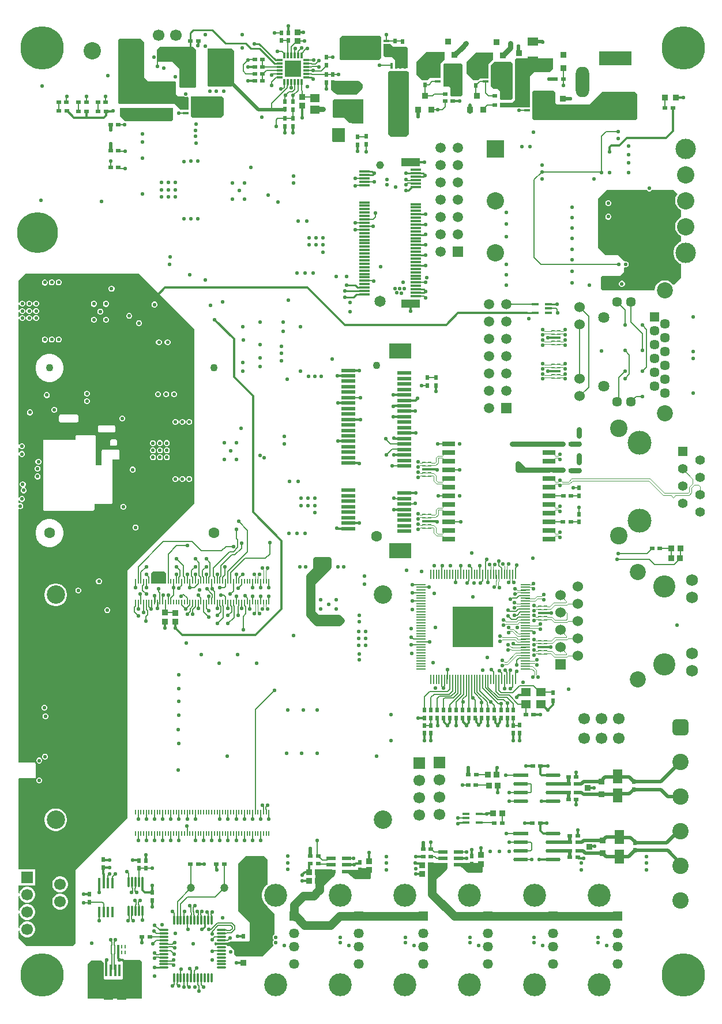
<source format=gtl>
G04*
G04 #@! TF.GenerationSoftware,Altium Limited,Altium Designer,24.0.1 (36)*
G04*
G04 Layer_Physical_Order=1*
G04 Layer_Color=255*
%FSLAX42Y42*%
%MOMM*%
G71*
G04*
G04 #@! TF.SameCoordinates,E1E02590-05F2-4693-A132-99C86EA4FF08*
G04*
G04*
G04 #@! TF.FilePolarity,Positive*
G04*
G01*
G75*
%ADD16C,0.15*%
%ADD19R,1.55X0.30*%
%ADD20R,2.75X1.20*%
%ADD21O,0.27X1.50*%
G04:AMPARAMS|DCode=22|XSize=0.56mm|YSize=0.2mm|CornerRadius=0.05mm|HoleSize=0mm|Usage=FLASHONLY|Rotation=0.000|XOffset=0mm|YOffset=0mm|HoleType=Round|Shape=RoundedRectangle|*
%AMROUNDEDRECTD22*
21,1,0.56,0.10,0,0,0.0*
21,1,0.47,0.20,0,0,0.0*
1,1,0.10,0.23,-0.05*
1,1,0.10,-0.23,-0.05*
1,1,0.10,-0.23,0.05*
1,1,0.10,0.23,0.05*
%
%ADD22ROUNDEDRECTD22*%
%ADD23R,0.60X0.75*%
%ADD24R,0.23X1.36*%
%ADD25R,0.85X0.95*%
%ADD26R,0.75X0.60*%
%ADD27R,0.20X0.70*%
%ADD28R,1.36X0.23*%
%ADD29R,1.90X0.76*%
%ADD30R,1.40X1.20*%
G04:AMPARAMS|DCode=31|XSize=2.17mm|YSize=0.57mm|CornerRadius=0.28mm|HoleSize=0mm|Usage=FLASHONLY|Rotation=0.000|XOffset=0mm|YOffset=0mm|HoleType=Round|Shape=RoundedRectangle|*
%AMROUNDEDRECTD31*
21,1,2.17,0.00,0,0,0.0*
21,1,1.61,0.57,0,0,0.0*
1,1,0.57,0.80,0.00*
1,1,0.57,-0.80,0.00*
1,1,0.57,-0.80,0.00*
1,1,0.57,0.80,0.00*
%
%ADD31ROUNDEDRECTD31*%
G04:AMPARAMS|DCode=32|XSize=0.86mm|YSize=0.27mm|CornerRadius=0.03mm|HoleSize=0mm|Usage=FLASHONLY|Rotation=270.000|XOffset=0mm|YOffset=0mm|HoleType=Round|Shape=RoundedRectangle|*
%AMROUNDEDRECTD32*
21,1,0.86,0.20,0,0,270.0*
21,1,0.79,0.27,0,0,270.0*
1,1,0.07,-0.10,-0.40*
1,1,0.07,-0.10,0.40*
1,1,0.07,0.10,0.40*
1,1,0.07,0.10,-0.40*
%
%ADD32ROUNDEDRECTD32*%
%ADD33R,0.95X0.85*%
%ADD34R,1.35X1.15*%
%ADD35O,1.50X0.27*%
G04:AMPARAMS|DCode=36|XSize=1.32mm|YSize=0.59mm|CornerRadius=0.07mm|HoleSize=0mm|Usage=FLASHONLY|Rotation=180.000|XOffset=0mm|YOffset=0mm|HoleType=Round|Shape=RoundedRectangle|*
%AMROUNDEDRECTD36*
21,1,1.32,0.44,0,0,180.0*
21,1,1.17,0.59,0,0,180.0*
1,1,0.15,-0.59,0.22*
1,1,0.15,0.59,0.22*
1,1,0.15,0.59,-0.22*
1,1,0.15,-0.59,-0.22*
%
%ADD36ROUNDEDRECTD36*%
%ADD37R,0.40X1.75*%
%ADD38R,0.81X0.36*%
%ADD39R,0.90X0.90*%
G04:AMPARAMS|DCode=40|XSize=0.86mm|YSize=0.27mm|CornerRadius=0.03mm|HoleSize=0mm|Usage=FLASHONLY|Rotation=180.000|XOffset=0mm|YOffset=0mm|HoleType=Round|Shape=RoundedRectangle|*
%AMROUNDEDRECTD40*
21,1,0.86,0.20,0,0,180.0*
21,1,0.79,0.27,0,0,180.0*
1,1,0.07,-0.40,0.10*
1,1,0.07,0.40,0.10*
1,1,0.07,0.40,-0.10*
1,1,0.07,-0.40,-0.10*
%
%ADD40ROUNDEDRECTD40*%
%ADD41R,0.90X0.90*%
%ADD42R,0.36X0.81*%
%ADD43R,1.70X3.55*%
%ADD44R,2.70X1.20*%
%ADD45R,2.35X5.10*%
%ADD46R,0.81X0.93*%
%ADD47R,1.70X1.10*%
%ADD48R,1.65X1.20*%
%ADD49R,1.45X2.05*%
G04:AMPARAMS|DCode=50|XSize=1.5mm|YSize=0.4mm|CornerRadius=0.1mm|HoleSize=0mm|Usage=FLASHONLY|Rotation=90.000|XOffset=0mm|YOffset=0mm|HoleType=Round|Shape=RoundedRectangle|*
%AMROUNDEDRECTD50*
21,1,1.50,0.20,0,0,90.0*
21,1,1.30,0.40,0,0,90.0*
1,1,0.20,0.10,0.65*
1,1,0.20,0.10,-0.65*
1,1,0.20,-0.10,-0.65*
1,1,0.20,-0.10,0.65*
%
%ADD50ROUNDEDRECTD50*%
G04:AMPARAMS|DCode=51|XSize=1.5mm|YSize=0.28mm|CornerRadius=0.07mm|HoleSize=0mm|Usage=FLASHONLY|Rotation=270.000|XOffset=0mm|YOffset=0mm|HoleType=Round|Shape=RoundedRectangle|*
%AMROUNDEDRECTD51*
21,1,1.50,0.14,0,0,270.0*
21,1,1.36,0.28,0,0,270.0*
1,1,0.14,-0.07,-0.68*
1,1,0.14,-0.07,0.68*
1,1,0.14,0.07,0.68*
1,1,0.14,0.07,-0.68*
%
%ADD51ROUNDEDRECTD51*%
%ADD52R,1.12X0.36*%
%ADD54R,1.43X2.50*%
%ADD55R,5.99X5.99*%
%ADD56R,2.17X0.57*%
G04:AMPARAMS|DCode=57|XSize=0.56mm|YSize=0.2mm|CornerRadius=0.05mm|HoleSize=0mm|Usage=FLASHONLY|Rotation=270.000|XOffset=0mm|YOffset=0mm|HoleType=Round|Shape=RoundedRectangle|*
%AMROUNDEDRECTD57*
21,1,0.56,0.10,0,0,270.0*
21,1,0.47,0.20,0,0,270.0*
1,1,0.10,-0.05,-0.23*
1,1,0.10,-0.05,0.23*
1,1,0.10,0.05,0.23*
1,1,0.10,0.05,-0.23*
%
%ADD57ROUNDEDRECTD57*%
%ADD73R,2.00X0.60*%
G04:AMPARAMS|DCode=91|XSize=0.56mm|YSize=0.4mm|CornerRadius=0.05mm|HoleSize=0mm|Usage=FLASHONLY|Rotation=270.000|XOffset=0mm|YOffset=0mm|HoleType=Round|Shape=RoundedRectangle|*
%AMROUNDEDRECTD91*
21,1,0.56,0.30,0,0,270.0*
21,1,0.47,0.40,0,0,270.0*
1,1,0.10,-0.15,-0.23*
1,1,0.10,-0.15,0.23*
1,1,0.10,0.15,0.23*
1,1,0.10,0.15,-0.23*
%
%ADD91ROUNDEDRECTD91*%
G04:AMPARAMS|DCode=93|XSize=0.56mm|YSize=0.4mm|CornerRadius=0.05mm|HoleSize=0mm|Usage=FLASHONLY|Rotation=0.000|XOffset=0mm|YOffset=0mm|HoleType=Round|Shape=RoundedRectangle|*
%AMROUNDEDRECTD93*
21,1,0.56,0.30,0,0,0.0*
21,1,0.47,0.40,0,0,0.0*
1,1,0.10,0.23,-0.15*
1,1,0.10,-0.23,-0.15*
1,1,0.10,-0.23,0.15*
1,1,0.10,0.23,0.15*
%
%ADD93ROUNDEDRECTD93*%
%ADD94R,3.20X2.30*%
%ADD133R,2.45X2.45*%
%ADD134C,0.25*%
%ADD135C,0.16*%
%ADD136C,0.14*%
%ADD137C,0.38*%
%ADD138C,0.76*%
%ADD139C,0.51*%
%ADD140C,0.16*%
%ADD141C,0.20*%
%ADD142C,1.27*%
%ADD143C,0.12*%
%ADD144C,1.70*%
%ADD145C,1.15*%
%ADD146C,1.65*%
%ADD147C,6.00*%
%ADD148C,1.73*%
%ADD149C,1.53*%
%ADD150C,1.45*%
%ADD151R,1.53X1.53*%
%ADD152R,1.45X1.45*%
%ADD153R,1.70X1.70*%
%ADD154C,1.50*%
%ADD155C,1.41*%
%ADD156R,1.41X1.41*%
%ADD157C,2.36*%
%ADD158C,2.57*%
%ADD159R,1.46X1.46*%
%ADD160O,4.75X2.00*%
%ADD161C,3.00*%
%ADD162C,2.54*%
%ADD163C,2.40*%
%ADD164R,2.54X2.54*%
%ADD165C,1.46*%
%ADD166C,1.20*%
%ADD167C,3.37*%
%ADD168O,2.00X4.50*%
%ADD169R,4.75X2.00*%
%ADD170R,1.50X1.50*%
%ADD171O,1.10X1.60*%
%ADD172O,1.20X2.40*%
G04:AMPARAMS|DCode=173|XSize=2.4mm|YSize=2.4mm|CornerRadius=0.6mm|HoleSize=0mm|Usage=FLASHONLY|Rotation=90.000|XOffset=0mm|YOffset=0mm|HoleType=Round|Shape=RoundedRectangle|*
%AMROUNDEDRECTD173*
21,1,2.40,1.20,0,0,90.0*
21,1,1.20,2.40,0,0,90.0*
1,1,1.20,0.60,0.60*
1,1,1.20,0.60,-0.60*
1,1,1.20,-0.60,-0.60*
1,1,1.20,-0.60,0.60*
%
%ADD173ROUNDEDRECTD173*%
%ADD174C,3.25*%
%ADD175C,2.70*%
%ADD176C,1.10*%
%ADD177C,1.60*%
%ADD178C,3.51*%
%ADD179C,1.63*%
%ADD180C,6.35*%
%ADD181C,0.56*%
G36*
X5372Y14160D02*
Y13848D01*
X5341Y13817D01*
X4775D01*
X4762Y13831D01*
Y14140D01*
X4796Y14173D01*
X5359D01*
X5372Y14160D01*
D02*
G37*
G36*
X5526Y14036D02*
Y14035D01*
X5526D01*
X5546Y14016D01*
X5745D01*
X5766Y13995D01*
Y13708D01*
X5753Y13696D01*
X5576D01*
Y13817D01*
X5537Y13856D01*
X5437D01*
X5407Y13886D01*
Y14033D01*
Y14051D01*
X5511D01*
X5526Y14036D01*
D02*
G37*
G36*
X6307Y13826D02*
X6246Y13765D01*
Y13552D01*
X6085D01*
X6058Y13525D01*
X5969D01*
X5893Y13602D01*
Y13792D01*
X6040Y13939D01*
X6307D01*
Y13826D01*
D02*
G37*
G36*
X7014Y13823D02*
X6952Y13762D01*
Y13550D01*
X6825D01*
X6798Y13523D01*
X6729D01*
X6629Y13622D01*
Y13792D01*
X6765Y13928D01*
X7014D01*
Y13823D01*
D02*
G37*
G36*
X3213Y13948D02*
Y13462D01*
X3175Y13424D01*
X2847D01*
X2825Y13446D01*
X2826Y13448D01*
Y13948D01*
Y13983D01*
X3178D01*
X3213Y13948D01*
D02*
G37*
G36*
X2654Y13970D02*
Y13424D01*
X2641Y13411D01*
X2425D01*
X2411Y13425D01*
Y13692D01*
X2311Y13792D01*
X2081D01*
Y13842D01*
X2085Y13853D01*
Y13870D01*
X2081Y13880D01*
Y13968D01*
X2126Y14013D01*
X2611D01*
X2654Y13970D01*
D02*
G37*
G36*
X6566Y13754D02*
Y13310D01*
X6540Y13284D01*
X6401D01*
X6388Y13297D01*
Y13411D01*
X6375Y13424D01*
X6299D01*
X6286Y13437D01*
Y13754D01*
X6299Y13767D01*
X6553D01*
X6566Y13754D01*
D02*
G37*
G36*
X7302Y13763D02*
Y13255D01*
X7281Y13233D01*
X7137D01*
X7123Y13248D01*
Y13362D01*
X7087Y13398D01*
X7021D01*
X6985Y13434D01*
Y13741D01*
X7032Y13789D01*
X7277Y13789D01*
X7302Y13763D01*
D02*
G37*
G36*
X7894Y13685D02*
X7848Y13640D01*
X7620D01*
X7557Y13577D01*
Y13121D01*
X7123D01*
Y13189D01*
X7296D01*
X7340Y13233D01*
Y13830D01*
X7353Y13843D01*
X7892D01*
X7894Y13845D01*
Y13685D01*
D02*
G37*
G36*
X1892Y14084D02*
Y13564D01*
X1950Y13506D01*
X2351D01*
X2362Y13495D01*
Y13322D01*
X2396Y13288D01*
X2480D01*
X2482Y13286D01*
X2498Y13279D01*
X2515D01*
X2531Y13286D01*
X2545Y13271D01*
Y13087D01*
X2432D01*
X2346Y13173D01*
X1533D01*
X1511Y13195D01*
Y14110D01*
X1536Y14135D01*
X1841D01*
X1892Y14084D01*
D02*
G37*
G36*
X3035Y13284D02*
X3061Y13258D01*
X3061Y13005D01*
X3023Y12967D01*
X2603D01*
X2578Y12992D01*
Y13284D01*
X3035Y13284D01*
D02*
G37*
G36*
X7899Y13371D02*
X7930Y13340D01*
Y13192D01*
X7957Y13165D01*
X8434D01*
X8621Y13352D01*
X9097D01*
X9134Y13316D01*
Y12962D01*
X9107Y12936D01*
X7622D01*
X7597Y12961D01*
Y13353D01*
X7615Y13371D01*
X7857D01*
X7899Y13371D01*
D02*
G37*
G36*
X2318Y13113D02*
Y12944D01*
X2297Y12922D01*
X1609D01*
X1537Y12994D01*
Y13099D01*
Y13113D01*
X2318D01*
X2318Y13113D01*
D02*
G37*
G36*
X5111Y12891D02*
X4910D01*
X4834Y12967D01*
X4677D01*
X4660Y12984D01*
Y13221D01*
X4686Y13246D01*
X5111D01*
Y12891D01*
D02*
G37*
G36*
X5760Y13652D02*
X5766D01*
X5778Y13640D01*
Y12734D01*
X5737Y12692D01*
X5519D01*
X5473Y12738D01*
Y13640D01*
X5486Y13652D01*
X5491D01*
Y13655D01*
X5760D01*
Y13652D01*
D02*
G37*
G36*
X4843Y12628D02*
X4831Y12615D01*
X4670D01*
X4653Y12632D01*
Y12818D01*
X4843D01*
Y12628D01*
D02*
G37*
G36*
X9724Y11853D02*
X9709Y11830D01*
X9697Y11801D01*
X9691Y11771D01*
Y11740D01*
X9697Y11709D01*
X9709Y11681D01*
X9726Y11655D01*
X9748Y11633D01*
X9774Y11616D01*
X9779Y11614D01*
Y11516D01*
X9774Y11514D01*
X9748Y11497D01*
X9726Y11475D01*
X9709Y11449D01*
X9697Y11420D01*
X9691Y11390D01*
Y11359D01*
X9697Y11328D01*
X9709Y11300D01*
X9726Y11274D01*
X9748Y11252D01*
X9774Y11235D01*
X9779Y11233D01*
Y11160D01*
X9763Y11153D01*
X9733Y11133D01*
X9708Y11108D01*
X9688Y11079D01*
X9675Y11046D01*
X9668Y11011D01*
Y10975D01*
X9675Y10941D01*
X9688Y10908D01*
X9708Y10878D01*
X9733Y10853D01*
X9763Y10833D01*
X9779Y10827D01*
Y10627D01*
X9673Y10521D01*
X9660Y10522D01*
X9653Y10532D01*
X9633Y10553D01*
X9608Y10569D01*
X9581Y10580D01*
X9553Y10586D01*
X9524D01*
X9495Y10580D01*
X9468Y10569D01*
X9444Y10553D01*
X9423Y10532D01*
X9407Y10508D01*
X9396Y10481D01*
X9390Y10452D01*
Y10438D01*
X8623D01*
X8598Y10465D01*
Y10630D01*
X8623Y10655D01*
X8884D01*
X8940Y10711D01*
Y10771D01*
X8953Y10779D01*
X8957Y10777D01*
X8975D01*
X8990Y10784D01*
X9003Y10796D01*
X9009Y10812D01*
Y10829D01*
X9003Y10845D01*
X8990Y10857D01*
X8975Y10864D01*
X8957D01*
X8953Y10862D01*
X8940Y10870D01*
Y10872D01*
X8852Y10960D01*
X8661D01*
X8560Y11062D01*
X8560Y11786D01*
X8687Y11913D01*
X9275Y11913D01*
X9276Y11910D01*
X9288Y11898D01*
X9304Y11891D01*
X9321D01*
X9337Y11898D01*
X9349Y11910D01*
X9350Y11913D01*
X9664D01*
X9724Y11853D01*
D02*
G37*
G36*
X1816Y10681D02*
X2629Y9868D01*
X2629Y7315D01*
X1651Y6337D01*
Y3340D01*
Y2705D01*
X889Y1943D01*
Y864D01*
X851Y825D01*
X165D01*
X51Y940D01*
Y1045D01*
X63Y1047D01*
X70Y1022D01*
X85Y996D01*
X107Y974D01*
X133Y959D01*
X162Y951D01*
X193D01*
X222Y959D01*
X249Y974D01*
X270Y996D01*
X285Y1022D01*
X293Y1052D01*
Y1082D01*
X285Y1111D01*
X270Y1138D01*
X249Y1159D01*
X222Y1174D01*
X193Y1182D01*
X162D01*
X133Y1174D01*
X107Y1159D01*
X85Y1138D01*
X70Y1111D01*
X63Y1087D01*
X51Y1089D01*
Y1299D01*
X63Y1301D01*
X70Y1276D01*
X85Y1250D01*
X107Y1228D01*
X133Y1213D01*
X162Y1205D01*
X193D01*
X222Y1213D01*
X249Y1228D01*
X270Y1250D01*
X285Y1276D01*
X293Y1306D01*
Y1336D01*
X285Y1365D01*
X270Y1392D01*
X249Y1413D01*
X222Y1428D01*
X193Y1436D01*
X162D01*
X133Y1428D01*
X107Y1413D01*
X85Y1392D01*
X70Y1365D01*
X63Y1341D01*
X51Y1343D01*
Y1553D01*
X63Y1555D01*
X70Y1530D01*
X85Y1504D01*
X107Y1482D01*
X133Y1467D01*
X162Y1459D01*
X193D01*
X222Y1467D01*
X249Y1482D01*
X270Y1504D01*
X285Y1530D01*
X293Y1560D01*
Y1590D01*
X285Y1619D01*
X270Y1646D01*
X249Y1667D01*
X222Y1682D01*
X193Y1690D01*
X162D01*
X133Y1682D01*
X107Y1667D01*
X85Y1646D01*
X70Y1619D01*
X63Y1595D01*
X51Y1597D01*
Y1710D01*
X62Y1713D01*
X63Y1713D01*
X293D01*
Y1944D01*
X63D01*
X62Y1944D01*
X51Y1947D01*
Y3280D01*
X63Y3286D01*
X66Y3284D01*
X74Y3282D01*
X284D01*
X292Y3284D01*
X298Y3289D01*
X303Y3295D01*
X304Y3303D01*
Y3493D01*
X303Y3501D01*
X298Y3508D01*
X292Y3512D01*
X284Y3514D01*
X74D01*
X66Y3512D01*
X63Y3511D01*
X51Y3517D01*
Y7227D01*
X63Y7236D01*
X67Y7234D01*
X85D01*
X100Y7240D01*
X113Y7253D01*
X119Y7268D01*
Y7286D01*
X113Y7302D01*
X100Y7314D01*
X85Y7320D01*
X67D01*
X63Y7319D01*
X51Y7327D01*
Y7355D01*
X63Y7357D01*
X65Y7354D01*
X77Y7342D01*
X93Y7335D01*
X110D01*
X126Y7342D01*
X138Y7354D01*
X145Y7370D01*
Y7387D01*
X138Y7403D01*
X126Y7415D01*
X110Y7422D01*
X93D01*
X77Y7415D01*
X65Y7403D01*
X63Y7400D01*
X51Y7402D01*
Y8015D01*
X63Y8018D01*
X65Y8015D01*
X77Y8002D01*
X93Y7996D01*
X110D01*
X126Y8002D01*
X138Y8015D01*
X145Y8030D01*
Y8048D01*
X138Y8064D01*
X126Y8076D01*
X110Y8082D01*
X93D01*
X77Y8076D01*
X65Y8064D01*
X63Y8060D01*
X51Y8063D01*
Y8130D01*
X63Y8132D01*
X65Y8129D01*
X77Y8117D01*
X93Y8110D01*
X110D01*
X126Y8117D01*
X138Y8129D01*
X145Y8145D01*
Y8162D01*
X138Y8178D01*
X126Y8190D01*
X110Y8197D01*
X93D01*
X77Y8190D01*
X65Y8178D01*
X63Y8175D01*
X51Y8177D01*
Y10019D01*
X63Y10022D01*
X68Y10010D01*
X80Y9998D01*
X96Y9991D01*
X114D01*
X129Y9998D01*
X142Y10010D01*
X148Y10026D01*
Y10043D01*
X142Y10059D01*
X129Y10071D01*
X114Y10078D01*
X96D01*
X80Y10071D01*
X68Y10059D01*
X63Y10047D01*
X51Y10050D01*
Y10120D01*
X63Y10123D01*
X68Y10111D01*
X80Y10099D01*
X96Y10092D01*
X114D01*
X129Y10099D01*
X142Y10111D01*
X148Y10127D01*
Y10144D01*
X142Y10160D01*
X129Y10172D01*
X114Y10179D01*
X96D01*
X80Y10172D01*
X68Y10160D01*
X63Y10148D01*
X51Y10151D01*
Y10228D01*
X63Y10231D01*
X68Y10219D01*
X80Y10207D01*
X96Y10200D01*
X114D01*
X129Y10207D01*
X142Y10219D01*
X148Y10235D01*
Y10252D01*
X142Y10268D01*
X129Y10280D01*
X114Y10287D01*
X96D01*
X80Y10280D01*
X68Y10268D01*
X63Y10256D01*
X51Y10259D01*
Y10582D01*
X150Y10681D01*
X1816Y10681D01*
D02*
G37*
G36*
X2192Y6312D02*
X2217Y6286D01*
Y6229D01*
X2217D01*
Y6139D01*
X1997D01*
Y6229D01*
X1997D01*
Y6289D01*
X2020Y6312D01*
X2192Y6312D01*
D02*
G37*
G36*
X3708Y2091D02*
Y1731D01*
X3695Y1722D01*
X3667Y1695D01*
X3646Y1662D01*
X3631Y1626D01*
X3623Y1588D01*
Y1548D01*
X3631Y1510D01*
X3646Y1474D01*
X3667Y1441D01*
X3695Y1414D01*
X3708Y1405D01*
Y1397D01*
X3810Y1295D01*
Y992D01*
X3799Y988D01*
X3787Y975D01*
X3780Y960D01*
Y942D01*
X3787Y926D01*
X3792Y921D01*
X3798Y913D01*
X3792Y905D01*
X3787Y899D01*
X3780Y883D01*
Y866D01*
X3787Y850D01*
X3794Y843D01*
X3795Y827D01*
X3634Y666D01*
X3582Y665D01*
X3581Y665D01*
X3252D01*
X3213Y704D01*
Y762D01*
X3156Y819D01*
X3125D01*
X3118Y830D01*
X3107Y837D01*
X3093Y840D01*
X2970D01*
X2957Y837D01*
X2946Y830D01*
X2942Y829D01*
X2932Y840D01*
Y869D01*
X2944Y881D01*
X2946Y881D01*
X2957Y873D01*
X2970Y871D01*
X3093D01*
X3107Y873D01*
X3108Y874D01*
X3126D01*
X3137Y877D01*
X3148Y883D01*
X3156Y892D01*
X3428D01*
X3441Y905D01*
Y1168D01*
X3276Y1333D01*
Y2029D01*
X3389Y2142D01*
X3657D01*
X3708Y2091D01*
D02*
G37*
G36*
X1863Y592D02*
Y59D01*
X1854Y51D01*
X1067D01*
Y559D01*
X1117Y610D01*
X1270D01*
X1293Y586D01*
X1300Y576D01*
Y361D01*
X1303D01*
Y348D01*
X1321Y330D01*
X1565D01*
X1580Y345D01*
Y589D01*
X1613Y622D01*
X1832D01*
X1863Y592D01*
D02*
G37*
%LPC*%
G36*
X8717Y11760D02*
X8700D01*
X8684Y11754D01*
X8672Y11742D01*
X8665Y11726D01*
Y11709D01*
X8672Y11693D01*
X8684Y11681D01*
X8700Y11674D01*
X8717D01*
X8733Y11681D01*
X8745Y11693D01*
X8752Y11709D01*
Y11726D01*
X8745Y11742D01*
X8733Y11754D01*
X8717Y11760D01*
D02*
G37*
G36*
Y11562D02*
X8700D01*
X8684Y11556D01*
X8672Y11544D01*
X8665Y11528D01*
Y11511D01*
X8672Y11495D01*
X8684Y11483D01*
X8700Y11476D01*
X8717D01*
X8733Y11483D01*
X8745Y11495D01*
X8752Y11511D01*
Y11528D01*
X8745Y11544D01*
X8733Y11556D01*
X8717Y11562D01*
D02*
G37*
G36*
X8918Y10580D02*
X8901D01*
X8885Y10573D01*
X8873Y10561D01*
X8866Y10545D01*
Y10528D01*
X8873Y10512D01*
X8885Y10500D01*
X8901Y10493D01*
X8918D01*
X8934Y10500D01*
X8946Y10512D01*
X8953Y10528D01*
Y10545D01*
X8946Y10561D01*
X8934Y10573D01*
X8918Y10580D01*
D02*
G37*
G36*
X648Y10598D02*
X631D01*
X615Y10592D01*
X603Y10580D01*
X596Y10564D01*
Y10547D01*
X603Y10531D01*
X615Y10519D01*
X631Y10512D01*
X648D01*
X664Y10519D01*
X676Y10531D01*
X682Y10547D01*
Y10564D01*
X676Y10580D01*
X664Y10592D01*
X648Y10598D01*
D02*
G37*
G36*
X546D02*
X529D01*
X513Y10592D01*
X501Y10580D01*
X494Y10564D01*
Y10547D01*
X501Y10531D01*
X513Y10519D01*
X529Y10512D01*
X546D01*
X562Y10519D01*
X574Y10531D01*
X581Y10547D01*
Y10564D01*
X574Y10580D01*
X562Y10592D01*
X546Y10598D01*
D02*
G37*
G36*
X445Y10598D02*
X427D01*
X412Y10591D01*
X399Y10579D01*
X393Y10563D01*
Y10546D01*
X399Y10530D01*
X412Y10518D01*
X427Y10511D01*
X445D01*
X460Y10518D01*
X473Y10530D01*
X479Y10546D01*
Y10563D01*
X473Y10579D01*
X460Y10591D01*
X445Y10598D01*
D02*
G37*
G36*
X1425Y10506D02*
X1408D01*
X1392Y10499D01*
X1380Y10487D01*
X1373Y10471D01*
Y10454D01*
X1380Y10438D01*
X1392Y10426D01*
X1408Y10419D01*
X1425D01*
X1441Y10426D01*
X1453Y10438D01*
X1460Y10454D01*
Y10471D01*
X1453Y10487D01*
X1441Y10499D01*
X1425Y10506D01*
D02*
G37*
G36*
X317Y10287D02*
X300D01*
X284Y10281D01*
X272Y10269D01*
X265Y10253D01*
Y10236D01*
X272Y10220D01*
X284Y10208D01*
X300Y10201D01*
X317D01*
X333Y10208D01*
X345Y10220D01*
X351Y10236D01*
Y10253D01*
X345Y10269D01*
X333Y10281D01*
X317Y10287D01*
D02*
G37*
G36*
X215Y10287D02*
X198D01*
X182Y10280D01*
X170Y10268D01*
X164Y10252D01*
Y10235D01*
X170Y10219D01*
X182Y10207D01*
X198Y10200D01*
X215D01*
X231Y10207D01*
X243Y10219D01*
X250Y10235D01*
Y10252D01*
X243Y10268D01*
X231Y10280D01*
X215Y10287D01*
D02*
G37*
G36*
X1342Y10284D02*
X1325D01*
X1309Y10278D01*
X1297Y10266D01*
X1290Y10250D01*
Y10233D01*
X1297Y10217D01*
X1309Y10205D01*
X1325Y10198D01*
X1342D01*
X1358Y10205D01*
X1370Y10217D01*
X1376Y10233D01*
Y10250D01*
X1370Y10266D01*
X1358Y10278D01*
X1342Y10284D01*
D02*
G37*
G36*
X1165D02*
X1148D01*
X1132Y10278D01*
X1120Y10266D01*
X1113Y10250D01*
Y10233D01*
X1120Y10217D01*
X1132Y10205D01*
X1148Y10198D01*
X1165D01*
X1181Y10205D01*
X1193Y10217D01*
X1199Y10233D01*
Y10250D01*
X1193Y10266D01*
X1181Y10278D01*
X1165Y10284D01*
D02*
G37*
G36*
X2053Y10275D02*
X2036D01*
X2020Y10268D01*
X2008Y10256D01*
X2001Y10240D01*
Y10223D01*
X2008Y10207D01*
X2020Y10195D01*
X2036Y10189D01*
X2053D01*
X2069Y10195D01*
X2081Y10207D01*
X2087Y10223D01*
Y10240D01*
X2081Y10256D01*
X2069Y10268D01*
X2053Y10275D01*
D02*
G37*
G36*
X317Y10179D02*
X300D01*
X284Y10173D01*
X272Y10161D01*
X265Y10145D01*
Y10127D01*
X272Y10112D01*
X284Y10099D01*
X300Y10093D01*
X317D01*
X333Y10099D01*
X345Y10112D01*
X351Y10127D01*
Y10145D01*
X345Y10161D01*
X333Y10173D01*
X317Y10179D01*
D02*
G37*
G36*
X215D02*
X198D01*
X182Y10173D01*
X170Y10161D01*
X163Y10145D01*
Y10127D01*
X170Y10112D01*
X182Y10099D01*
X198Y10093D01*
X215D01*
X231Y10099D01*
X243Y10112D01*
X250Y10127D01*
Y10145D01*
X243Y10161D01*
X231Y10173D01*
X215Y10179D01*
D02*
G37*
G36*
X1257Y10172D02*
X1240D01*
X1224Y10165D01*
X1212Y10153D01*
X1206Y10137D01*
Y10120D01*
X1212Y10104D01*
X1224Y10092D01*
X1240Y10086D01*
X1257D01*
X1273Y10092D01*
X1285Y10104D01*
X1292Y10120D01*
Y10137D01*
X1285Y10153D01*
X1273Y10165D01*
X1257Y10172D01*
D02*
G37*
G36*
X1683Y10107D02*
X1666D01*
X1650Y10100D01*
X1638Y10088D01*
X1631Y10072D01*
Y10055D01*
X1638Y10039D01*
X1650Y10027D01*
X1666Y10021D01*
X1683D01*
X1699Y10027D01*
X1711Y10039D01*
X1717Y10055D01*
Y10072D01*
X1711Y10088D01*
X1699Y10100D01*
X1683Y10107D01*
D02*
G37*
G36*
X317Y10078D02*
X300D01*
X284Y10072D01*
X272Y10060D01*
X265Y10044D01*
Y10027D01*
X272Y10011D01*
X284Y9999D01*
X300Y9992D01*
X317D01*
X333Y9999D01*
X345Y10011D01*
X351Y10027D01*
Y10044D01*
X345Y10060D01*
X333Y10072D01*
X317Y10078D01*
D02*
G37*
G36*
X215Y10078D02*
X198D01*
X182Y10071D01*
X170Y10059D01*
X163Y10043D01*
Y10026D01*
X170Y10010D01*
X182Y9998D01*
X198Y9991D01*
X215D01*
X231Y9998D01*
X243Y10010D01*
X250Y10026D01*
Y10043D01*
X243Y10059D01*
X231Y10071D01*
X215Y10078D01*
D02*
G37*
G36*
X1342Y10051D02*
X1325D01*
X1309Y10044D01*
X1297Y10032D01*
X1290Y10016D01*
Y9999D01*
X1297Y9983D01*
X1309Y9971D01*
X1325Y9964D01*
X1342D01*
X1358Y9971D01*
X1370Y9983D01*
X1376Y9999D01*
Y10016D01*
X1370Y10032D01*
X1358Y10044D01*
X1342Y10051D01*
D02*
G37*
G36*
X1164D02*
X1146D01*
X1131Y10044D01*
X1118Y10032D01*
X1112Y10016D01*
Y9999D01*
X1118Y9983D01*
X1131Y9971D01*
X1146Y9964D01*
X1164D01*
X1180Y9971D01*
X1192Y9983D01*
X1198Y9999D01*
Y10016D01*
X1192Y10032D01*
X1180Y10044D01*
X1164Y10051D01*
D02*
G37*
G36*
X1829Y10003D02*
X1812D01*
X1796Y9996D01*
X1784Y9984D01*
X1777Y9968D01*
Y9951D01*
X1784Y9935D01*
X1796Y9923D01*
X1812Y9917D01*
X1829D01*
X1845Y9923D01*
X1857Y9935D01*
X1864Y9951D01*
Y9968D01*
X1857Y9984D01*
X1845Y9996D01*
X1829Y10003D01*
D02*
G37*
G36*
X648Y9760D02*
X631D01*
X615Y9754D01*
X603Y9741D01*
X596Y9726D01*
Y9708D01*
X603Y9693D01*
X615Y9680D01*
X631Y9674D01*
X648D01*
X664Y9680D01*
X676Y9693D01*
X682Y9708D01*
Y9726D01*
X676Y9741D01*
X664Y9754D01*
X648Y9760D01*
D02*
G37*
G36*
X546D02*
X529D01*
X513Y9754D01*
X501Y9741D01*
X494Y9726D01*
Y9708D01*
X501Y9693D01*
X513Y9680D01*
X529Y9674D01*
X546D01*
X562Y9680D01*
X574Y9693D01*
X581Y9708D01*
Y9726D01*
X574Y9741D01*
X562Y9754D01*
X546Y9760D01*
D02*
G37*
G36*
X445Y9759D02*
X427D01*
X412Y9753D01*
X399Y9741D01*
X393Y9725D01*
Y9708D01*
X399Y9692D01*
X412Y9680D01*
X427Y9673D01*
X445D01*
X460Y9680D01*
X473Y9692D01*
X479Y9708D01*
Y9725D01*
X473Y9741D01*
X460Y9753D01*
X445Y9759D01*
D02*
G37*
G36*
X2247Y9722D02*
X2230D01*
X2214Y9715D01*
X2202Y9703D01*
X2195Y9687D01*
Y9670D01*
X2202Y9654D01*
X2214Y9642D01*
X2230Y9636D01*
X2247D01*
X2263Y9642D01*
X2275Y9654D01*
X2282Y9670D01*
Y9687D01*
X2275Y9703D01*
X2263Y9715D01*
X2247Y9722D01*
D02*
G37*
G36*
X2120D02*
X2103D01*
X2087Y9715D01*
X2075Y9703D01*
X2068Y9687D01*
Y9670D01*
X2075Y9654D01*
X2087Y9642D01*
X2103Y9636D01*
X2120D01*
X2136Y9642D01*
X2148Y9654D01*
X2155Y9670D01*
Y9687D01*
X2148Y9703D01*
X2136Y9715D01*
X2120Y9722D01*
D02*
G37*
G36*
X526Y9506D02*
X485D01*
X446Y9498D01*
X408Y9483D01*
X375Y9460D01*
X346Y9432D01*
X324Y9398D01*
X308Y9360D01*
X300Y9321D01*
Y9280D01*
X308Y9241D01*
X324Y9203D01*
X346Y9170D01*
X375Y9141D01*
X408Y9118D01*
X446Y9103D01*
X485Y9095D01*
X526D01*
X566Y9103D01*
X603Y9118D01*
X637Y9141D01*
X665Y9170D01*
X688Y9203D01*
X703Y9241D01*
X711Y9280D01*
Y9321D01*
X703Y9360D01*
X688Y9398D01*
X665Y9432D01*
X637Y9460D01*
X603Y9483D01*
X566Y9498D01*
X526Y9506D01*
D02*
G37*
G36*
X1062Y8967D02*
X1045D01*
X1029Y8961D01*
X1017Y8948D01*
X1011Y8933D01*
Y8915D01*
X1017Y8900D01*
X1029Y8887D01*
X1045Y8881D01*
X1062D01*
X1078Y8887D01*
X1090Y8900D01*
X1097Y8915D01*
Y8933D01*
X1090Y8948D01*
X1078Y8961D01*
X1062Y8967D01*
D02*
G37*
G36*
X2343Y8960D02*
X2325D01*
X2310Y8953D01*
X2297Y8941D01*
X2291Y8925D01*
Y8908D01*
X2297Y8892D01*
X2310Y8880D01*
X2325Y8874D01*
X2343D01*
X2358Y8880D01*
X2371Y8892D01*
X2377Y8908D01*
Y8925D01*
X2371Y8941D01*
X2358Y8953D01*
X2343Y8960D01*
D02*
G37*
G36*
X2228D02*
X2210D01*
X2195Y8953D01*
X2182Y8941D01*
X2176Y8925D01*
Y8908D01*
X2182Y8892D01*
X2195Y8880D01*
X2210Y8874D01*
X2228D01*
X2243Y8880D01*
X2256Y8892D01*
X2262Y8908D01*
Y8925D01*
X2256Y8941D01*
X2243Y8953D01*
X2228Y8960D01*
D02*
G37*
G36*
X2107D02*
X2090D01*
X2074Y8953D01*
X2062Y8941D01*
X2056Y8925D01*
Y8908D01*
X2062Y8892D01*
X2074Y8880D01*
X2090Y8874D01*
X2107D01*
X2123Y8880D01*
X2135Y8892D01*
X2142Y8908D01*
Y8925D01*
X2135Y8941D01*
X2123Y8953D01*
X2107Y8960D01*
D02*
G37*
G36*
X475Y8946D02*
X458D01*
X442Y8939D01*
X430Y8927D01*
X424Y8911D01*
Y8894D01*
X430Y8878D01*
X442Y8866D01*
X458Y8859D01*
X475D01*
X491Y8866D01*
X503Y8878D01*
X510Y8894D01*
Y8911D01*
X503Y8927D01*
X491Y8939D01*
X475Y8946D01*
D02*
G37*
G36*
X1062Y8857D02*
X1045D01*
X1029Y8850D01*
X1017Y8838D01*
X1011Y8822D01*
Y8805D01*
X1017Y8789D01*
X1029Y8777D01*
X1045Y8771D01*
X1062D01*
X1078Y8777D01*
X1090Y8789D01*
X1097Y8805D01*
Y8822D01*
X1090Y8838D01*
X1078Y8850D01*
X1062Y8857D01*
D02*
G37*
G36*
X585Y8730D02*
X568D01*
X552Y8723D01*
X540Y8711D01*
X534Y8695D01*
Y8678D01*
X540Y8662D01*
X552Y8650D01*
X568Y8644D01*
X585D01*
X601Y8650D01*
X613Y8662D01*
X620Y8678D01*
Y8695D01*
X613Y8711D01*
X601Y8723D01*
X585Y8730D01*
D02*
G37*
G36*
X225Y8692D02*
X208D01*
X192Y8685D01*
X180Y8673D01*
X174Y8657D01*
Y8640D01*
X180Y8624D01*
X192Y8612D01*
X208Y8605D01*
X225D01*
X241Y8612D01*
X253Y8624D01*
X260Y8640D01*
Y8657D01*
X253Y8673D01*
X241Y8685D01*
X225Y8692D01*
D02*
G37*
G36*
X1583Y8603D02*
X1566D01*
X1550Y8596D01*
X1538Y8584D01*
X1531Y8568D01*
Y8551D01*
X1538Y8535D01*
X1550Y8523D01*
X1566Y8517D01*
X1583D01*
X1599Y8523D01*
X1611Y8535D01*
X1618Y8551D01*
Y8568D01*
X1611Y8584D01*
X1599Y8596D01*
X1583Y8603D01*
D02*
G37*
G36*
X907Y8616D02*
X667D01*
X659Y8615D01*
X652Y8610D01*
X648Y8603D01*
X646Y8596D01*
Y8525D01*
X648Y8517D01*
X652Y8510D01*
X659Y8506D01*
X667Y8504D01*
X907D01*
X915Y8506D01*
X922Y8510D01*
X926Y8517D01*
X928Y8525D01*
Y8596D01*
X926Y8603D01*
X922Y8610D01*
X915Y8615D01*
X907Y8616D01*
D02*
G37*
G36*
X2568Y8554D02*
X2550D01*
X2534Y8547D01*
X2522Y8535D01*
X2516Y8519D01*
Y8502D01*
X2522Y8486D01*
X2534Y8474D01*
X2550Y8468D01*
X2568D01*
X2583Y8474D01*
X2596Y8486D01*
X2602Y8502D01*
Y8519D01*
X2596Y8535D01*
X2583Y8547D01*
X2568Y8554D01*
D02*
G37*
G36*
X2466D02*
X2449D01*
X2433Y8547D01*
X2421Y8535D01*
X2414Y8519D01*
Y8502D01*
X2421Y8486D01*
X2433Y8474D01*
X2449Y8468D01*
X2466D01*
X2482Y8474D01*
X2494Y8486D01*
X2501Y8502D01*
Y8519D01*
X2494Y8535D01*
X2482Y8547D01*
X2466Y8554D01*
D02*
G37*
G36*
X2364Y8553D02*
X2347D01*
X2331Y8547D01*
X2319Y8534D01*
X2313Y8519D01*
Y8501D01*
X2319Y8486D01*
X2331Y8473D01*
X2347Y8467D01*
X2364D01*
X2380Y8473D01*
X2392Y8486D01*
X2399Y8501D01*
Y8519D01*
X2392Y8534D01*
X2380Y8547D01*
X2364Y8553D01*
D02*
G37*
G36*
X1452Y8457D02*
X1237D01*
X1229Y8455D01*
X1222Y8450D01*
X1218Y8444D01*
X1216Y8436D01*
Y8380D01*
X1218Y8372D01*
X1222Y8366D01*
X1229Y8361D01*
X1237Y8360D01*
X1452D01*
X1460Y8361D01*
X1467Y8366D01*
X1471Y8372D01*
X1473Y8380D01*
Y8436D01*
X1471Y8444D01*
X1467Y8450D01*
X1460Y8455D01*
X1452Y8457D01*
D02*
G37*
G36*
X1473Y8255D02*
X1417D01*
X1409Y8254D01*
X1402Y8249D01*
X1398Y8242D01*
X1396Y8234D01*
Y8179D01*
X1398Y8171D01*
X1402Y8164D01*
X1409Y8160D01*
X1417Y8158D01*
X1473D01*
X1481Y8160D01*
X1488Y8164D01*
X1492Y8171D01*
X1494Y8179D01*
Y8234D01*
X1492Y8242D01*
X1488Y8249D01*
X1481Y8254D01*
X1473Y8255D01*
D02*
G37*
G36*
X2236Y8243D02*
X2219D01*
X2203Y8236D01*
X2191Y8224D01*
X2185Y8208D01*
Y8191D01*
X2191Y8175D01*
X2203Y8163D01*
X2219Y8157D01*
X2236D01*
X2252Y8163D01*
X2264Y8175D01*
X2271Y8191D01*
Y8208D01*
X2264Y8224D01*
X2252Y8236D01*
X2236Y8243D01*
D02*
G37*
G36*
X2135D02*
X2118D01*
X2102Y8236D01*
X2090Y8224D01*
X2083Y8208D01*
Y8191D01*
X2090Y8175D01*
X2102Y8163D01*
X2118Y8157D01*
X2135D01*
X2151Y8163D01*
X2163Y8175D01*
X2169Y8191D01*
Y8208D01*
X2163Y8224D01*
X2151Y8236D01*
X2135Y8243D01*
D02*
G37*
G36*
X2033Y8242D02*
X2016D01*
X2000Y8236D01*
X1988Y8224D01*
X1981Y8208D01*
Y8190D01*
X1988Y8175D01*
X2000Y8162D01*
X2016Y8156D01*
X2033D01*
X2049Y8162D01*
X2061Y8175D01*
X2068Y8190D01*
Y8208D01*
X2061Y8224D01*
X2049Y8236D01*
X2033Y8242D01*
D02*
G37*
G36*
X2236Y8135D02*
X2219D01*
X2203Y8128D01*
X2191Y8116D01*
X2185Y8100D01*
Y8083D01*
X2191Y8067D01*
X2203Y8055D01*
X2219Y8049D01*
X2236D01*
X2252Y8055D01*
X2264Y8067D01*
X2271Y8083D01*
Y8100D01*
X2264Y8116D01*
X2252Y8128D01*
X2236Y8135D01*
D02*
G37*
G36*
X2135D02*
X2118D01*
X2102Y8128D01*
X2090Y8116D01*
X2083Y8100D01*
Y8083D01*
X2090Y8067D01*
X2102Y8055D01*
X2118Y8049D01*
X2135D01*
X2151Y8055D01*
X2163Y8067D01*
X2169Y8083D01*
Y8100D01*
X2163Y8116D01*
X2151Y8128D01*
X2135Y8135D01*
D02*
G37*
G36*
X2033Y8134D02*
X2016D01*
X2000Y8128D01*
X1988Y8115D01*
X1981Y8100D01*
Y8082D01*
X1988Y8066D01*
X2000Y8054D01*
X2016Y8048D01*
X2033D01*
X2049Y8054D01*
X2061Y8066D01*
X2068Y8082D01*
Y8100D01*
X2061Y8115D01*
X2049Y8128D01*
X2033Y8134D01*
D02*
G37*
G36*
X2236Y8034D02*
X2219D01*
X2203Y8027D01*
X2191Y8015D01*
X2185Y7999D01*
Y7982D01*
X2191Y7966D01*
X2203Y7954D01*
X2219Y7948D01*
X2236D01*
X2252Y7954D01*
X2264Y7966D01*
X2271Y7982D01*
Y7999D01*
X2264Y8015D01*
X2252Y8027D01*
X2236Y8034D01*
D02*
G37*
G36*
X2135D02*
X2118D01*
X2102Y8027D01*
X2090Y8015D01*
X2083Y7999D01*
Y7982D01*
X2090Y7966D01*
X2102Y7954D01*
X2118Y7948D01*
X2135D01*
X2151Y7954D01*
X2163Y7966D01*
X2169Y7982D01*
Y7999D01*
X2163Y8015D01*
X2151Y8027D01*
X2135Y8034D01*
D02*
G37*
G36*
X2033Y8033D02*
X2016D01*
X2000Y8027D01*
X1988Y8015D01*
X1981Y7999D01*
Y7981D01*
X1988Y7966D01*
X2000Y7953D01*
X2016Y7947D01*
X2033D01*
X2049Y7953D01*
X2061Y7966D01*
X2068Y7981D01*
Y7999D01*
X2061Y8015D01*
X2049Y8027D01*
X2033Y8033D01*
D02*
G37*
G36*
X351Y7968D02*
X334D01*
X318Y7961D01*
X306Y7949D01*
X299Y7933D01*
Y7916D01*
X306Y7900D01*
X318Y7888D01*
X334Y7882D01*
X351D01*
X367Y7888D01*
X379Y7900D01*
X386Y7916D01*
Y7933D01*
X379Y7949D01*
X367Y7961D01*
X351Y7968D01*
D02*
G37*
G36*
X339Y7866D02*
X321D01*
X306Y7860D01*
X293Y7848D01*
X287Y7832D01*
Y7815D01*
X293Y7799D01*
X306Y7787D01*
X321Y7780D01*
X339D01*
X354Y7787D01*
X367Y7799D01*
X373Y7815D01*
Y7832D01*
X367Y7848D01*
X354Y7860D01*
X339Y7866D01*
D02*
G37*
G36*
X1736Y7854D02*
X1718D01*
X1703Y7847D01*
X1690Y7835D01*
X1684Y7819D01*
Y7802D01*
X1690Y7786D01*
X1703Y7774D01*
X1718Y7767D01*
X1736D01*
X1751Y7774D01*
X1764Y7786D01*
X1770Y7802D01*
Y7819D01*
X1764Y7835D01*
X1751Y7847D01*
X1736Y7854D01*
D02*
G37*
G36*
X339Y7752D02*
X321D01*
X306Y7745D01*
X293Y7733D01*
X287Y7717D01*
Y7700D01*
X293Y7684D01*
X306Y7672D01*
X321Y7666D01*
X339D01*
X354Y7672D01*
X367Y7684D01*
X373Y7700D01*
Y7717D01*
X367Y7733D01*
X354Y7745D01*
X339Y7752D01*
D02*
G37*
G36*
X2568Y7716D02*
X2550D01*
X2534Y7709D01*
X2522Y7697D01*
X2516Y7681D01*
Y7664D01*
X2522Y7648D01*
X2534Y7636D01*
X2550Y7629D01*
X2568D01*
X2583Y7636D01*
X2596Y7648D01*
X2602Y7664D01*
Y7681D01*
X2596Y7697D01*
X2583Y7709D01*
X2568Y7716D01*
D02*
G37*
G36*
X2466D02*
X2449D01*
X2433Y7709D01*
X2421Y7697D01*
X2414Y7681D01*
Y7664D01*
X2421Y7648D01*
X2433Y7636D01*
X2449Y7629D01*
X2466D01*
X2482Y7636D01*
X2494Y7648D01*
X2501Y7664D01*
Y7681D01*
X2494Y7697D01*
X2482Y7709D01*
X2466Y7716D01*
D02*
G37*
G36*
X2364Y7715D02*
X2347D01*
X2331Y7708D01*
X2319Y7696D01*
X2313Y7680D01*
Y7663D01*
X2319Y7647D01*
X2331Y7635D01*
X2347Y7629D01*
X2364D01*
X2380Y7635D01*
X2392Y7647D01*
X2399Y7663D01*
Y7680D01*
X2392Y7696D01*
X2380Y7708D01*
X2364Y7715D01*
D02*
G37*
G36*
X121Y7638D02*
X104D01*
X88Y7631D01*
X76Y7619D01*
X69Y7603D01*
Y7586D01*
X76Y7570D01*
X88Y7558D01*
X97Y7554D01*
X99Y7550D01*
X100Y7540D01*
X90Y7530D01*
X84Y7514D01*
Y7497D01*
X90Y7481D01*
X102Y7469D01*
X118Y7462D01*
X135D01*
X151Y7469D01*
X163Y7481D01*
X170Y7497D01*
Y7514D01*
X163Y7530D01*
X151Y7542D01*
X142Y7546D01*
X140Y7550D01*
X139Y7561D01*
X149Y7570D01*
X156Y7586D01*
Y7603D01*
X149Y7619D01*
X137Y7631D01*
X121Y7638D01*
D02*
G37*
G36*
X1596Y7308D02*
X1579D01*
X1563Y7301D01*
X1551Y7289D01*
X1544Y7273D01*
Y7256D01*
X1551Y7240D01*
X1563Y7228D01*
X1579Y7221D01*
X1596D01*
X1612Y7228D01*
X1624Y7240D01*
X1630Y7256D01*
Y7273D01*
X1624Y7289D01*
X1612Y7301D01*
X1596Y7308D01*
D02*
G37*
G36*
X1167Y8315D02*
X907D01*
X899Y8313D01*
X892Y8309D01*
X888Y8302D01*
X886Y8294D01*
Y8250D01*
X432D01*
X424Y8248D01*
X417Y8244D01*
X412Y8237D01*
X411Y8229D01*
Y7229D01*
X412Y7221D01*
X417Y7215D01*
X424Y7210D01*
X432Y7208D01*
X1143D01*
X1151Y7210D01*
X1157Y7215D01*
X1162Y7221D01*
X1163Y7229D01*
Y7307D01*
X1409D01*
X1417Y7309D01*
X1424Y7313D01*
X1429Y7320D01*
X1430Y7328D01*
Y7955D01*
X1510D01*
X1518Y7956D01*
X1524Y7961D01*
X1529Y7968D01*
X1530Y7976D01*
Y8085D01*
X1529Y8093D01*
X1524Y8100D01*
X1518Y8104D01*
X1510Y8106D01*
X1292D01*
X1284Y8104D01*
X1277Y8100D01*
X1273Y8093D01*
X1271Y8085D01*
Y7876D01*
X1187D01*
Y8294D01*
X1186Y8302D01*
X1181Y8309D01*
X1175Y8313D01*
X1167Y8315D01*
D02*
G37*
G36*
X1779Y7005D02*
X1762D01*
X1746Y6999D01*
X1734Y6987D01*
X1727Y6971D01*
Y6954D01*
X1734Y6938D01*
X1746Y6925D01*
X1762Y6919D01*
X1779D01*
X1795Y6925D01*
X1807Y6938D01*
X1813Y6954D01*
Y6971D01*
X1807Y6987D01*
X1795Y6999D01*
X1779Y7005D01*
D02*
G37*
G36*
X526Y7086D02*
X485D01*
X446Y7078D01*
X408Y7063D01*
X375Y7040D01*
X346Y7012D01*
X324Y6978D01*
X308Y6940D01*
X300Y6901D01*
Y6860D01*
X308Y6821D01*
X324Y6783D01*
X346Y6750D01*
X375Y6721D01*
X408Y6698D01*
X446Y6683D01*
X485Y6675D01*
X526D01*
X566Y6683D01*
X603Y6698D01*
X637Y6721D01*
X665Y6750D01*
X688Y6783D01*
X703Y6821D01*
X711Y6860D01*
Y6901D01*
X703Y6940D01*
X688Y6978D01*
X665Y7012D01*
X637Y7040D01*
X603Y7063D01*
X566Y7078D01*
X526Y7086D01*
D02*
G37*
G36*
X1240Y6213D02*
X1223D01*
X1207Y6206D01*
X1195Y6194D01*
X1188Y6178D01*
Y6161D01*
X1195Y6145D01*
X1207Y6133D01*
X1223Y6126D01*
X1240D01*
X1256Y6133D01*
X1268Y6145D01*
X1275Y6161D01*
Y6178D01*
X1268Y6194D01*
X1256Y6206D01*
X1240Y6213D01*
D02*
G37*
G36*
X935Y6079D02*
X918D01*
X902Y6073D01*
X890Y6061D01*
X884Y6045D01*
Y6027D01*
X890Y6012D01*
X902Y5999D01*
X918Y5993D01*
X935D01*
X951Y5999D01*
X963Y6012D01*
X970Y6027D01*
Y6045D01*
X963Y6061D01*
X951Y6073D01*
X935Y6079D01*
D02*
G37*
G36*
X613Y6140D02*
X581D01*
X549Y6133D01*
X519Y6121D01*
X491Y6103D01*
X468Y6080D01*
X450Y6053D01*
X438Y6022D01*
X431Y5990D01*
Y5958D01*
X438Y5926D01*
X450Y5896D01*
X468Y5869D01*
X491Y5846D01*
X519Y5828D01*
X549Y5815D01*
X581Y5809D01*
X613D01*
X645Y5815D01*
X675Y5828D01*
X702Y5846D01*
X726Y5869D01*
X744Y5896D01*
X756Y5926D01*
X762Y5958D01*
Y5990D01*
X756Y6022D01*
X744Y6053D01*
X726Y6080D01*
X702Y6103D01*
X675Y6121D01*
X645Y6133D01*
X613Y6140D01*
D02*
G37*
G36*
X1361Y5790D02*
X1344D01*
X1328Y5783D01*
X1316Y5771D01*
X1309Y5755D01*
Y5738D01*
X1316Y5722D01*
X1328Y5710D01*
X1344Y5703D01*
X1361D01*
X1377Y5710D01*
X1389Y5722D01*
X1395Y5738D01*
Y5755D01*
X1389Y5771D01*
X1377Y5783D01*
X1361Y5790D01*
D02*
G37*
G36*
X440Y4361D02*
X422D01*
X406Y4355D01*
X394Y4342D01*
X388Y4327D01*
Y4309D01*
X394Y4294D01*
X406Y4281D01*
X422Y4275D01*
X440D01*
X455Y4281D01*
X468Y4294D01*
X474Y4309D01*
Y4327D01*
X468Y4342D01*
X455Y4355D01*
X440Y4361D01*
D02*
G37*
G36*
X453Y4234D02*
X436D01*
X420Y4228D01*
X408Y4215D01*
X401Y4200D01*
Y4182D01*
X408Y4167D01*
X420Y4154D01*
X436Y4148D01*
X453D01*
X469Y4154D01*
X481Y4167D01*
X487Y4182D01*
Y4200D01*
X481Y4215D01*
X469Y4228D01*
X453Y4234D01*
D02*
G37*
G36*
X447Y3644D02*
X430D01*
X414Y3638D01*
X402Y3625D01*
X395Y3610D01*
Y3592D01*
X402Y3576D01*
X414Y3564D01*
X430Y3558D01*
X447D01*
X463Y3564D01*
X475Y3576D01*
X482Y3592D01*
Y3610D01*
X475Y3625D01*
X463Y3638D01*
X447Y3644D01*
D02*
G37*
G36*
X364Y3586D02*
X346D01*
X330Y3580D01*
X318Y3568D01*
X312Y3552D01*
Y3535D01*
X318Y3519D01*
X330Y3507D01*
X346Y3500D01*
X364D01*
X379Y3507D01*
X392Y3519D01*
X398Y3535D01*
Y3552D01*
X392Y3568D01*
X379Y3580D01*
X364Y3586D01*
D02*
G37*
G36*
X364Y3294D02*
X347D01*
X331Y3288D01*
X319Y3276D01*
X312Y3260D01*
Y3243D01*
X319Y3227D01*
X331Y3215D01*
X347Y3208D01*
X364D01*
X380Y3215D01*
X392Y3227D01*
X399Y3243D01*
Y3260D01*
X392Y3276D01*
X380Y3288D01*
X364Y3294D01*
D02*
G37*
G36*
X613Y2840D02*
X581D01*
X549Y2833D01*
X519Y2821D01*
X491Y2803D01*
X468Y2780D01*
X450Y2753D01*
X438Y2722D01*
X431Y2690D01*
Y2658D01*
X438Y2626D01*
X450Y2596D01*
X468Y2569D01*
X491Y2546D01*
X519Y2528D01*
X549Y2515D01*
X581Y2509D01*
X613D01*
X645Y2515D01*
X675Y2528D01*
X702Y2546D01*
X726Y2569D01*
X744Y2596D01*
X756Y2626D01*
X762Y2658D01*
Y2690D01*
X756Y2722D01*
X744Y2753D01*
X726Y2780D01*
X702Y2803D01*
X675Y2821D01*
X645Y2833D01*
X613Y2840D01*
D02*
G37*
G36*
X675Y1843D02*
X645D01*
X616Y1835D01*
X589Y1820D01*
X568Y1798D01*
X553Y1772D01*
X545Y1742D01*
Y1712D01*
X553Y1683D01*
X568Y1656D01*
X589Y1635D01*
X616Y1620D01*
X645Y1612D01*
X675D01*
X705Y1620D01*
X731Y1635D01*
X753Y1656D01*
X768Y1683D01*
X776Y1712D01*
Y1742D01*
X768Y1772D01*
X753Y1798D01*
X731Y1820D01*
X705Y1835D01*
X675Y1843D01*
D02*
G37*
G36*
Y1589D02*
X645D01*
X616Y1581D01*
X589Y1566D01*
X568Y1544D01*
X553Y1518D01*
X545Y1488D01*
Y1458D01*
X553Y1429D01*
X568Y1402D01*
X589Y1381D01*
X616Y1366D01*
X645Y1358D01*
X675D01*
X705Y1366D01*
X731Y1381D01*
X753Y1402D01*
X768Y1429D01*
X776Y1458D01*
Y1488D01*
X768Y1518D01*
X753Y1544D01*
X731Y1566D01*
X705Y1581D01*
X675Y1589D01*
D02*
G37*
%LPD*%
D16*
X2607Y5808D02*
Y5866D01*
X2569Y5770D02*
X2607Y5808D01*
X2569Y5732D02*
Y5770D01*
X2603Y5690D02*
Y5756D01*
X2647Y5800D01*
X2527Y5690D02*
X2569Y5732D01*
X2647Y5800D02*
Y5866D01*
D19*
X5884Y12205D02*
D03*
X5129Y11730D02*
D03*
X5884Y11705D02*
D03*
X5129Y11680D02*
D03*
X5884Y11655D02*
D03*
X5129Y11630D02*
D03*
X5884Y11605D02*
D03*
X5129Y11580D02*
D03*
Y11530D02*
D03*
X5884Y11505D02*
D03*
Y11455D02*
D03*
Y11355D02*
D03*
Y11305D02*
D03*
X5129Y11280D02*
D03*
Y11230D02*
D03*
X5884Y11205D02*
D03*
X5129Y11180D02*
D03*
X5884Y11155D02*
D03*
X5129Y11130D02*
D03*
Y11080D02*
D03*
X5884Y11055D02*
D03*
X5129Y11030D02*
D03*
X5884Y11005D02*
D03*
X5129Y10980D02*
D03*
Y10930D02*
D03*
X5884Y10905D02*
D03*
X5129Y10880D02*
D03*
X5884Y10855D02*
D03*
X5129Y10830D02*
D03*
Y10780D02*
D03*
X5884Y10755D02*
D03*
X5129Y10730D02*
D03*
X5884Y10705D02*
D03*
X5129Y10680D02*
D03*
X5884Y10655D02*
D03*
X5129Y10630D02*
D03*
X5884Y10605D02*
D03*
X5129Y10530D02*
D03*
X5884Y10505D02*
D03*
Y10405D02*
D03*
Y10455D02*
D03*
Y10805D02*
D03*
Y10955D02*
D03*
Y11105D02*
D03*
Y11255D02*
D03*
Y11405D02*
D03*
Y11555D02*
D03*
Y11955D02*
D03*
Y12105D02*
D03*
Y12155D02*
D03*
X5129Y10380D02*
D03*
Y10430D02*
D03*
Y10480D02*
D03*
Y12130D02*
D03*
Y12180D02*
D03*
X5884Y12005D02*
D03*
Y12055D02*
D03*
X5129Y12080D02*
D03*
X5884Y10555D02*
D03*
Y10355D02*
D03*
X5129Y11430D02*
D03*
Y11380D02*
D03*
Y10580D02*
D03*
Y11480D02*
D03*
Y11330D02*
D03*
Y11980D02*
D03*
Y12030D02*
D03*
D20*
X5806Y10245D02*
D03*
Y12315D02*
D03*
D21*
X2682Y1205D02*
D03*
X2732Y1205D02*
D03*
X2832D02*
D03*
X2882Y1205D02*
D03*
X2782D02*
D03*
X2532Y1205D02*
D03*
X2582Y355D02*
D03*
X2482Y1205D02*
D03*
X2682Y355D02*
D03*
X2632Y355D02*
D03*
X2732D02*
D03*
X2532Y355D02*
D03*
X2332D02*
D03*
X2482Y355D02*
D03*
X2382Y1205D02*
D03*
X2432Y1205D02*
D03*
X2332D02*
D03*
X2432Y355D02*
D03*
X2582Y1205D02*
D03*
X2632Y1205D02*
D03*
X2882Y355D02*
D03*
X2832Y355D02*
D03*
X2782Y355D02*
D03*
X2382Y355D02*
D03*
D22*
X7786Y5304D02*
D03*
Y5254D02*
D03*
Y5154D02*
D03*
Y5104D02*
D03*
X7702D02*
D03*
Y5154D02*
D03*
Y5254D02*
D03*
Y5304D02*
D03*
X7785Y5656D02*
D03*
X7702D02*
D03*
X7785Y5606D02*
D03*
X7702D02*
D03*
X7785Y5806D02*
D03*
X7702D02*
D03*
X7785Y5756D02*
D03*
X7702D02*
D03*
X6086Y6952D02*
D03*
X6002D02*
D03*
X6086Y7002D02*
D03*
X6002D02*
D03*
X6086Y7152D02*
D03*
X6002D02*
D03*
X6086Y7102D02*
D03*
X6002D02*
D03*
Y7764D02*
D03*
X6086D02*
D03*
X6002Y7714D02*
D03*
X6086D02*
D03*
X6002Y7914D02*
D03*
X6086D02*
D03*
X6002Y7864D02*
D03*
X6086D02*
D03*
X7898Y9353D02*
D03*
X7982D02*
D03*
X7898Y9303D02*
D03*
X7982D02*
D03*
X7898Y9797D02*
D03*
X7982D02*
D03*
X7898Y9847D02*
D03*
X7982D02*
D03*
X7898Y9697D02*
D03*
X7982D02*
D03*
X7898Y9647D02*
D03*
X7982D02*
D03*
X7898Y9153D02*
D03*
X7982D02*
D03*
X7898Y9203D02*
D03*
X7982D02*
D03*
D23*
X6104Y4281D02*
D03*
X6010D02*
D03*
X6104Y4166D02*
D03*
X6010Y4059D02*
D03*
X6104D02*
D03*
X7899Y4535D02*
D03*
X6199Y4281D02*
D03*
X6382D02*
D03*
X6293D02*
D03*
X6477D02*
D03*
X6572D02*
D03*
X6759D02*
D03*
X6666D02*
D03*
X6852D02*
D03*
X7037D02*
D03*
X6945D02*
D03*
X7132D02*
D03*
X7226D02*
D03*
X7316D02*
D03*
Y4059D02*
D03*
Y4166D02*
D03*
X7410Y4060D02*
D03*
X8283Y7156D02*
D03*
X8281Y7540D02*
D03*
X8280Y7915D02*
D03*
X8283Y8304D02*
D03*
X8283Y7041D02*
D03*
X8281Y7425D02*
D03*
X8280Y7800D02*
D03*
X8283Y8189D02*
D03*
X6054Y9159D02*
D03*
X6177Y9158D02*
D03*
X5025Y12692D02*
D03*
X5155Y12696D02*
D03*
X6054Y9044D02*
D03*
X5155Y12581D02*
D03*
X1820Y2076D02*
D03*
X3906Y14217D02*
D03*
X5577Y13978D02*
D03*
X5692Y13973D02*
D03*
X3965Y13094D02*
D03*
X4572Y13741D02*
D03*
X4077Y13205D02*
D03*
X6018Y13450D02*
D03*
X6767Y13444D02*
D03*
X6018Y13565D02*
D03*
X6767Y13559D02*
D03*
X3965Y13209D02*
D03*
X4572Y13856D02*
D03*
X5577Y14093D02*
D03*
X5692Y14088D02*
D03*
X4665Y13604D02*
D03*
X4570Y13604D02*
D03*
X4078Y12959D02*
D03*
X4077Y13090D02*
D03*
X3964Y12959D02*
D03*
X4009Y14102D02*
D03*
X3906Y14102D02*
D03*
X9102Y2338D02*
D03*
X9084Y3234D02*
D03*
X9102Y2223D02*
D03*
X9084Y3119D02*
D03*
X4009Y14217D02*
D03*
X4570Y13489D02*
D03*
X1091Y1467D02*
D03*
X5025Y12577D02*
D03*
X6177Y9043D02*
D03*
X4665Y13489D02*
D03*
X4078Y12844D02*
D03*
X3964D02*
D03*
X1820Y1961D02*
D03*
X1924D02*
D03*
X1297Y2088D02*
D03*
X1924Y2076D02*
D03*
X6706Y2138D02*
D03*
X5065Y2053D02*
D03*
X3350Y965D02*
D03*
X7899Y4420D02*
D03*
X6945Y4166D02*
D03*
X6477D02*
D03*
X6010Y3944D02*
D03*
X7410Y3945D02*
D03*
X2015Y1492D02*
D03*
X6706Y2023D02*
D03*
X5065Y1938D02*
D03*
X3350Y850D02*
D03*
X1297Y1973D02*
D03*
X7316Y3944D02*
D03*
X7132Y4166D02*
D03*
X7226D02*
D03*
X6852D02*
D03*
X7037D02*
D03*
X6666D02*
D03*
X6572D02*
D03*
X6382D02*
D03*
X6293D02*
D03*
X6010D02*
D03*
X6199D02*
D03*
X6104Y3944D02*
D03*
X6759Y4166D02*
D03*
X1091Y1582D02*
D03*
X2015Y1607D02*
D03*
D24*
X6424Y4736D02*
D03*
X6384D02*
D03*
X7024Y6272D02*
D03*
X6984D02*
D03*
X7104D02*
D03*
X7064D02*
D03*
X7224D02*
D03*
X7184D02*
D03*
X7304D02*
D03*
X7264D02*
D03*
X7064Y4736D02*
D03*
X7104D02*
D03*
X7304D02*
D03*
X7264D02*
D03*
X7184D02*
D03*
X7224D02*
D03*
X7144D02*
D03*
X6464D02*
D03*
X6544D02*
D03*
X6504D02*
D03*
X6584D02*
D03*
X6624D02*
D03*
X6704D02*
D03*
X6664D02*
D03*
X6744D02*
D03*
X6824D02*
D03*
X6784D02*
D03*
X6864D02*
D03*
X6904D02*
D03*
X6944D02*
D03*
X6864Y6272D02*
D03*
X7144D02*
D03*
X6824D02*
D03*
X6544D02*
D03*
X6264D02*
D03*
X6344Y4736D02*
D03*
X6904Y6272D02*
D03*
X7344D02*
D03*
X6944D02*
D03*
X6704D02*
D03*
X6664D02*
D03*
X6464D02*
D03*
X6264Y4736D02*
D03*
X6304D02*
D03*
X7024D02*
D03*
X7344D02*
D03*
X6784Y6272D02*
D03*
X6744D02*
D03*
X6624D02*
D03*
X6584D02*
D03*
X6504D02*
D03*
X6424D02*
D03*
X6384D02*
D03*
X6344D02*
D03*
X6304D02*
D03*
X6224D02*
D03*
X6184D02*
D03*
X6144D02*
D03*
X6104D02*
D03*
Y4736D02*
D03*
X6144D02*
D03*
X6184D02*
D03*
X6224D02*
D03*
X6984D02*
D03*
D25*
X9634Y6658D02*
D03*
X9631Y6507D02*
D03*
X9765Y6659D02*
D03*
X9762Y6508D02*
D03*
X6103Y2009D02*
D03*
Y1878D02*
D03*
X4447Y1907D02*
D03*
Y1776D02*
D03*
X6941Y3334D02*
D03*
X6957Y3176D02*
D03*
X7149Y2771D02*
D03*
X4316Y1907D02*
D03*
Y1776D02*
D03*
X5972Y2009D02*
D03*
Y1878D02*
D03*
X7072Y3335D02*
D03*
X7018Y2770D02*
D03*
X7088Y3177D02*
D03*
D26*
X9468Y6659D02*
D03*
X8046Y7041D02*
D03*
X8047Y7428D02*
D03*
X7496Y4214D02*
D03*
X9353Y6659D02*
D03*
X8046Y8189D02*
D03*
Y7798D02*
D03*
X8161Y7041D02*
D03*
X8162Y7428D02*
D03*
X8161Y7798D02*
D03*
Y8189D02*
D03*
X8145Y2438D02*
D03*
Y2345D02*
D03*
Y2216D02*
D03*
Y2122D02*
D03*
X8125Y3298D02*
D03*
Y3204D02*
D03*
Y3075D02*
D03*
Y2976D02*
D03*
X1518Y12867D02*
D03*
X1403Y12239D02*
D03*
X1518D02*
D03*
Y12491D02*
D03*
X6104Y2246D02*
D03*
X4450Y2141D02*
D03*
X6104Y2133D02*
D03*
X4450Y2036D02*
D03*
X8047Y13536D02*
D03*
X3520Y13617D02*
D03*
Y13825D02*
D03*
X758Y13069D02*
D03*
X1046Y13067D02*
D03*
X1335D02*
D03*
X1046Y13203D02*
D03*
X754D02*
D03*
X2574Y14099D02*
D03*
X1329Y13203D02*
D03*
X6314Y13218D02*
D03*
X7045Y13159D02*
D03*
X6314Y13321D02*
D03*
X7045Y13289D02*
D03*
X1220Y13067D02*
D03*
X1214Y13203D02*
D03*
X931Y13067D02*
D03*
Y13203D02*
D03*
X639D02*
D03*
X643Y13069D02*
D03*
X9542Y13118D02*
D03*
X6769Y3339D02*
D03*
X3635Y13617D02*
D03*
X3635Y13510D02*
D03*
Y13720D02*
D03*
X3635Y13825D02*
D03*
X7160Y13289D02*
D03*
X6429Y13218D02*
D03*
Y13321D02*
D03*
X7160Y13159D02*
D03*
X8260Y2345D02*
D03*
X8240Y3204D02*
D03*
X8260Y2216D02*
D03*
X8240Y3075D02*
D03*
X9657Y13118D02*
D03*
X3520Y13720D02*
D03*
Y13510D02*
D03*
X2689Y14099D02*
D03*
X1978Y955D02*
D03*
X6652Y3181D02*
D03*
X7034Y2626D02*
D03*
X6767Y3181D02*
D03*
X7149Y2626D02*
D03*
X2574Y2025D02*
D03*
X3071Y2027D02*
D03*
X2956D02*
D03*
X2689Y2025D02*
D03*
X4335Y2036D02*
D03*
X5989Y2133D02*
D03*
X7932Y13536D02*
D03*
X1863Y955D02*
D03*
X1403Y12867D02*
D03*
X8260Y2438D02*
D03*
X7594Y2624D02*
D03*
X8240Y3298D02*
D03*
X7600Y3464D02*
D03*
X7611Y4214D02*
D03*
X1403Y12491D02*
D03*
X4335Y2141D02*
D03*
X5989Y2246D02*
D03*
X6654Y3339D02*
D03*
X8260Y2122D02*
D03*
X7709Y2624D02*
D03*
X8240Y2976D02*
D03*
X7715Y3464D02*
D03*
D27*
X3647Y6174D02*
D03*
X3687D02*
D03*
X3527D02*
D03*
X3567D02*
D03*
X3687Y5866D02*
D03*
X3647D02*
D03*
X3527D02*
D03*
X3567D02*
D03*
X3167D02*
D03*
X3247Y6174D02*
D03*
X3207D02*
D03*
X3247Y5866D02*
D03*
X2767Y6174D02*
D03*
X3287Y5866D02*
D03*
X2247Y6174D02*
D03*
Y5866D02*
D03*
X2527Y6174D02*
D03*
X2367D02*
D03*
X2407D02*
D03*
X2487D02*
D03*
X2527Y5866D02*
D03*
X2607Y6174D02*
D03*
X2927D02*
D03*
X3007D02*
D03*
X3127D02*
D03*
X2847D02*
D03*
Y5866D02*
D03*
X2807Y6174D02*
D03*
Y5866D02*
D03*
X1967Y6174D02*
D03*
X3647Y2782D02*
D03*
X3687D02*
D03*
X3727D02*
D03*
X3527D02*
D03*
X3407Y5866D02*
D03*
X3447D02*
D03*
X2127D02*
D03*
X2167D02*
D03*
X1927D02*
D03*
X3327Y6174D02*
D03*
X1887D02*
D03*
X1847D02*
D03*
X1767Y5866D02*
D03*
X3607Y2782D02*
D03*
Y2474D02*
D03*
X3487Y2782D02*
D03*
Y2474D02*
D03*
X3367Y2782D02*
D03*
Y2474D02*
D03*
X3247Y2782D02*
D03*
Y2474D02*
D03*
X3127Y2782D02*
D03*
Y2474D02*
D03*
X3007Y2782D02*
D03*
Y2474D02*
D03*
X2887D02*
D03*
X2767D02*
D03*
X2647Y2782D02*
D03*
Y2474D02*
D03*
X2527Y2782D02*
D03*
Y2474D02*
D03*
X2407Y2782D02*
D03*
Y2474D02*
D03*
X2287Y2782D02*
D03*
Y2474D02*
D03*
X2167Y2782D02*
D03*
Y2474D02*
D03*
X2047Y2782D02*
D03*
Y2474D02*
D03*
X1927Y2782D02*
D03*
Y2474D02*
D03*
X1807Y2782D02*
D03*
Y2474D02*
D03*
X3727Y6174D02*
D03*
X3607D02*
D03*
X3487D02*
D03*
X3287D02*
D03*
X3087D02*
D03*
X2887D02*
D03*
X2687D02*
D03*
X2567D02*
D03*
X2447D02*
D03*
X2327D02*
D03*
X3727Y5866D02*
D03*
X3327D02*
D03*
X3127D02*
D03*
X2927D02*
D03*
X2727D02*
D03*
X3607D02*
D03*
X3487D02*
D03*
X2567D02*
D03*
X2447D02*
D03*
X2287D02*
D03*
X1807D02*
D03*
X2767D02*
D03*
X3167Y6174D02*
D03*
X2727D02*
D03*
X2647D02*
D03*
X3207Y5866D02*
D03*
X3007D02*
D03*
X2887D02*
D03*
X2967D02*
D03*
Y6174D02*
D03*
X3087Y5866D02*
D03*
X2687D02*
D03*
X2647D02*
D03*
X2607D02*
D03*
X3047D02*
D03*
Y6174D02*
D03*
X2207Y5866D02*
D03*
X1767Y6174D02*
D03*
X3367Y5866D02*
D03*
X1807Y6174D02*
D03*
X1927D02*
D03*
X1887Y5866D02*
D03*
X1847D02*
D03*
X2087Y6174D02*
D03*
X2207D02*
D03*
X2167D02*
D03*
X2127D02*
D03*
X2047D02*
D03*
X2007D02*
D03*
X2087Y5866D02*
D03*
X2047D02*
D03*
X2007D02*
D03*
X1967D02*
D03*
X2327D02*
D03*
X2367D02*
D03*
X2407D02*
D03*
X2487D02*
D03*
X2287Y6174D02*
D03*
X3367D02*
D03*
X3407D02*
D03*
X3447D02*
D03*
X1767Y2474D02*
D03*
Y2782D02*
D03*
X1847Y2474D02*
D03*
Y2782D02*
D03*
X1887Y2474D02*
D03*
Y2782D02*
D03*
X1967Y2474D02*
D03*
Y2782D02*
D03*
X2007Y2474D02*
D03*
Y2782D02*
D03*
X2087Y2474D02*
D03*
Y2782D02*
D03*
X2127Y2474D02*
D03*
Y2782D02*
D03*
X2207Y2474D02*
D03*
Y2782D02*
D03*
X2247Y2474D02*
D03*
Y2782D02*
D03*
X2327Y2474D02*
D03*
Y2782D02*
D03*
X2367Y2474D02*
D03*
Y2782D02*
D03*
X2447Y2474D02*
D03*
Y2782D02*
D03*
X2487Y2474D02*
D03*
Y2782D02*
D03*
X2567Y2474D02*
D03*
Y2782D02*
D03*
X2607Y2474D02*
D03*
Y2782D02*
D03*
X2687Y2474D02*
D03*
Y2782D02*
D03*
X2727Y2474D02*
D03*
Y2782D02*
D03*
X2767D02*
D03*
X2807Y2474D02*
D03*
Y2782D02*
D03*
X2847Y2474D02*
D03*
Y2782D02*
D03*
X2887D02*
D03*
X2927Y2474D02*
D03*
Y2782D02*
D03*
X2967Y2474D02*
D03*
Y2782D02*
D03*
X3047Y2474D02*
D03*
Y2782D02*
D03*
X3087Y2474D02*
D03*
Y2782D02*
D03*
X3167Y2474D02*
D03*
Y2782D02*
D03*
X3207Y2474D02*
D03*
Y2782D02*
D03*
X3287Y2474D02*
D03*
Y2782D02*
D03*
X3327Y2474D02*
D03*
Y2782D02*
D03*
X3407Y2474D02*
D03*
Y2782D02*
D03*
X3447Y2474D02*
D03*
Y2782D02*
D03*
X3527Y2474D02*
D03*
X3567D02*
D03*
Y2782D02*
D03*
X3647Y2474D02*
D03*
X3687D02*
D03*
X3727D02*
D03*
D28*
X7491Y5804D02*
D03*
Y5844D02*
D03*
Y5884D02*
D03*
Y5924D02*
D03*
Y6004D02*
D03*
Y6044D02*
D03*
Y6084D02*
D03*
Y6124D02*
D03*
Y5564D02*
D03*
Y5604D02*
D03*
Y5484D02*
D03*
Y5524D02*
D03*
Y5364D02*
D03*
Y5404D02*
D03*
Y5284D02*
D03*
Y5324D02*
D03*
Y5164D02*
D03*
Y5204D02*
D03*
Y5084D02*
D03*
Y5124D02*
D03*
Y4964D02*
D03*
Y5004D02*
D03*
Y4884D02*
D03*
Y4924D02*
D03*
X5956Y6084D02*
D03*
X7491Y5644D02*
D03*
X5956Y5324D02*
D03*
X7491Y5044D02*
D03*
Y5444D02*
D03*
Y5964D02*
D03*
Y5724D02*
D03*
X5956Y6124D02*
D03*
Y6004D02*
D03*
Y5884D02*
D03*
Y5284D02*
D03*
Y5244D02*
D03*
X7491D02*
D03*
Y5764D02*
D03*
X5956Y6044D02*
D03*
Y5964D02*
D03*
Y5924D02*
D03*
Y5844D02*
D03*
Y5804D02*
D03*
Y5764D02*
D03*
Y5724D02*
D03*
Y5684D02*
D03*
Y5644D02*
D03*
Y5604D02*
D03*
Y5564D02*
D03*
Y5524D02*
D03*
Y5484D02*
D03*
Y5444D02*
D03*
Y5404D02*
D03*
Y5364D02*
D03*
Y5204D02*
D03*
Y5164D02*
D03*
Y5124D02*
D03*
Y5084D02*
D03*
Y5044D02*
D03*
Y5004D02*
D03*
Y4964D02*
D03*
Y4924D02*
D03*
Y4884D02*
D03*
X7491Y5684D02*
D03*
D29*
X6368Y6791D02*
D03*
Y6918D02*
D03*
Y7299D02*
D03*
Y7172D02*
D03*
Y7680D02*
D03*
Y7553D02*
D03*
Y8061D02*
D03*
Y7934D02*
D03*
Y7045D02*
D03*
Y7426D02*
D03*
Y7807D02*
D03*
Y8188D02*
D03*
X7838Y7045D02*
D03*
Y7426D02*
D03*
Y8188D02*
D03*
Y7807D02*
D03*
Y6918D02*
D03*
Y6791D02*
D03*
Y7299D02*
D03*
Y7172D02*
D03*
Y7680D02*
D03*
Y7553D02*
D03*
Y8061D02*
D03*
Y7934D02*
D03*
D30*
X7497Y4373D02*
D03*
X7717Y4543D02*
D03*
Y4373D02*
D03*
X7497Y4543D02*
D03*
D31*
X7898Y2346D02*
D03*
Y2219D02*
D03*
X7897Y3199D02*
D03*
Y3072D02*
D03*
Y2945D02*
D03*
X7898Y2092D02*
D03*
X7425Y2219D02*
D03*
Y2346D02*
D03*
X7424Y3072D02*
D03*
Y3199D02*
D03*
Y2945D02*
D03*
X7425Y2092D02*
D03*
X7897Y3326D02*
D03*
X7898Y2473D02*
D03*
D32*
X4203Y13884D02*
D03*
Y13497D02*
D03*
X4053Y13884D02*
D03*
X3953D02*
D03*
X4103D02*
D03*
X4003Y13497D02*
D03*
X4153Y13884D02*
D03*
Y13497D02*
D03*
X4103D02*
D03*
X3953D02*
D03*
X4003Y13884D02*
D03*
X4053Y13497D02*
D03*
D33*
X4217Y13280D02*
D03*
X4144Y14096D02*
D03*
X8043Y13122D02*
D03*
X7395Y13791D02*
D03*
X4217Y13149D02*
D03*
X4144Y14227D02*
D03*
X5194Y2070D02*
D03*
X6839Y2155D02*
D03*
X8043Y13253D02*
D03*
X7395Y13922D02*
D03*
X3351Y578D02*
D03*
X2199Y5711D02*
D03*
X2356Y5710D02*
D03*
X5194Y1939D02*
D03*
X6839Y2024D02*
D03*
X3351Y709D02*
D03*
X2199Y5580D02*
D03*
X2356Y5579D02*
D03*
D34*
X4401Y13263D02*
D03*
Y13088D02*
D03*
X2251Y13056D02*
D03*
X1604Y13056D02*
D03*
X1820Y13057D02*
D03*
X2035Y13055D02*
D03*
X2251Y13231D02*
D03*
X1604Y13231D02*
D03*
X1820Y13232D02*
D03*
X2035Y13230D02*
D03*
D35*
X2182Y505D02*
D03*
X3032Y905D02*
D03*
X2182Y1005D02*
D03*
Y755D02*
D03*
X3032D02*
D03*
X2182Y1055D02*
D03*
Y905D02*
D03*
Y955D02*
D03*
Y555D02*
D03*
Y605D02*
D03*
Y655D02*
D03*
Y705D02*
D03*
Y805D02*
D03*
Y855D02*
D03*
X3032Y955D02*
D03*
Y1055D02*
D03*
Y855D02*
D03*
Y1005D02*
D03*
Y805D02*
D03*
Y705D02*
D03*
Y655D02*
D03*
Y605D02*
D03*
Y555D02*
D03*
Y505D02*
D03*
D36*
X6280Y2015D02*
D03*
X4635Y1917D02*
D03*
X4864Y2107D02*
D03*
X6509Y2205D02*
D03*
X6280D02*
D03*
X4635Y2107D02*
D03*
X6280Y2110D02*
D03*
X4635Y2012D02*
D03*
X4864D02*
D03*
X6509Y2110D02*
D03*
X4864Y1917D02*
D03*
X6509Y2015D02*
D03*
D37*
X1340Y468D02*
D03*
X1600D02*
D03*
X1470D02*
D03*
X1405D02*
D03*
X1535D02*
D03*
D38*
X7516Y13078D02*
D03*
X5448Y13903D02*
D03*
Y13968D02*
D03*
Y14033D02*
D03*
X6206Y13505D02*
D03*
X6906Y13506D02*
D03*
X6206Y13700D02*
D03*
Y13635D02*
D03*
Y13570D02*
D03*
X6906Y13701D02*
D03*
Y13636D02*
D03*
Y13571D02*
D03*
X5448Y14098D02*
D03*
X5128D02*
D03*
Y14033D02*
D03*
Y13968D02*
D03*
Y13903D02*
D03*
X2505Y13039D02*
D03*
X7836Y13078D02*
D03*
Y13143D02*
D03*
Y13208D02*
D03*
Y13273D02*
D03*
X7226Y13506D02*
D03*
Y13571D02*
D03*
Y13636D02*
D03*
Y13701D02*
D03*
X6526Y13505D02*
D03*
Y13570D02*
D03*
Y13635D02*
D03*
Y13700D02*
D03*
X7516Y13273D02*
D03*
Y13208D02*
D03*
Y13143D02*
D03*
X2505Y13234D02*
D03*
Y13169D02*
D03*
Y13104D02*
D03*
X2825Y13039D02*
D03*
Y13104D02*
D03*
Y13169D02*
D03*
Y13234D02*
D03*
D39*
X8047Y13703D02*
D03*
X7849Y13800D02*
D03*
X8625Y2374D02*
D03*
X8605Y3236D02*
D03*
X8625Y2184D02*
D03*
X8605Y3046D02*
D03*
X8407Y3143D02*
D03*
X8428Y2280D02*
D03*
X8047Y13893D02*
D03*
D40*
X4272Y13716D02*
D03*
Y13816D02*
D03*
Y13766D02*
D03*
X3885D02*
D03*
X4272Y13666D02*
D03*
X3885Y13566D02*
D03*
X4272Y13616D02*
D03*
X3885Y13666D02*
D03*
Y13716D02*
D03*
Y13816D02*
D03*
X4272Y13566D02*
D03*
X3885Y13616D02*
D03*
D41*
X7160Y13882D02*
D03*
X6452Y13894D02*
D03*
X6111Y13093D02*
D03*
X6870D02*
D03*
X6018Y13291D02*
D03*
X6777D02*
D03*
X6262Y13894D02*
D03*
X6970Y13882D02*
D03*
X5921Y13093D02*
D03*
X6680D02*
D03*
X6359Y14092D02*
D03*
X7067Y14079D02*
D03*
D42*
X5528Y13416D02*
D03*
X5593D02*
D03*
X5658D02*
D03*
X5723D02*
D03*
Y13736D02*
D03*
X5658D02*
D03*
X5593D02*
D03*
X5528D02*
D03*
D43*
X5616Y13068D02*
D03*
X5026D02*
D03*
D44*
X2216Y13896D02*
D03*
X4910Y13895D02*
D03*
X2216Y13446D02*
D03*
X4910Y13445D02*
D03*
D45*
X2529Y13693D02*
D03*
X2944D02*
D03*
D46*
X9538Y13264D02*
D03*
X9700D02*
D03*
D47*
X4755Y13029D02*
D03*
Y12759D02*
D03*
D48*
X7601Y13806D02*
D03*
Y14086D02*
D03*
D49*
X8873Y2421D02*
D03*
X8849Y3314D02*
D03*
X8873Y2136D02*
D03*
X8849Y3029D02*
D03*
D50*
X1234Y1325D02*
D03*
X1299D02*
D03*
X1429Y1746D02*
D03*
X1364D02*
D03*
X1234D02*
D03*
X1299D02*
D03*
X1429Y1325D02*
D03*
X1364D02*
D03*
D51*
X1719Y1338D02*
D03*
X1669D02*
D03*
X1769Y1759D02*
D03*
X1719D02*
D03*
X1819D02*
D03*
X1869Y1338D02*
D03*
X1669Y1759D02*
D03*
X1819Y1338D02*
D03*
X1769D02*
D03*
X1869Y1759D02*
D03*
D52*
X7831Y10173D02*
D03*
X6623Y2697D02*
D03*
X6816Y2631D02*
D03*
X7638Y10239D02*
D03*
X6623Y2631D02*
D03*
X7831Y10239D02*
D03*
X7638Y10107D02*
D03*
X6816Y2763D02*
D03*
X7831Y10107D02*
D03*
X6623Y2763D02*
D03*
D54*
X1374Y161D02*
D03*
X1567D02*
D03*
D55*
X6724Y5504D02*
D03*
D56*
X7424Y3326D02*
D03*
X7425Y2473D02*
D03*
D57*
X1463Y727D02*
D03*
Y810D02*
D03*
X1413Y727D02*
D03*
Y810D02*
D03*
X1613D02*
D03*
X1563D02*
D03*
Y727D02*
D03*
X1613D02*
D03*
D73*
X4896Y8866D02*
D03*
X5716Y7866D02*
D03*
X4896Y6946D02*
D03*
X5716Y8746D02*
D03*
Y8826D02*
D03*
X4896Y9266D02*
D03*
Y7026D02*
D03*
X5716Y7226D02*
D03*
Y7466D02*
D03*
X4896Y7906D02*
D03*
X5716Y8026D02*
D03*
X4896Y8226D02*
D03*
X5716Y8266D02*
D03*
Y8346D02*
D03*
X4896Y8546D02*
D03*
X5716Y8586D02*
D03*
Y8666D02*
D03*
X4896Y8786D02*
D03*
X5716Y8906D02*
D03*
X4896Y9186D02*
D03*
X5716Y8186D02*
D03*
Y8106D02*
D03*
Y7386D02*
D03*
Y7306D02*
D03*
Y9226D02*
D03*
Y9146D02*
D03*
X4896Y9106D02*
D03*
X5716Y9066D02*
D03*
X4896Y9026D02*
D03*
X5716Y8986D02*
D03*
X4896Y8946D02*
D03*
Y8706D02*
D03*
Y8626D02*
D03*
Y8466D02*
D03*
Y8386D02*
D03*
Y8306D02*
D03*
Y8146D02*
D03*
Y8066D02*
D03*
Y7986D02*
D03*
X5716Y7946D02*
D03*
X4896Y7506D02*
D03*
Y7426D02*
D03*
Y7346D02*
D03*
Y7266D02*
D03*
Y7186D02*
D03*
X5716Y7146D02*
D03*
X4896Y7106D02*
D03*
X5716Y7066D02*
D03*
Y6986D02*
D03*
Y6906D02*
D03*
Y8506D02*
D03*
Y8426D02*
D03*
D91*
X1513Y727D02*
D03*
Y810D02*
D03*
D93*
X7786Y5204D02*
D03*
X7696Y5204D02*
D03*
X7785Y5706D02*
D03*
X7702D02*
D03*
X7898Y9747D02*
D03*
X7982D02*
D03*
X7898Y9253D02*
D03*
X7982D02*
D03*
X6086Y7052D02*
D03*
X6002D02*
D03*
Y7814D02*
D03*
X6086D02*
D03*
D94*
X5656Y6621D02*
D03*
Y9551D02*
D03*
D133*
X4078Y13691D02*
D03*
D134*
X3387Y14059D02*
X3460Y13986D01*
X3585D01*
X3805Y13766D01*
X3093Y14059D02*
X3387D01*
X3822Y13816D02*
X3885D01*
X3513Y14056D02*
X3581D01*
X3822Y13816D01*
X3805Y13766D02*
X3885D01*
X2574Y13868D02*
Y14099D01*
X2893Y14260D02*
X3093Y14059D01*
X4863Y10516D02*
X4990D01*
X5064Y10427D02*
X5066Y10430D01*
X4838Y10427D02*
X5064D01*
X5066Y10430D02*
X5129D01*
X5064Y10427D02*
Y10427D01*
X4842Y10338D02*
X4969D01*
X5241Y12180D02*
X5266Y12155D01*
X5270D01*
X5129Y12130D02*
X5245D01*
X5270Y12155D01*
X5129Y12180D02*
X5241D01*
X5884Y11555D02*
X6026D01*
Y11405D02*
X6028Y11407D01*
X6026Y11255D02*
X6028Y11257D01*
X6026Y11105D02*
X6028Y11107D01*
X6026Y10805D02*
X6028Y10807D01*
X5884Y10805D02*
X6026D01*
Y11555D02*
X6028Y11557D01*
X5884Y11105D02*
X6026D01*
X5884Y11405D02*
X6026D01*
X5884Y11255D02*
X6026D01*
X5884Y10955D02*
X6026D01*
X6028Y10957D01*
X5999Y10455D02*
X6028Y10426D01*
Y10420D02*
Y10426D01*
X4969Y10338D02*
X5010Y10380D01*
X5129D01*
X5884Y10405D02*
X6005D01*
X6020Y10420D01*
X6028D01*
X5884Y10455D02*
X5999D01*
X5026Y10480D02*
X5129D01*
X4990Y10516D02*
X5026Y10480D01*
X5740Y11900D02*
X5746Y11906D01*
X5772D01*
X5821Y11955D01*
X5884D01*
X5740Y12155D02*
X5884D01*
Y12105D02*
X5991D01*
X6014Y12128D01*
X6020D01*
X5993Y12155D02*
X6020Y12128D01*
X5884Y12155D02*
X5993D01*
X2087Y5866D02*
X2087Y5866D01*
Y5775D02*
X2088Y5774D01*
X2087Y5775D02*
Y5866D01*
X2046Y5867D02*
X2047Y5866D01*
X2046Y5958D02*
X2046Y5958D01*
Y5867D02*
Y5958D01*
X7518Y10107D02*
X7638D01*
X2745Y1063D02*
X2782Y1099D01*
Y1205D01*
X2182Y506D02*
X2182Y505D01*
X2047Y506D02*
X2182D01*
X3885Y13816D02*
X3885Y13816D01*
X2619Y14260D02*
X2893D01*
X2574Y14215D02*
X2619Y14260D01*
X2574Y14099D02*
Y14215D01*
X7831Y10239D02*
X7954D01*
X2565Y492D02*
X2582Y475D01*
Y355D02*
Y475D01*
X6497Y2613D02*
X6515Y2631D01*
X6623D01*
X6926Y2763D02*
X6926Y2763D01*
X6816Y2763D02*
X6926D01*
X4350Y13566D02*
X4379Y13537D01*
X4379D01*
X4272Y13566D02*
X4350D01*
D135*
X2093Y13722D02*
Y13810D01*
X3385Y13617D02*
X3520D01*
X5129Y10580D02*
X5270D01*
X5293Y11516D02*
Y11575D01*
X5257Y11480D02*
X5293Y11516D01*
X5129Y11480D02*
X5257D01*
X1522Y12871D02*
X1610D01*
X1518Y12867D02*
X1522Y12871D01*
X4991Y12078D02*
X4993Y12080D01*
X5129D01*
Y12030D02*
X5267D01*
X5270Y12027D01*
X5884Y10355D02*
X6000D01*
X6028Y10327D01*
X6025Y10555D02*
X6026Y10554D01*
X5884Y10555D02*
X6025D01*
X4991Y11328D02*
X4992Y11330D01*
X4991Y11430D02*
X4991Y11430D01*
X4991Y11976D02*
X4995Y11980D01*
X4992Y11330D02*
X5129D01*
Y11380D02*
X5257D01*
X4991Y11430D02*
X5129D01*
X5270Y10580D02*
X5270Y10579D01*
X5257Y11380D02*
X5258Y11379D01*
X4995Y11980D02*
X5129D01*
X7135Y4538D02*
X7306D01*
X7408Y4640D01*
X7653Y4595D02*
X7665D01*
X7408Y4640D02*
X7609D01*
X7665Y4595D02*
X7717Y4543D01*
X7609Y4640D02*
X7653Y4595D01*
X7717Y4543D02*
X7890D01*
X4272Y13816D02*
X4379D01*
X4381Y13818D01*
X3764Y13449D02*
Y13499D01*
X3830Y13565D01*
X3965Y13209D02*
Y13295D01*
X4113Y13983D02*
X4115D01*
X4103Y13973D02*
X4113Y13983D01*
X4103Y13884D02*
Y13973D01*
X2911Y6251D02*
Y6363D01*
X3152Y6604D02*
X3206D01*
X2911Y6363D02*
X3152Y6604D01*
X3023Y6399D02*
X3182Y6558D01*
X3023Y6300D02*
Y6399D01*
X3182Y6558D02*
X3227D01*
X3324Y6655D02*
Y6728D01*
X3227Y6558D02*
X3324Y6655D01*
X3127Y6320D02*
X3410Y6603D01*
X3282Y7049D02*
X3410Y6921D01*
Y6603D02*
Y6921D01*
X3740Y6573D02*
Y6736D01*
X3675Y6508D02*
X3740Y6573D01*
X3376Y6508D02*
X3675D01*
X8288Y9141D02*
Y9936D01*
X8420Y9019D02*
Y10059D01*
X8288Y10190D02*
X8420Y10059D01*
X8288Y8887D02*
X8420Y9019D01*
X9040Y9972D02*
X9208Y9804D01*
X9040Y9972D02*
Y10270D01*
X9208Y9557D02*
Y9804D01*
Y9251D02*
X9271Y9314D01*
Y9865D01*
X9208Y9928D02*
X9271Y9865D01*
X9114Y8881D02*
X9208D01*
X9040Y8807D02*
X9114Y8881D01*
X8837Y8827D02*
X8860Y8850D01*
Y9157D02*
X8954Y9251D01*
X8860Y8850D02*
Y9157D01*
X8837Y8807D02*
Y8827D01*
X8953Y9557D02*
X9017Y9494D01*
Y9208D02*
Y9494D01*
X8954Y9928D02*
Y10154D01*
X8837Y10270D02*
X8954Y10154D01*
X2438Y5954D02*
X2465Y5981D01*
X2474D01*
X2527Y5928D01*
Y5866D02*
Y5928D01*
X2687Y5775D02*
Y5866D01*
X6870Y13093D02*
X6932Y13155D01*
X7724Y10820D02*
X8866D01*
X7620Y10924D02*
Y12065D01*
Y10924D02*
X7724Y10820D01*
X7620Y12065D02*
X7734Y12179D01*
X7423Y3327D02*
X7424Y3326D01*
X7203Y3327D02*
X7423D01*
X7422Y2470D02*
X7425Y2473D01*
X7214Y2470D02*
X7422D01*
X2697Y167D02*
X2703Y162D01*
X2697Y167D02*
Y239D01*
X4465Y2020D02*
X4627D01*
X4635Y2012D01*
X4450Y2036D02*
X4465Y2020D01*
X4472Y2119D02*
X4480D01*
X4439Y2152D02*
X4472Y2119D01*
X4512Y2086D02*
X4577D01*
X4480Y2119D02*
X4512Y2086D01*
X4577D02*
X4599Y2107D01*
X4635D01*
X6567Y3181D02*
X6652D01*
X5440Y8258D02*
X5512Y8186D01*
X5440Y8258D02*
Y8261D01*
X5452Y8027D02*
X5534Y8109D01*
X5712D01*
X6790Y13474D02*
X6793D01*
X6825Y13506D01*
X6767Y13301D02*
Y13452D01*
X6825Y13506D02*
X6906D01*
X6767Y13452D02*
X6790Y13474D01*
X6767Y13301D02*
X6777Y13291D01*
X6906Y13334D02*
Y13506D01*
Y13334D02*
X6952Y13289D01*
X7955Y10117D02*
Y10161D01*
X7943Y10173D02*
X7955Y10161D01*
X7831Y10173D02*
X7943D01*
X7955Y10117D02*
X7963Y10109D01*
X9316Y6490D02*
X9384Y6421D01*
X8839Y6490D02*
X9316D01*
X8852Y6579D02*
X8854Y6581D01*
X9275D01*
X9353Y6659D01*
X9384Y6421D02*
X9679D01*
X9726Y6468D01*
X9765Y6506D02*
Y6659D01*
X9726Y6468D02*
X9727D01*
X9765Y6506D01*
X3766Y13088D02*
Y13186D01*
X3995Y13415D01*
X3952Y13081D02*
X3965Y13094D01*
X5523Y13741D02*
X5528Y13736D01*
X5346Y13741D02*
X5523D01*
X2127Y5866D02*
Y6001D01*
X2108Y6020D02*
Y6058D01*
Y6020D02*
X2127Y6001D01*
X2169Y5968D02*
X2173Y5972D01*
X2169Y5868D02*
Y5968D01*
X2167Y5866D02*
X2169Y5868D01*
X7029Y2631D02*
X7034Y2626D01*
X6816Y2631D02*
X7029D01*
X2432Y1205D02*
Y1442D01*
X2530Y1540D02*
X2936D01*
X2432Y1442D02*
X2530Y1540D01*
X3127Y6174D02*
Y6320D01*
X3167Y6174D02*
Y6299D01*
X3376Y6508D01*
X3160Y5982D02*
X3207Y6029D01*
Y6174D01*
X3206Y6604D02*
X3270Y6668D01*
X2737Y6617D02*
X3033D01*
X3097Y6681D02*
X3204D01*
X3033Y6617D02*
X3097Y6681D01*
X3855Y13947D02*
X3920D01*
X3953Y13914D01*
X2845Y5646D02*
X2845D01*
X2767Y5724D02*
Y5866D01*
Y5724D02*
X2845Y5646D01*
X2807Y5777D02*
Y5866D01*
Y5777D02*
X2845Y5739D01*
X3527Y4292D02*
X3810Y4574D01*
X3527Y2782D02*
Y4292D01*
X2177Y6756D02*
X2597D01*
X1807Y6387D02*
X2177Y6756D01*
X1807Y6174D02*
Y6387D01*
X7274Y4597D02*
X7304Y4627D01*
Y4736D01*
X7187Y4601D02*
X7191Y4597D01*
X7184Y4736D02*
X7187Y4733D01*
Y4601D02*
Y4733D01*
X7108Y4863D02*
X7144Y4827D01*
Y4736D02*
Y4827D01*
X6572Y4281D02*
Y4447D01*
X7085Y4433D02*
X7174D01*
X6904Y4615D02*
Y4736D01*
Y4615D02*
X7085Y4433D01*
X7131Y4377D02*
X7132Y4377D01*
X7091Y4377D02*
X7131D01*
X6864Y4604D02*
X7091Y4377D01*
X7174Y4433D02*
X7226Y4382D01*
X7223Y4470D02*
X7316Y4377D01*
X6944Y4618D02*
X7092Y4470D01*
X7223D01*
X7251Y4502D02*
X7380Y4373D01*
X7064Y4553D02*
X7114Y4502D01*
X7251D01*
X7104Y4569D02*
X7135Y4538D01*
X7226Y4281D02*
Y4382D01*
X6864Y4604D02*
Y4736D01*
X7132Y4281D02*
Y4377D01*
X8047Y13449D02*
Y13536D01*
X2247Y6567D02*
X2373Y6693D01*
X2527D01*
X2247Y6174D02*
Y6567D01*
X2597Y6756D02*
X2737Y6617D01*
X3831Y12847D02*
Y12937D01*
X3853Y12959D01*
X3964D01*
X4250Y14096D02*
X4250Y14096D01*
X4144Y14096D02*
X4250D01*
X4439Y2152D02*
Y2368D01*
X6100Y2250D02*
Y2342D01*
Y2250D02*
X6104Y2246D01*
X2936Y1540D02*
X3070Y1673D01*
X2382Y1352D02*
Y1474D01*
X2582Y1673D01*
X2013Y1961D02*
X2013Y1962D01*
X1924Y1961D02*
X2013D01*
X1364Y1860D02*
X1384Y1880D01*
X1364Y1746D02*
Y1860D01*
X1429Y1837D02*
X1473Y1881D01*
X1429Y1746D02*
Y1837D01*
X6986Y4403D02*
X7037Y4351D01*
X6930Y4364D02*
Y4402D01*
X6945Y4281D02*
Y4349D01*
X6784Y4548D02*
X6930Y4402D01*
Y4364D02*
X6945Y4349D01*
X6824Y4565D02*
X6986Y4403D01*
X6852Y4392D02*
Y4429D01*
Y4281D02*
Y4392D01*
X6704Y4484D02*
X6722Y4465D01*
X6759Y4428D01*
Y4281D02*
Y4428D01*
X6704Y4484D02*
Y4736D01*
X5512Y8186D02*
X5716D01*
X3446Y5766D02*
Y5865D01*
X3447Y5866D01*
X3446Y5766D02*
X3446Y5766D01*
X3383Y5694D02*
Y5801D01*
X3348Y5659D02*
X3383Y5694D01*
X3348Y5459D02*
X3348Y5459D01*
X3348Y5459D02*
Y5659D01*
X5712Y8109D02*
X5716Y8106D01*
X3270Y6668D02*
Y6778D01*
X3324Y6728D02*
X3326Y6731D01*
X3249Y6799D02*
X3270Y6778D01*
X3249Y6799D02*
Y6936D01*
X3080Y6265D02*
Y6383D01*
X3047Y6233D02*
X3080Y6265D01*
X3007Y6234D02*
X3023Y6251D01*
Y6300D01*
X3023Y6300D02*
X3023Y6300D01*
X3007Y6174D02*
Y6234D01*
X3047Y6174D02*
Y6233D01*
X2967Y6174D02*
Y6274D01*
X2927Y6174D02*
Y6234D01*
X2911Y6251D02*
X2927Y6234D01*
X3367Y5866D02*
X3369Y5864D01*
Y5815D02*
Y5864D01*
Y5815D02*
X3383Y5801D01*
X3377Y5954D02*
Y5957D01*
X3407Y5866D02*
Y5925D01*
X3377Y5954D02*
X3407Y5925D01*
X1944Y5682D02*
Y5742D01*
X1920Y5587D02*
Y5658D01*
X1944Y5682D01*
X1888Y5719D02*
Y5866D01*
X1887Y5866D02*
X1888Y5866D01*
X1927Y5759D02*
Y5866D01*
X1888Y5719D02*
X1888Y5718D01*
X1927Y5759D02*
X1944Y5742D01*
X1927Y6083D02*
Y6174D01*
X1767Y6083D02*
Y6174D01*
X1927Y6274D02*
X1967Y6234D01*
Y6174D02*
Y6234D01*
X6499Y2698D02*
X6621D01*
X6623Y2697D01*
X6497Y2700D02*
X6499Y2698D01*
X1847Y6308D02*
X1927Y6388D01*
X1847Y6174D02*
Y6308D01*
X7425Y2092D02*
X7585D01*
X2840Y5956D02*
X2845Y5951D01*
Y5868D02*
Y5951D01*
Y5868D02*
X2847Y5866D01*
X2817Y6059D02*
X2896Y5980D01*
Y5933D02*
Y5980D01*
X2817Y6059D02*
Y6060D01*
X2887Y5866D02*
Y5924D01*
X2896Y5933D01*
X3247Y5866D02*
Y5956D01*
X3327Y6120D02*
Y6174D01*
X3276Y6070D02*
X3327Y6120D01*
X3271Y5674D02*
X3276Y5669D01*
X3271Y5674D02*
Y5801D01*
X3127Y5550D02*
X3213Y5636D01*
Y5813D01*
X3183Y5725D02*
Y5801D01*
X3127Y5669D02*
X3183Y5725D01*
X2967Y5669D02*
X3023Y5725D01*
Y5801D01*
X2967Y5550D02*
X3053Y5636D01*
Y5813D01*
X2367Y6502D02*
X2471Y6398D01*
Y6251D02*
Y6398D01*
X3209Y5817D02*
X3213Y5813D01*
X3207Y5866D02*
X3209Y5864D01*
Y5817D02*
Y5864D01*
X8610Y12167D02*
Y12703D01*
X8675Y12768D01*
X7740Y12173D02*
X8603D01*
X7734Y12179D02*
X7740Y12173D01*
X8603D02*
X8610Y12167D01*
X8675Y12768D02*
X8852D01*
X7209Y10239D02*
X7637D01*
X7638Y10239D01*
X7209Y10239D02*
X7209Y10239D01*
X8277Y7544D02*
X8281Y7540D01*
X8191Y7544D02*
X8277D01*
X8954Y9145D02*
X9017Y9208D01*
X2732Y252D02*
X2768Y216D01*
X2732Y252D02*
Y355D01*
X2682Y255D02*
X2697Y239D01*
X2682Y255D02*
Y355D01*
X2632Y459D02*
X2668Y496D01*
X2632Y355D02*
Y459D01*
X2532Y236D02*
X2552Y216D01*
X2532Y236D02*
Y355D01*
X2476Y216D02*
X2482Y221D01*
Y355D01*
X2382Y1205D02*
Y1352D01*
X2891Y749D02*
X2897Y755D01*
X3032D01*
X1978Y955D02*
X2182D01*
X1978Y955D02*
X1978Y955D01*
X1003Y1460D02*
X1085D01*
X1091Y1467D01*
X1277D02*
X1299Y1445D01*
X1091Y1467D02*
X1277D01*
X1299Y1325D02*
Y1445D01*
X1234Y1194D02*
Y1325D01*
X1819Y1960D02*
X1820Y1961D01*
X1819Y1759D02*
Y1960D01*
X1820Y1961D02*
X1924D01*
X2582Y1673D02*
Y2017D01*
X2574Y2025D02*
X2582Y2017D01*
X3070Y1673D02*
Y2026D01*
X3071Y2027D01*
X2247Y5970D02*
X2247Y5970D01*
Y5866D02*
Y5970D01*
X2647Y6502D02*
X2703Y6446D01*
Y6256D02*
Y6446D01*
X2751Y6251D02*
X2767Y6234D01*
X2727Y6174D02*
Y6233D01*
X2703Y6256D02*
X2727Y6233D01*
X2751Y6332D02*
X2807Y6388D01*
X2751Y6251D02*
Y6332D01*
X2807Y6502D02*
X2863Y6446D01*
Y6251D02*
Y6446D01*
X2847Y6234D02*
X2863Y6251D01*
X2847Y6174D02*
Y6234D01*
X3049Y5817D02*
X3053Y5813D01*
X3049Y5817D02*
Y5864D01*
X3047Y5866D02*
X3049Y5864D01*
X3007Y5817D02*
X3023Y5801D01*
X3007Y5817D02*
Y5866D01*
X2967Y5778D02*
Y5866D01*
X3017Y5969D02*
X3064D01*
X3087Y5946D01*
Y5866D02*
Y5946D01*
X3271Y5801D02*
X3287Y5817D01*
X3167Y5817D02*
X3183Y5801D01*
X3287Y5817D02*
Y5866D01*
X3167Y5817D02*
Y5866D01*
X3247Y6174D02*
Y6274D01*
X2767Y6174D02*
Y6234D01*
X2807Y6174D02*
Y6274D01*
X2591Y6332D02*
X2647Y6388D01*
X2591Y6251D02*
X2607Y6234D01*
Y6174D02*
Y6234D01*
X2591Y6251D02*
Y6332D01*
X2647Y6174D02*
Y6274D01*
X2471Y6251D02*
X2487Y6234D01*
Y6174D02*
Y6234D01*
X2527Y6174D02*
Y6274D01*
X2367Y6388D02*
X2423Y6332D01*
X2407Y6234D02*
X2423Y6251D01*
X2407Y6174D02*
Y6234D01*
X2423Y6251D02*
Y6332D01*
X2367Y6174D02*
Y6274D01*
X2355Y5711D02*
X2356Y5710D01*
X2199Y5711D02*
X2355D01*
X2207Y5719D02*
Y5866D01*
X2199Y5711D02*
X2207Y5719D01*
X1837Y5982D02*
X1847Y5972D01*
Y5866D02*
Y5972D01*
X1871Y6038D02*
X1927Y5982D01*
X1885Y6120D02*
Y6172D01*
X1871Y6106D02*
X1885Y6120D01*
Y6172D02*
X1887Y6174D01*
X1871Y6038D02*
Y6106D01*
X1751Y5724D02*
X1807Y5668D01*
X1751Y5789D02*
X1767Y5805D01*
Y5866D01*
X1751Y5724D02*
Y5789D01*
X4972Y2107D02*
X4972Y2108D01*
X4864Y2107D02*
X4972D01*
X6112Y2246D02*
X6153Y2205D01*
X6280D01*
X6104Y2246D02*
X6112D01*
X6104Y2133D02*
X6162D01*
X6186Y2110D02*
X6280D01*
X6162Y2133D02*
X6186Y2110D01*
X6509Y2205D02*
X6629D01*
X7251Y2346D02*
X7425D01*
Y2219D02*
X7565D01*
X7585Y2239D02*
Y2326D01*
X7565Y2219D02*
X7585Y2239D01*
X7565Y2346D02*
X7585Y2326D01*
X7425Y2346D02*
X7565D01*
X7251Y2946D02*
X7253Y2945D01*
X7424D01*
X7252Y3072D02*
X7424D01*
X7568D02*
X7578Y3082D01*
X7424Y3072D02*
X7568D01*
X7578Y3082D02*
Y3190D01*
X7424Y3199D02*
X7569D01*
X7578Y3190D01*
X7149Y2626D02*
X7149Y2626D01*
Y2771D01*
X6952Y3181D02*
X6957Y3176D01*
X6767Y3181D02*
X6952D01*
X6769Y3339D02*
X6937D01*
X6941Y3334D01*
X5956Y6084D02*
X6074D01*
X6835Y6151D02*
X6864Y6180D01*
X6835Y6151D02*
Y6151D01*
X6864Y6180D02*
Y6272D01*
X7235Y5666D02*
X7287Y5613D01*
X7356D02*
X7387Y5644D01*
X7287Y5613D02*
X7356D01*
X7264Y4736D02*
X7267Y4740D01*
Y4859D02*
X7274Y4867D01*
X7267Y4740D02*
Y4859D01*
X7224Y4736D02*
Y4837D01*
X7198Y4863D02*
Y4867D01*
Y4863D02*
X7224Y4837D01*
X7387Y5644D02*
X7491D01*
X6382Y4281D02*
Y4361D01*
X6544Y4523D01*
X6744Y4538D02*
X6852Y4429D01*
X6744Y4538D02*
Y4736D01*
X6784Y4548D02*
Y4736D01*
X6104Y4281D02*
Y4471D01*
X6150Y4517D01*
X6424Y4565D02*
Y4736D01*
X6150Y4517D02*
X6375D01*
X6424Y4565D01*
X6010Y4281D02*
Y4478D01*
X6384Y4593D02*
Y4736D01*
X6086Y4554D02*
X6345D01*
X6384Y4593D01*
X6010Y4478D02*
X6086Y4554D01*
X6104Y4059D02*
Y4166D01*
X6010Y4059D02*
X6104D01*
X9468Y6659D02*
X9633D01*
X9634Y6658D01*
Y6510D02*
Y6658D01*
X9631Y6507D02*
X9634Y6510D01*
X6368Y7045D02*
X6543D01*
X6214Y7426D02*
X6368D01*
X6210Y7422D02*
X6214Y7426D01*
X6368Y7807D02*
X6369Y7808D01*
X6528D01*
X6204Y8188D02*
X6368D01*
X7838Y7045D02*
X8043D01*
X8046Y7041D01*
X7838Y7426D02*
X8045D01*
X8047Y7428D01*
X7064Y4553D02*
Y4736D01*
X7380Y4373D02*
X7497D01*
X7496Y4214D02*
Y4373D01*
X7497Y4373D01*
X7104Y4569D02*
Y4736D01*
X7890Y4543D02*
X7899Y4535D01*
X6199Y4281D02*
Y4454D01*
X6232Y4487D01*
X6464Y4550D02*
Y4736D01*
X6401Y4487D02*
X6464Y4550D01*
X6232Y4487D02*
X6401D01*
X6544Y4523D02*
Y4736D01*
X6293Y4281D02*
Y4443D01*
X6308Y4458D01*
X6504Y4528D02*
Y4736D01*
X6433Y4458D02*
X6504Y4528D01*
X6308Y4458D02*
X6433D01*
X6477Y4281D02*
Y4405D01*
X6584Y4511D01*
Y4736D01*
X6624Y4499D02*
Y4736D01*
X6572Y4447D02*
X6624Y4499D01*
X6664Y4736D02*
X6666Y4734D01*
Y4281D02*
Y4734D01*
X7037Y4281D02*
Y4351D01*
X6824Y4565D02*
Y4736D01*
X6944Y4618D02*
Y4736D01*
X7316Y4281D02*
Y4377D01*
Y4059D02*
Y4166D01*
Y4059D02*
X7409D01*
X7410Y4060D01*
X8280Y7915D02*
X8283Y7918D01*
X8283Y7156D02*
Y7252D01*
X8161Y7041D02*
X8282D01*
X8283Y7041D01*
X8162Y7428D02*
X8278D01*
X8281Y7425D01*
X8278Y7798D02*
X8280Y7800D01*
X8161Y8189D02*
X8162Y8189D01*
X4203Y13884D02*
Y13914D01*
X4285Y13975D02*
X4292Y13983D01*
X4264Y13975D02*
X4285D01*
X4203Y13914D02*
X4264Y13975D01*
X4203Y13378D02*
Y13497D01*
X4217Y13280D02*
X4383D01*
X4401Y13263D01*
X4217Y13280D02*
Y13364D01*
X4203Y13378D02*
X4217Y13364D01*
X6054Y9159D02*
X6055Y9158D01*
X6177D01*
X5025Y12692D02*
X5151D01*
X5155Y12696D01*
X5965Y9044D02*
X6054D01*
X5964Y9043D02*
X5965Y9044D01*
X4896Y8866D02*
X5066D01*
X5067Y8865D01*
X5155Y12471D02*
Y12581D01*
X1403Y12239D02*
Y12332D01*
X1518Y12239D02*
X1527Y12230D01*
X1613D01*
X5537Y7866D02*
X5716D01*
X5537Y7866D02*
X5537Y7866D01*
X1518Y12491D02*
X1525Y12484D01*
X1613D01*
X8047Y13536D02*
X8047Y13536D01*
X8047Y13536D02*
Y13703D01*
X7402Y13078D02*
X7516D01*
X3428Y13825D02*
X3520D01*
X3422Y13820D02*
X3428Y13825D01*
X4139Y14079D02*
Y14084D01*
X4139Y14096D02*
X4144D01*
X3810Y14217D02*
X3906D01*
X3810Y14217D02*
X3810Y14217D01*
X4053Y13884D02*
Y14011D01*
X4139Y14096D01*
X4272Y13716D02*
X4350D01*
X4356Y13722D01*
X4451D02*
X4457Y13716D01*
X4356Y13722D02*
X4451D01*
X3953Y13884D02*
Y13914D01*
X1046Y13203D02*
Y13288D01*
X754Y13203D02*
Y13285D01*
X757Y13288D01*
X4358Y13761D02*
X4406D01*
X4272Y13766D02*
X4353D01*
X4358Y13761D01*
X4406D02*
X4457Y13813D01*
X4003Y13443D02*
Y13497D01*
X3995Y13434D02*
X4003Y13443D01*
X3995Y13415D02*
Y13434D01*
X1329Y13203D02*
Y13288D01*
X4153Y13884D02*
Y13942D01*
X4203Y13992D02*
Y13995D01*
X4153Y13942D02*
X4203Y13992D01*
X4272Y13666D02*
X4379D01*
X4385Y13660D02*
X4498D01*
X4572Y13734D02*
Y13741D01*
X4379Y13666D02*
X4385Y13660D01*
X4498D02*
X4572Y13734D01*
X4077Y13205D02*
Y13297D01*
X4153Y13373D01*
Y13497D01*
X6111Y13093D02*
X6204D01*
X6276D02*
X6314Y13131D01*
Y13218D01*
X6204Y13093D02*
X6276D01*
X6932Y13155D02*
X7041D01*
X7045Y13159D01*
X6018Y13450D02*
X6025Y13456D01*
X6074D02*
X6123Y13505D01*
X6206D01*
X6025Y13456D02*
X6074D01*
X6018Y13291D02*
Y13450D01*
Y13291D02*
X6126D01*
X6156Y13321D02*
X6314D01*
X6126Y13291D02*
X6156Y13321D01*
X6952Y13289D02*
X7045D01*
X1220Y13067D02*
Y13197D01*
X1214Y13203D02*
X1220Y13197D01*
X931Y13067D02*
Y13203D01*
X3830Y13565D02*
X3884D01*
X3885Y13566D01*
X639Y13072D02*
Y13203D01*
Y13072D02*
X643Y13069D01*
X9538Y13121D02*
Y13264D01*
Y13121D02*
X9542Y13118D01*
X4103Y13497D02*
X4108Y13493D01*
X4072Y13353D02*
X4108Y13389D01*
Y13493D01*
X4023Y13353D02*
X4072D01*
X3965Y13295D02*
X3967Y13297D01*
X4023Y13353D01*
X5448Y14098D02*
X5571D01*
X5577Y14093D01*
X5687D01*
X5692Y14088D01*
X5448Y14098D02*
Y14186D01*
X4572Y13856D02*
X4572Y13856D01*
X4661D01*
X4272Y13616D02*
X4350D01*
X4356Y13610D01*
X4564D01*
X4570Y13604D01*
X4664D01*
X4665Y13604D01*
X4671Y13610D01*
X4748D01*
X2400Y13039D02*
X2505D01*
X4077Y13090D02*
X4078Y13088D01*
Y12959D02*
Y13088D01*
X3964Y12959D02*
X4078D01*
X3953Y13415D02*
Y13497D01*
X3899Y13398D02*
X3900Y13400D01*
X3938D01*
X3953Y13415D01*
X3635Y13510D02*
Y13617D01*
X3642D01*
X3691Y13666D01*
X3885D01*
X3639Y13716D02*
X3885D01*
X3635Y13720D02*
X3639Y13716D01*
X3635Y13720D02*
X3635Y13720D01*
X3635Y13720D02*
Y13825D01*
X4003Y13884D02*
Y14097D01*
X4009Y14102D01*
X3906D02*
X4009D01*
X3906Y14102D02*
X3906Y14102D01*
X4052Y13496D02*
X4053Y13497D01*
X4052Y13412D02*
Y13496D01*
X4051Y13411D02*
X4052Y13412D01*
X5568Y7386D02*
X5716D01*
X5562Y7391D02*
X5568Y7386D01*
X5716Y7306D02*
X5868D01*
X5878Y7315D01*
D136*
X3350Y13653D02*
Y13747D01*
Y13653D02*
X3385Y13617D01*
X3350Y13747D02*
X3422Y13820D01*
D137*
X3423Y13720D02*
X3520D01*
X3423Y13720D02*
X3423Y13720D01*
X2685Y14026D02*
X2687Y14028D01*
Y14097D01*
X5025Y12484D02*
Y12577D01*
X1436Y13067D02*
X1441Y13072D01*
X1335Y13067D02*
X1436D01*
X1035Y12973D02*
X1306D01*
X861D02*
X1035D01*
X1046Y12983D01*
Y13067D01*
X1306Y12973D02*
X1335Y13002D01*
Y13067D01*
X765Y13069D02*
X861Y12973D01*
X758Y13069D02*
X765D01*
X4734Y9186D02*
X4896D01*
X5804Y10135D02*
Y10242D01*
X5806Y10245D01*
Y12315D02*
X6003D01*
X6007Y12319D01*
X7899Y4357D02*
Y4420D01*
X7821Y4280D02*
X7899Y4357D01*
X7727Y4373D02*
X7821Y4280D01*
X7821D01*
X7612Y4215D02*
X7708D01*
X7709Y4216D01*
X7611Y4214D02*
X7612Y4215D01*
X4217Y12967D02*
Y13149D01*
X4216Y12967D02*
X4217Y12967D01*
Y13149D02*
X4217Y13149D01*
X2197Y5486D02*
Y5563D01*
X2199Y5565D01*
Y5580D01*
X3264Y965D02*
X3264Y965D01*
X3350D01*
X2931Y10010D02*
X3213Y9728D01*
X2931Y10010D02*
X2931D01*
X3213Y9169D02*
Y9728D01*
Y9169D02*
X3492Y8890D01*
Y7188D02*
Y8890D01*
Y7188D02*
X3911Y6769D01*
Y5766D02*
Y6769D01*
X3530Y5385D02*
X3911Y5766D01*
X2456Y5385D02*
X3530D01*
X2355Y5486D02*
X2456Y5385D01*
X4292Y10483D02*
X4841Y9934D01*
X2202Y10483D02*
X4292Y10483D01*
X2044Y10325D02*
X2202Y10483D01*
X1906Y1607D02*
X2015D01*
X1297Y2088D02*
X1299Y2085D01*
X1386D01*
X1389Y2083D01*
X1386Y1973D02*
X1387Y1975D01*
X1297Y1973D02*
X1386D01*
X1869Y1643D02*
Y1759D01*
Y1643D02*
X1906Y1607D01*
X2013Y1610D02*
Y1705D01*
Y1610D02*
X2015Y1607D01*
X2010Y1708D02*
X2013Y1705D01*
X8271Y2111D02*
X8345D01*
X8348Y2107D01*
X8260Y2122D02*
X8271Y2111D01*
X7898Y2092D02*
X7898Y2092D01*
X7693Y2092D02*
X7898D01*
X7692Y2093D02*
X7693Y2092D01*
X7820Y3464D02*
X7823Y3467D01*
X7715Y3464D02*
X7820D01*
X7709Y2624D02*
X7803D01*
X7727Y2946D02*
X7896D01*
X7726Y2946D02*
X7727Y2946D01*
X7751Y2473D02*
X7898D01*
X7709Y2515D02*
Y2624D01*
Y2515D02*
X7751Y2473D01*
X5879Y2135D02*
X5880Y2134D01*
X5988D02*
X5989Y2133D01*
X5880Y2134D02*
X5988D01*
X5949Y2034D02*
X5972Y2010D01*
X5877Y2037D02*
X5880Y2034D01*
X5972Y2009D02*
Y2010D01*
X5880Y2034D02*
X5949D01*
X5880Y1877D02*
X5971D01*
X5972Y1878D01*
X5879Y1876D02*
X5880Y1877D01*
X6202Y4062D02*
Y4163D01*
Y4062D02*
X6205Y4059D01*
X6199Y4166D02*
X6202Y4163D01*
X4896Y7906D02*
X5048D01*
X5054Y7899D01*
X5562Y8026D02*
X5716D01*
X8495Y3144D02*
X8496Y3145D01*
X8407Y3143D02*
X8409Y3144D01*
X8495D01*
X8430Y2283D02*
X8506D01*
X8509Y2286D01*
X8428Y2280D02*
X8430Y2283D01*
X9560Y12678D02*
X9657Y12774D01*
Y13118D01*
X8982Y12678D02*
X9560D01*
X8872Y12568D02*
X8982Y12678D01*
X8757Y12568D02*
X8872D01*
X8724Y12536D02*
X8757Y12568D01*
X8724Y12471D02*
Y12536D01*
X6332Y9934D02*
X6505Y10107D01*
X7518D01*
X6177Y9043D02*
X6178Y9042D01*
Y8958D02*
X6178Y8957D01*
X6178Y8958D02*
Y9042D01*
X6807Y4066D02*
Y4069D01*
Y4064D02*
Y4066D01*
X2687Y14097D02*
X2689Y14099D01*
X4841Y9934D02*
X6332D01*
X1004Y1581D02*
X1090D01*
X1091Y1582D01*
X1003Y1580D02*
X1004Y1581D01*
X3349Y710D02*
X3351Y709D01*
X7082Y4063D02*
Y4064D01*
Y4059D02*
Y4063D01*
X7048Y4098D02*
Y4155D01*
X7037Y4166D02*
X7048Y4155D01*
Y4098D02*
X7082Y4064D01*
X7123Y4104D02*
Y4158D01*
X7132Y4166D01*
X7082Y4063D02*
X7123Y4104D01*
X6759Y4166D02*
X6770Y4155D01*
Y4106D02*
X6807Y4069D01*
X6770Y4106D02*
Y4155D01*
X6843Y4102D02*
Y4158D01*
X6852Y4166D01*
X6807Y4066D02*
X6843Y4102D01*
X6581Y4103D02*
X6624Y4060D01*
X6572Y4166D02*
X6581Y4158D01*
Y4103D02*
Y4158D01*
X6624Y4060D02*
Y4063D01*
Y4059D02*
Y4060D01*
X6660Y4160D02*
X6666Y4166D01*
X6624Y4063D02*
X6660Y4100D01*
Y4160D01*
X6380Y4096D02*
Y4164D01*
X6345Y4059D02*
Y4061D01*
X6380Y4164D02*
X6382Y4166D01*
X6345Y4061D02*
X6380Y4096D01*
X6295Y4108D02*
X6345Y4059D01*
X6295Y4108D02*
Y4164D01*
X6293Y4166D02*
X6295Y4164D01*
X3252Y578D02*
X3350D01*
X3351Y578D01*
X3251Y579D02*
X3252Y578D01*
X3252Y710D02*
X3349D01*
X3251Y711D02*
X3252Y710D01*
X3264Y855D02*
X3269Y850D01*
X3350D01*
X1862Y869D02*
X1863Y869D01*
Y955D01*
X1340Y613D02*
X1346Y619D01*
X1340Y468D02*
Y613D01*
X1535Y619D02*
X1578D01*
X1532Y622D02*
X1535Y619D01*
X1578D02*
X1600Y596D01*
Y468D02*
Y596D01*
X1513Y641D02*
X1532Y622D01*
X1513Y641D02*
Y727D01*
Y810D01*
X1234Y1607D02*
Y1746D01*
X1298Y1881D02*
X1299Y1880D01*
X1297Y1973D02*
X1298Y1972D01*
Y1881D02*
Y1972D01*
X1299Y1746D02*
Y1880D01*
X2015Y1397D02*
X2015Y1397D01*
Y1492D01*
X1924Y2076D02*
Y2159D01*
X1817Y2079D02*
X1820Y2076D01*
X1727Y2083D02*
X1730Y2079D01*
X1817D01*
X2957Y1945D02*
Y2026D01*
Y1945D02*
X2959Y1943D01*
X2956Y2027D02*
X2957Y2026D01*
X2689Y2025D02*
X2777D01*
X2198Y5579D02*
X2199Y5580D01*
X2355Y5486D02*
X2356Y5487D01*
Y5579D01*
X4316Y2025D02*
X4327Y2036D01*
X4316Y1907D02*
Y2017D01*
X4327Y2036D02*
X4335D01*
X4316Y2017D02*
Y2025D01*
X4316Y2017D02*
X4316Y2017D01*
X4216Y1859D02*
Y1869D01*
X4254Y1907D01*
X4316D01*
X4216Y1776D02*
X4316D01*
X5194Y2197D02*
X5194Y2197D01*
X5194Y2070D02*
Y2197D01*
X5054Y2034D02*
X5065Y2045D01*
X4983Y2012D02*
X5005Y2034D01*
X5065Y2045D02*
Y2053D01*
X5005Y2034D02*
X5054D01*
X4978Y2012D02*
X4983D01*
X4864D02*
X4978D01*
X6509Y2110D02*
X6629D01*
X6706Y2138D02*
Y2234D01*
X6839Y2155D02*
Y2261D01*
X7504Y3464D02*
X7600D01*
X7715Y3342D02*
X7726Y3331D01*
X7715Y3342D02*
Y3464D01*
X7726Y3327D02*
Y3331D01*
X7485Y2624D02*
X7485Y2624D01*
X7594D01*
X8260Y2438D02*
Y2527D01*
X8240Y3298D02*
Y3371D01*
X8240Y2893D02*
X8240Y2893D01*
Y2976D01*
X7896Y2946D02*
X7897Y2945D01*
X7726Y3327D02*
X7727Y3326D01*
X7897D01*
X6929Y2767D02*
X7015D01*
X7018Y2770D01*
X6926Y2763D02*
X6929Y2767D01*
X7072Y3435D02*
X7074Y3437D01*
X7072Y3335D02*
Y3435D01*
X7083Y3072D02*
X7088Y3076D01*
Y3177D01*
X7785Y5706D02*
X7869D01*
X7702D02*
X7785D01*
X7787Y5205D02*
X7860D01*
X7861Y5205D01*
X7786Y5204D02*
X7787Y5205D01*
X7786Y5204D02*
X7786Y5204D01*
X7696Y5204D02*
X7696Y5204D01*
X7786D01*
X7160Y13289D02*
X7247D01*
X6429Y13218D02*
X6526D01*
X7391Y13691D02*
X7393Y13693D01*
Y13789D02*
X7395Y13791D01*
X7160Y13159D02*
X7247D01*
X3422Y13510D02*
X3520D01*
X4144Y14227D02*
X4232D01*
X4235Y14224D01*
X4009Y14217D02*
Y14313D01*
X4570Y13398D02*
Y13489D01*
X5716Y8826D02*
X5879D01*
X5905Y8852D01*
X5554Y8746D02*
X5716D01*
X5550Y8741D02*
X5554Y8746D01*
X4896Y9266D02*
X5049D01*
X5054Y9260D01*
X4725Y6946D02*
X4895D01*
X4724Y6947D02*
X4725Y6946D01*
X4895D02*
X4896Y6946D01*
X3962Y12751D02*
X3963Y12751D01*
Y12843D02*
X3964Y12844D01*
X3963Y12751D02*
Y12843D01*
X4076Y12751D02*
X4077Y12752D01*
Y12843D01*
X4078Y12844D01*
X5562Y8268D02*
X5563Y8267D01*
X5715D02*
X5716Y8266D01*
X5563Y8267D02*
X5715D01*
X5716Y8346D02*
X5885D01*
X5886Y8344D01*
X5551Y8904D02*
X5714D01*
X5550Y8903D02*
X5551Y8904D01*
X5714D02*
X5716Y8906D01*
X5555Y8586D02*
X5716D01*
X5554Y8585D02*
X5555Y8586D01*
X5716Y8666D02*
X5871D01*
X4740Y8786D02*
X4896D01*
X4737Y8788D02*
X4740Y8786D01*
X4896Y8546D02*
X5065D01*
X5066Y8547D01*
X4741Y8226D02*
X4896D01*
X4737Y8230D02*
X4741Y8226D01*
X5716Y7466D02*
X5878D01*
X5880Y7464D01*
X5563Y7226D02*
X5716D01*
X5562Y7226D02*
X5563Y7226D01*
X4896Y7026D02*
X5057D01*
X6002Y7814D02*
X6086D01*
X6195Y7813D02*
X6197Y7810D01*
X6086Y7814D02*
X6087Y7813D01*
X6195D01*
X6002Y7052D02*
X6086D01*
X6087Y7051D02*
X6195D01*
X6197Y7048D01*
X6086Y7052D02*
X6087Y7051D01*
X7898Y9747D02*
X7982D01*
X7823D02*
X7898D01*
X7823Y9253D02*
X7898D01*
X7982D01*
X9700Y13264D02*
X9811D01*
X6477Y4059D02*
Y4166D01*
X6945Y4059D02*
Y4166D01*
X7410Y3838D02*
Y3945D01*
X6010Y3836D02*
Y3944D01*
X7394Y4502D02*
X7456D01*
X7497Y4543D01*
X7362Y4470D02*
X7394Y4502D01*
X7717Y4373D02*
X7727D01*
X5918Y4166D02*
X6010D01*
X7226Y4059D02*
Y4166D01*
X7316Y3837D02*
Y3944D01*
X6104Y3836D02*
Y3944D01*
D138*
X7160Y13882D02*
X7270Y13992D01*
X4407Y6349D02*
Y6388D01*
Y6261D02*
Y6349D01*
X4305Y6159D02*
Y6248D01*
Y5677D02*
Y6159D01*
Y6248D02*
X4407Y6349D01*
X4366Y5616D02*
X4428Y5554D01*
X4305Y5677D02*
X4366Y5616D01*
X4407Y6185D02*
Y6261D01*
X4305Y6159D02*
X4407Y6261D01*
Y6439D02*
X4503D01*
X4407Y6185D02*
X4464Y6242D01*
X4366Y6145D02*
X4407Y6185D01*
X4593Y5554D02*
X4638Y5599D01*
X4366Y5717D02*
Y6145D01*
Y5616D02*
Y5717D01*
X4428Y5554D02*
X4530D01*
X4638Y5599D02*
X4803D01*
X4673Y5554D02*
X4758D01*
X4593D02*
X4673D01*
X4530D02*
X4593D01*
X4366Y5717D02*
X4432Y5651D01*
X4530Y5554D01*
X4623Y5651D02*
X4751D01*
X4496D02*
X4623D01*
X4559Y5588D02*
X4593Y5554D01*
X4496Y5651D02*
X4559Y5588D01*
X4623Y5651D01*
X4751D02*
X4803Y5599D01*
X4432Y5651D02*
X4496D01*
X4464Y6331D02*
X4503Y6291D01*
X4407Y6388D02*
X4464Y6331D01*
X4464Y6242D02*
X4503Y6281D01*
X4464Y6242D02*
Y6331D01*
Y6242D02*
X4464Y6242D01*
X4503Y6439D02*
X4607D01*
X4503Y6291D02*
Y6388D01*
Y6285D02*
Y6291D01*
Y6281D02*
Y6285D01*
X4607Y6388D01*
X4407Y6439D02*
Y6490D01*
Y6388D02*
Y6439D01*
X4607D02*
Y6490D01*
Y6388D02*
Y6439D01*
X4503D02*
Y6490D01*
Y6388D02*
Y6439D01*
Y6490D02*
X4607D01*
X4407D02*
X4503D01*
Y6388D02*
X4607D01*
X4407D02*
X4503D01*
X4758Y5554D02*
X4803Y5599D01*
X4447Y1624D02*
Y1776D01*
Y1907D01*
Y1912D02*
X4452Y1917D01*
X4635D01*
X4447Y1907D02*
Y1912D01*
X6566Y14008D02*
X6621Y14063D01*
X6452Y13894D02*
X6566Y14008D01*
X7272Y13993D02*
Y14063D01*
X7270Y13992D02*
X7272Y13993D01*
X7270Y13992D02*
Y13992D01*
X6566Y14008D02*
Y14008D01*
X7378Y8188D02*
X7838D01*
X7297D02*
X7378D01*
Y7807D02*
Y7899D01*
X7463Y7815D01*
Y7807D02*
X7838D01*
X7378D02*
X7463D01*
Y7815D01*
X7895Y7807D02*
X8038D01*
X4401Y13088D02*
X4407Y13094D01*
X4521D01*
X7839Y8189D02*
X8046D01*
X7838Y8188D02*
X7839Y8189D01*
X8283Y7918D02*
Y8014D01*
X8283Y8304D02*
Y8395D01*
X8161Y7798D02*
X8278D01*
X8162Y8189D02*
X8283D01*
D139*
X7602Y14084D02*
X7603Y14085D01*
X6680Y13056D02*
Y13154D01*
X3960Y13082D02*
Y13089D01*
X3175Y13487D02*
X3574Y13088D01*
X3766D01*
X6706Y1964D02*
X6763D01*
X6706Y1918D02*
X6839D01*
X6676Y2015D02*
X6706Y1985D01*
X6553Y2015D02*
X6609D01*
X6509D02*
X6553D01*
X6676D02*
X6712D01*
X6650Y1918D02*
X6706D01*
X6553Y2015D02*
X6650Y1918D01*
X5118Y1829D02*
X5194D01*
X5150Y1862D02*
Y1873D01*
X5118Y1829D02*
Y1830D01*
X4946Y1872D02*
X4990Y1828D01*
X5066Y1881D02*
X5118Y1829D01*
X5194Y1829D02*
X5194Y1829D01*
X5118Y1830D02*
X5150Y1862D01*
X5118Y1828D02*
X5118Y1829D01*
X4990Y1828D02*
X5118D01*
Y1829D01*
X5053Y1917D02*
X5065Y1930D01*
Y1938D01*
X5066Y1917D02*
X5105D01*
X5066Y1938D02*
X5146D01*
X5029Y1917D02*
X5053D01*
X5066D01*
X5029D02*
X5066Y1881D01*
X4903Y1915D02*
X4946Y1872D01*
X5066Y1881D02*
X5142D01*
X5105Y1917D02*
X5142Y1881D01*
X5066Y1917D02*
Y1938D01*
X5057Y1872D02*
X5066Y1881D01*
X4946Y1872D02*
X5057D01*
X5146Y1876D02*
X5150Y1873D01*
X4864Y1917D02*
X5029D01*
X6609Y2015D02*
X6676D01*
X6706Y1985D02*
Y2009D01*
Y1964D02*
Y1985D01*
X6609Y2015D02*
X6706Y1918D01*
X6803Y2015D02*
X6839D01*
X6712D02*
X6803D01*
Y2004D02*
Y2015D01*
X6763Y1964D02*
X6803Y2004D01*
X6763Y1964D02*
X6831D01*
X6712Y2015D02*
X6763Y1964D01*
X6706Y1918D02*
Y1964D01*
X6839Y1956D02*
Y2015D01*
Y1918D02*
Y1956D01*
X6831Y1964D02*
X6839Y1956D01*
X6706Y2009D02*
X6712Y2015D01*
X6839D02*
Y2024D01*
X5146Y1938D02*
X5193D01*
X5142Y1881D02*
X5146Y1876D01*
Y1938D01*
X5066Y1881D02*
Y1917D01*
X5194Y1908D02*
Y1939D01*
Y1829D02*
Y1908D01*
X5150Y1873D02*
X5194Y1829D01*
X5159Y1873D02*
X5194Y1908D01*
X5150Y1873D02*
X5159D01*
X5065Y1938D02*
X5066Y1938D01*
X5193D02*
X5194Y1939D01*
X1403Y12491D02*
Y12586D01*
Y12789D02*
Y12867D01*
X5004Y13335D02*
X5079Y13410D01*
X4701Y13445D02*
X4834D01*
X4701Y13404D02*
Y13445D01*
X4665Y13489D02*
X5040D01*
X5080Y13449D01*
X4820Y13373D02*
X4915D01*
X4932Y13424D02*
X4938Y13418D01*
X4915Y13441D02*
X4932Y13424D01*
X4910Y13445D02*
X4915Y13441D01*
Y13373D02*
X5004D01*
Y13418D02*
Y13432D01*
Y13411D02*
Y13418D01*
X4996D02*
X5004Y13411D01*
X4990Y13424D02*
X4996Y13418D01*
X5004D02*
X5071D01*
X4996D02*
X5004D01*
X4938D02*
X4996D01*
X5071D02*
X5079Y13410D01*
X5017Y13445D02*
X5020Y13448D01*
X5004Y13432D02*
X5017Y13445D01*
X5076D01*
X4910D02*
X5017D01*
X5020Y13448D02*
X5079D01*
X5080Y13449D01*
X5076Y13445D02*
X5079Y13448D01*
Y13410D02*
Y13448D01*
X4744Y13404D02*
X4813Y13335D01*
X4744Y13404D02*
X4793D01*
X4737D02*
X4744D01*
X4701Y13363D02*
Y13404D01*
X4771Y13335D02*
X4813D01*
X4728D02*
X4771D01*
X4701Y13404D02*
X4737D01*
Y13369D02*
X4771Y13335D01*
X4737Y13369D02*
Y13404D01*
X4813Y13379D02*
Y13423D01*
X4801Y13411D02*
X4813Y13423D01*
X4793Y13404D02*
X4800Y13411D01*
X4813Y13423D02*
Y13424D01*
X4800Y13411D02*
X4801D01*
X4665Y13398D02*
X4701Y13363D01*
X4728Y13335D01*
X4834Y13445D02*
X4910D01*
X4665Y13481D02*
Y13489D01*
Y13398D02*
Y13481D01*
X4701Y13445D01*
X4915Y13373D02*
Y13441D01*
Y13335D02*
Y13373D01*
X5004D02*
Y13411D01*
Y13335D02*
Y13373D01*
X4813Y13335D02*
Y13379D01*
X4820Y13373D01*
X4915Y13335D02*
X5004D01*
X4813D02*
X4915D01*
X8625Y2374D02*
X8673Y2421D01*
X8873D02*
X8877Y2417D01*
X8673Y2421D02*
X8873D01*
X9030Y2417D02*
X9097Y2350D01*
X8877Y2417D02*
X9030D01*
X8674Y2135D02*
X8871D01*
X8625Y2184D02*
X8674Y2135D01*
X8873Y2136D02*
X8877Y2132D01*
X9011D01*
X9102Y2223D01*
Y2338D02*
Y2345D01*
X9097Y2350D02*
X9097D01*
X9102Y2345D01*
X8625Y3256D02*
Y3265D01*
X8660Y3301D02*
X8835D01*
X8605Y3236D02*
X8625Y3256D01*
Y3265D02*
X8660Y3301D01*
X8835D02*
X8849Y3314D01*
Y3299D02*
X9019D01*
X9084Y3234D01*
X8849Y3029D02*
X8874Y3055D01*
X9019D02*
X9084Y3119D01*
X8874Y3055D02*
X9019D01*
X9739Y2506D02*
X9770D01*
X9570Y2338D02*
X9739Y2506D01*
X9102Y2338D02*
X9570D01*
X9102Y2223D02*
X9584D01*
X9770Y1998D02*
Y2036D01*
X9584Y2223D02*
X9770Y2036D01*
X9584Y3014D02*
X9770D01*
X9479Y3119D02*
X9584Y3014D01*
X9084Y3119D02*
X9479D01*
X9084Y3234D02*
X9482D01*
X9770Y3522D01*
X3766Y13088D02*
X3767Y13089D01*
X3960D01*
X8043Y13253D02*
X8153D01*
X4335Y2141D02*
Y2252D01*
X5989Y2336D02*
X5989Y2337D01*
X5989Y2246D02*
Y2336D01*
X8265Y2349D02*
X8269Y2346D01*
X8321D02*
X8349Y2374D01*
X8625D01*
X8269Y2346D02*
X8321D01*
X8260Y2345D02*
X8265Y2349D01*
X8336Y2216D02*
X8368Y2184D01*
X8625D01*
X8260Y2216D02*
X8336D01*
X7898Y2219D02*
X8142D01*
X8145Y2216D01*
Y2122D02*
Y2216D01*
Y2345D02*
Y2438D01*
X8144Y2346D02*
X8145Y2345D01*
X7898Y2346D02*
X8144D01*
X8832Y3046D02*
X8849Y3029D01*
X8605Y3046D02*
X8832D01*
X8314Y3204D02*
X8346Y3236D01*
X8605D01*
X8240Y3204D02*
X8314D01*
X8317Y3075D02*
X8346Y3046D01*
X8605D01*
X8240Y3075D02*
X8317D01*
X8125Y2976D02*
Y3075D01*
X8121Y3072D02*
X8125Y3075D01*
X7897Y3072D02*
X8121D01*
X8125Y3204D02*
Y3298D01*
X8120Y3199D02*
X8125Y3204D01*
X7897Y3199D02*
X8120D01*
X6654Y3435D02*
X6655Y3435D01*
X6654Y3339D02*
Y3435D01*
X4932Y13424D02*
X4990D01*
X4813D02*
X4834Y13445D01*
X7837Y13537D02*
X7930D01*
X7836Y13538D02*
X7837Y13537D01*
X7930D02*
X7932Y13536D01*
X7601Y14086D02*
X7602Y14084D01*
X7748Y14085D02*
X7749Y14084D01*
X7603Y14085D02*
X7748D01*
X7392Y13925D02*
Y14020D01*
X7391Y14021D02*
X7392Y14020D01*
Y13925D02*
X7395Y13922D01*
X6680Y13154D02*
X6680Y13155D01*
X5919Y12993D02*
Y13091D01*
X5918Y12992D02*
X5919Y12993D01*
Y13091D02*
X5921Y13093D01*
D140*
X5740Y11992D02*
X5744D01*
X5764Y12012D01*
X5877D02*
X5884Y12005D01*
X5764Y12012D02*
X5877D01*
X5764Y12048D02*
X5877D01*
X5884Y12055D01*
X5744Y12068D02*
X5764Y12048D01*
X5740Y12068D02*
X5744D01*
X2265Y605D02*
X2272Y598D01*
Y562D02*
X2304D01*
X2324Y542D01*
X2182Y555D02*
X2265D01*
X2272Y598D02*
X2304D01*
X2324Y618D01*
X2265Y555D02*
X2272Y562D01*
X2182Y605D02*
X2265D01*
X3032Y1005D02*
X3096D01*
X3103Y1012D02*
X3171D01*
X3096Y1005D02*
X3103Y1012D01*
X3032Y1055D02*
X3096D01*
X3103Y1048D02*
X3156D01*
X3096Y1055D02*
X3103Y1048D01*
X2616Y1332D02*
X2625Y1323D01*
X2616Y1390D02*
X2636Y1410D01*
X2560D02*
X2580Y1390D01*
Y1317D02*
X2589Y1308D01*
X2625Y1277D02*
Y1323D01*
X2616Y1332D02*
Y1390D01*
X2580Y1317D02*
Y1390D01*
X2589Y1277D02*
Y1308D01*
X2582Y1270D02*
X2589Y1277D01*
X2582Y1205D02*
Y1270D01*
X2625Y1277D02*
X2632Y1270D01*
Y1205D02*
Y1270D01*
X2732Y1205D02*
Y1270D01*
X2725Y1277D02*
Y1309D01*
X2745Y1329D02*
Y1333D01*
X2725Y1277D02*
X2732Y1270D01*
X2725Y1309D02*
X2745Y1329D01*
X2682Y1205D02*
Y1270D01*
X2689Y1277D02*
Y1309D01*
X2671Y1327D02*
Y1333D01*
X2682Y1270D02*
X2689Y1277D01*
X2671Y1327D02*
X2689Y1309D01*
X2044Y718D02*
X2049D01*
X2044Y642D02*
X2049D01*
Y718D02*
X2069Y698D01*
X2049Y642D02*
X2069Y662D01*
X2110D02*
X2117Y655D01*
X2069Y662D02*
X2110D01*
X2069Y698D02*
X2110D01*
X2117Y705D02*
X2182D01*
X2110Y698D02*
X2117Y705D01*
Y655D02*
X2182D01*
X2313Y235D02*
X2317D01*
X2375Y257D02*
Y284D01*
X2398Y234D02*
X2399D01*
X2375Y257D02*
X2398Y234D01*
X2332Y291D02*
X2339Y284D01*
X2332Y291D02*
Y355D01*
X2317Y235D02*
X2339Y257D01*
X2375Y284D02*
X2382Y291D01*
Y355D01*
X2339Y257D02*
Y284D01*
X2892Y1321D02*
X2895D01*
X2875Y1304D02*
X2892Y1321D01*
X2875Y1277D02*
Y1304D01*
X2819Y1321D02*
X2822D01*
X2875Y1277D02*
X2882Y1270D01*
Y1205D02*
Y1270D01*
X2832Y1270D02*
X2839Y1277D01*
X2822Y1321D02*
X2839Y1304D01*
X2832Y1205D02*
Y1270D01*
X2839Y1277D02*
Y1304D01*
X1726Y1627D02*
Y1669D01*
X1719Y1676D02*
X1726Y1669D01*
X1719Y1676D02*
Y1759D01*
X1706Y1607D02*
X1726Y1627D01*
X1706Y1607D02*
Y1618D01*
X1762Y1627D02*
X1783Y1607D01*
X1762Y1627D02*
Y1669D01*
X1769Y1676D01*
Y1759D01*
X1756Y1486D02*
X1776Y1466D01*
X1812D02*
X1833Y1486D01*
X1812Y1428D02*
Y1466D01*
Y1428D02*
X1819Y1421D01*
Y1338D02*
Y1421D01*
X1776Y1428D02*
Y1466D01*
X1769Y1421D02*
X1776Y1428D01*
X1769Y1338D02*
Y1421D01*
X3685Y2865D02*
X3705Y2885D01*
X3629D02*
X3649Y2865D01*
Y2827D02*
Y2865D01*
X3685Y2827D02*
Y2865D01*
Y2827D02*
X3687Y2825D01*
Y2782D02*
Y2825D01*
X3647D02*
X3649Y2827D01*
X3647Y2782D02*
Y2825D01*
X2893Y1003D02*
Y1034D01*
X2877Y1070D02*
X2967Y1159D01*
X3182D01*
X2846Y1067D02*
X2849Y1070D01*
X2877D01*
X2981Y1123D02*
X3167D01*
X2893Y1034D02*
X2981Y1123D01*
X3167D02*
X3187Y1103D01*
Y1079D02*
Y1103D01*
X3156Y1048D02*
X3187Y1079D01*
X3171Y1012D02*
X3223Y1064D01*
X3182Y1159D02*
X3223Y1118D01*
Y1064D02*
Y1118D01*
X1783Y1607D02*
Y1618D01*
X2331Y868D02*
X2341D01*
X2246Y855D02*
X2253Y848D01*
X2182Y855D02*
X2246D01*
X2311Y848D02*
X2331Y868D01*
X2253Y848D02*
X2311D01*
X1676Y1224D02*
Y1262D01*
X1676Y1220D02*
Y1224D01*
X1676Y1224D02*
X1676Y1224D01*
X1675Y1263D02*
Y1332D01*
X1669Y1338D02*
X1675Y1332D01*
Y1263D02*
X1676Y1262D01*
X1656Y1194D02*
Y1200D01*
X1676Y1220D01*
X2253Y812D02*
X2311D01*
X2182Y805D02*
X2246D01*
X2331Y792D02*
X2341D01*
X2246Y805D02*
X2253Y812D01*
X2311D02*
X2331Y792D01*
X1713Y1332D02*
X1719Y1338D01*
X1713Y1263D02*
Y1332D01*
X1712Y1262D02*
X1713Y1263D01*
X1712Y1239D02*
X1712Y1239D01*
X1712Y1239D02*
Y1262D01*
X1712Y1220D02*
Y1239D01*
X1733Y1194D02*
Y1200D01*
X1712Y1220D02*
X1733Y1200D01*
X1420Y867D02*
Y883D01*
Y648D02*
Y675D01*
X1420Y867D02*
X1420Y867D01*
X1420Y835D02*
Y867D01*
Y675D02*
Y701D01*
X1420Y557D02*
Y648D01*
X1400Y904D02*
X1420Y883D01*
X1413Y828D02*
X1420Y835D01*
X1400Y904D02*
Y914D01*
X1413Y727D02*
Y810D01*
Y828D01*
X1420Y648D02*
X1420Y648D01*
X1413Y708D02*
X1420Y701D01*
X1418Y555D02*
X1420Y557D01*
X1413Y708D02*
Y727D01*
X1418Y481D02*
Y555D01*
X1405Y468D02*
X1418Y481D01*
X1476Y904D02*
Y914D01*
X1463Y727D02*
Y810D01*
Y828D01*
Y708D02*
Y727D01*
X1458Y481D02*
Y555D01*
X1456Y883D02*
X1476Y904D01*
X1456Y701D02*
X1463Y708D01*
X1456Y835D02*
X1463Y828D01*
X1456Y852D02*
Y883D01*
X1456Y835D02*
Y852D01*
X1456Y852D01*
X1456Y633D02*
X1456Y633D01*
X1458Y481D02*
X1470Y468D01*
X1456Y557D02*
X1458Y555D01*
X1456Y684D02*
X1456Y684D01*
X1456Y684D02*
Y701D01*
X1456Y633D02*
Y684D01*
X1456Y557D02*
Y633D01*
D141*
X3159Y854D02*
X3162Y851D01*
X3033Y854D02*
X3159D01*
X3126Y905D02*
X3160Y940D01*
X2506Y5765D02*
X2567Y5826D01*
Y5866D01*
X2407Y6073D02*
X2411D01*
X2447Y6110D01*
Y5825D02*
X2505Y5766D01*
X2447Y5825D02*
Y5866D01*
X6464Y6271D02*
X6464Y6271D01*
X2687Y5969D02*
X2727Y5929D01*
Y5866D02*
Y5929D01*
X3032Y905D02*
X3126D01*
X3032Y855D02*
X3033Y854D01*
X2047Y506D02*
X2047Y505D01*
X2044Y508D02*
X2047Y506D01*
X6904Y6272D02*
Y6462D01*
X6921Y6480D02*
Y6490D01*
X6904Y6462D02*
X6921Y6480D01*
X7245Y5746D02*
X7263Y5728D01*
X7357D01*
X7235Y5746D02*
X7245D01*
X7325Y5260D02*
X7341Y5244D01*
X7491D01*
X7315Y5260D02*
X7325D01*
X2447Y6110D02*
Y6174D01*
X2327Y6076D02*
Y6174D01*
X2326Y6076D02*
X2327Y6076D01*
X2287Y5928D02*
X2326Y5967D01*
X2287Y5866D02*
Y5928D01*
X2326Y5967D02*
Y6076D01*
X2327Y6174D02*
X2327Y6174D01*
X7362Y5009D02*
X7397Y5044D01*
X7362Y4946D02*
Y5009D01*
X7397Y5044D02*
X7491D01*
X7367Y4850D02*
Y4855D01*
X7344Y4826D02*
X7367Y4850D01*
X7344Y6371D02*
X7368Y6396D01*
X7344Y6272D02*
Y6371D01*
X7368Y6396D02*
Y6406D01*
X2767Y2474D02*
X2767Y2474D01*
Y2373D02*
Y2474D01*
Y2373D02*
X2771Y2369D01*
X2527Y2474D02*
Y2576D01*
Y2474D02*
X2527Y2474D01*
X2524Y2579D02*
X2527Y2576D01*
X1644Y1910D02*
X1669Y1885D01*
X1644Y1910D02*
Y1914D01*
X1669Y1759D02*
Y1885D01*
X3087Y6095D02*
Y6174D01*
X3075Y6083D02*
X3087Y6095D01*
X3006Y6083D02*
X3075D01*
X3087Y6174D02*
X3087Y6174D01*
X7268Y5907D02*
X7277D01*
X7298Y5928D02*
X7365D01*
X7277Y5907D02*
X7298Y5928D01*
X7365D02*
X7400Y5963D01*
X7490D01*
X7491Y5964D01*
X2895Y6060D02*
Y6070D01*
Y6051D02*
Y6060D01*
X2567Y6083D02*
X2635D01*
X2687Y6135D02*
Y6174D01*
X2635Y6083D02*
X2687Y6135D01*
Y6174D02*
X2687Y6174D01*
X2927Y5866D02*
Y5919D01*
X2928Y5920D02*
Y6018D01*
X2927Y5866D02*
X2927Y5866D01*
Y5919D02*
X2928Y5920D01*
X2895Y6051D02*
X2928Y6018D01*
X3287Y6174D02*
Y6221D01*
X3287Y6174D02*
X3287Y6174D01*
Y6221D02*
X3340Y6274D01*
X2567Y6083D02*
Y6174D01*
X2887Y6078D02*
Y6174D01*
Y6078D02*
X2895Y6070D01*
X2282Y755D02*
X2332Y705D01*
X2182Y755D02*
X2282D01*
X2074Y905D02*
X2182D01*
X2019Y851D02*
X2074Y905D01*
X2044Y1130D02*
X2045D01*
X2120Y1055D01*
X2182D01*
X2040Y1041D02*
X2076Y1005D01*
X2182D01*
X2037Y1041D02*
X2040D01*
X2432Y476D02*
X2438Y483D01*
X2432Y355D02*
Y476D01*
X2332Y1205D02*
Y1305D01*
X2311Y1326D02*
Y1333D01*
Y1326D02*
X2332Y1305D01*
X2482Y1205D02*
X2483Y1207D01*
Y1328D02*
X2489Y1333D01*
X2483Y1207D02*
Y1328D01*
X2532Y1205D02*
X2533Y1204D01*
Y1071D02*
X2538Y1067D01*
X2533Y1071D02*
Y1204D01*
X2891Y915D02*
X2932Y955D01*
X3032D01*
X1869Y1200D02*
Y1338D01*
X3727Y2680D02*
Y2782D01*
X1807Y2372D02*
Y2474D01*
X1927Y2372D02*
Y2474D01*
X2047Y2372D02*
Y2474D01*
X2167Y2372D02*
Y2474D01*
X2287Y2372D02*
Y2474D01*
X2407Y2372D02*
Y2474D01*
X2647Y2372D02*
Y2474D01*
X2887Y2372D02*
Y2474D01*
X3007Y2372D02*
Y2474D01*
X3127Y2372D02*
Y2474D01*
X3247Y2372D02*
Y2474D01*
X3367Y2372D02*
Y2474D01*
X3487Y2372D02*
Y2474D01*
X3607Y2372D02*
Y2474D01*
Y2680D02*
Y2782D01*
X3487Y2680D02*
Y2782D01*
X3367Y2680D02*
Y2782D01*
X3247Y2680D02*
Y2782D01*
X3127Y2680D02*
Y2782D01*
X3007Y2680D02*
Y2782D01*
X2647Y2680D02*
Y2782D01*
X2527Y2680D02*
Y2782D01*
X2407Y2680D02*
Y2782D01*
X2287Y2680D02*
Y2782D01*
X2167Y2680D02*
Y2782D01*
X2047Y2680D02*
Y2782D01*
X1927Y2680D02*
Y2782D01*
X1807Y2680D02*
Y2782D01*
X2287Y5866D02*
X2287Y5866D01*
X3127Y5778D02*
Y5866D01*
X3327Y5778D02*
Y5866D01*
X3487D02*
Y5956D01*
X3727Y5866D02*
Y5956D01*
X3607Y5866D02*
Y5956D01*
X3727Y6089D02*
Y6174D01*
X3721Y6083D02*
X3727Y6089D01*
X3607Y6083D02*
Y6174D01*
X3487Y6083D02*
Y6174D01*
X1997Y5766D02*
Y5775D01*
X2007Y5785D02*
Y5866D01*
X1997Y5775D02*
X2007Y5785D01*
X1967Y5796D02*
X1997Y5766D01*
X1967Y5796D02*
Y5866D01*
X1807Y5766D02*
Y5866D01*
X5829Y5884D02*
X5956D01*
X5829Y6004D02*
X5956D01*
X5834Y6124D02*
X5834Y6124D01*
X5956D01*
X6704Y6272D02*
Y6370D01*
X6670Y6404D02*
Y6405D01*
Y6404D02*
X6704Y6370D01*
X6640Y6155D02*
X6664Y6179D01*
Y6272D01*
X6640Y6151D02*
Y6155D01*
X6264Y6395D02*
X6272Y6403D01*
X6264Y6272D02*
Y6395D01*
X6464Y6157D02*
Y6271D01*
Y6157D02*
X6464Y6157D01*
X6464Y6272D02*
X6464Y6271D01*
X6544Y6403D02*
X6545Y6405D01*
X6544Y6272D02*
Y6403D01*
X6824Y6272D02*
Y6405D01*
X6944Y6152D02*
Y6272D01*
X7103Y6404D02*
Y6467D01*
Y6404D02*
X7144Y6363D01*
Y6272D02*
Y6363D01*
X7594Y5444D02*
X7616Y5422D01*
X7491Y5444D02*
X7594D01*
X7369Y5675D02*
X7416Y5723D01*
X7333Y5669D02*
X7339Y5675D01*
X7369D01*
X7416Y5723D02*
X7490D01*
X7491Y5724D01*
X7357Y5728D02*
X7392Y5763D01*
X7490D01*
X7491Y5764D01*
X6345Y4738D02*
Y4872D01*
X6350Y4877D01*
X6344Y4736D02*
X6345Y4738D01*
X5846Y5324D02*
X5956D01*
X5817Y5353D02*
X5846Y5324D01*
X3784Y13616D02*
X3885D01*
X3764Y13595D02*
X3784Y13616D01*
X6264Y4633D02*
Y4736D01*
Y4633D02*
X6286Y4610D01*
Y4620D02*
X6304Y4637D01*
Y4736D01*
X6286Y4610D02*
Y4620D01*
X7024Y4736D02*
Y4844D01*
X6995Y4873D02*
X7024Y4844D01*
X5817Y5244D02*
X5956D01*
X5816Y5245D02*
X5817Y5244D01*
X5956Y5284D02*
X6082D01*
X6083Y5283D01*
X7344Y4736D02*
Y4826D01*
D142*
X4093Y1261D02*
X4102Y1252D01*
X4128D02*
X4249Y1130D01*
X4631D01*
X4102Y1252D02*
X4128D01*
X4469Y1646D02*
Y1734D01*
Y1867D01*
Y1734D02*
X4624Y1889D01*
X4447Y1624D02*
X4469Y1646D01*
X4385Y1562D02*
X4447Y1624D01*
X4093Y1426D02*
X4229Y1562D01*
X4093Y1261D02*
Y1426D01*
X4229Y1562D02*
X4385D01*
X4592Y1889D02*
X4624D01*
X4469Y1867D02*
X4476Y1874D01*
X4480Y1889D02*
X4592D01*
X4624Y1889D02*
X4626Y1891D01*
X4591Y1888D02*
X4592Y1889D01*
X4592Y1889D01*
X6123Y1826D02*
Y1959D01*
Y1586D02*
Y1826D01*
X6246Y1981D02*
X6246Y1981D01*
X6245Y1979D02*
X6246Y1981D01*
X6278Y1981D02*
X6280Y1983D01*
X6134Y1981D02*
X6246D01*
X6123Y1959D02*
X6130Y1966D01*
X6123Y1586D02*
X6448Y1261D01*
X6123Y1826D02*
X6278Y1981D01*
X6246D02*
X6278D01*
X4631Y1130D02*
X4762Y1261D01*
X5043D01*
X5994D01*
X7896D02*
X8847D01*
X6945D02*
X7896D01*
X6448D02*
X6945D01*
D143*
X3629Y5766D02*
Y5778D01*
X3651Y5806D02*
X3651Y5806D01*
Y5799D02*
Y5806D01*
X3629Y5778D02*
X3651Y5799D01*
X3647Y5866D02*
X3651Y5863D01*
Y5806D02*
Y5863D01*
X7165Y6416D02*
X7187Y6395D01*
X7165Y6416D02*
Y6424D01*
X7184Y6272D02*
X7187Y6276D01*
Y6395D01*
X3683Y5820D02*
X3683Y5820D01*
Y5799D02*
Y5820D01*
X3705Y5766D02*
Y5778D01*
X3683Y5799D02*
X3705Y5778D01*
X3683Y5820D02*
Y5863D01*
X3687Y5866D01*
X7220Y6276D02*
X7224Y6272D01*
X7220Y6276D02*
Y6395D01*
X7242Y6416D01*
Y6424D01*
X7702Y5606D02*
X7785D01*
X7649Y5614D02*
X7649Y5614D01*
X7675D01*
X7645Y5614D02*
X7649D01*
X7684Y5606D02*
X7702D01*
X7675Y5614D02*
X7684Y5606D01*
X7623Y5593D02*
X7645Y5614D01*
X7374Y6041D02*
X7488D01*
X7340Y6062D02*
X7352D01*
X7374Y6041D01*
X7617Y5593D02*
X7623D01*
X7488Y6041D02*
X7491Y6044D01*
X8005Y5713D02*
X8096D01*
X8105Y5705D01*
X7702Y5656D02*
X7785D01*
X7804D01*
X7684D02*
X7702D01*
X8105Y5620D02*
Y5705D01*
X7846Y5647D02*
X7846Y5647D01*
X7882D01*
X7925Y5604D02*
X8089D01*
X8105Y5620D01*
X7882Y5647D02*
X7925Y5604D01*
X7804Y5656D02*
X7812Y5647D01*
X7675D02*
X7684Y5656D01*
X7832Y5647D02*
X7846D01*
X7832Y5647D02*
X7832Y5647D01*
X7812Y5647D02*
X7832D01*
X7488Y6008D02*
X7491Y6004D01*
X7374Y6008D02*
X7488D01*
X7352Y5986D02*
X7374Y6008D01*
X7340Y5986D02*
X7352D01*
X7645Y5647D02*
X7662D01*
X7662Y5647D01*
X7675D01*
X7617Y5669D02*
X7623D01*
X7645Y5647D01*
X7752Y5974D02*
X7759D01*
X7730Y5953D02*
X7752Y5974D01*
X8119Y5334D02*
X8257D01*
X8103Y5317D02*
X8119Y5334D01*
X8257D02*
X8259Y5332D01*
X7941Y5317D02*
X8103D01*
X7886Y5263D02*
X7941Y5317D01*
X7804Y5254D02*
X7813Y5263D01*
X7886D01*
X7786Y5254D02*
X7804D01*
X7657Y5953D02*
X7730D01*
X7491Y5924D02*
X7495Y5921D01*
X7625D02*
X7657Y5953D01*
X7495Y5921D02*
X7625D01*
X7649Y5263D02*
X7676D01*
X7684Y5254D01*
X7702D01*
X7786D01*
X7646Y5263D02*
X7649D01*
X7624Y5241D02*
X7646Y5263D01*
X7649D02*
X7649Y5263D01*
X7618Y5241D02*
X7624D01*
X8005Y5459D02*
X8096Y5368D01*
X7752Y5898D02*
X7759D01*
X7730Y5920D02*
X7752Y5898D01*
X8096Y5357D02*
Y5368D01*
X8089Y5350D02*
X8096Y5357D01*
X7872Y5296D02*
X7927Y5350D01*
X8089D01*
X7813Y5296D02*
X7872D01*
X7786Y5304D02*
X7804D01*
X7813Y5296D01*
X7670Y5920D02*
X7730D01*
X7495Y5888D02*
X7638D01*
X7670Y5920D01*
X7491Y5884D02*
X7495Y5888D01*
X7618Y5317D02*
X7624D01*
X7676Y5296D02*
X7684Y5304D01*
X7702D01*
X7786D01*
X7646Y5296D02*
X7663D01*
X7624Y5317D02*
X7646Y5296D01*
X7663D02*
X7663Y5296D01*
X7676D01*
X8005Y5967D02*
X8096Y5876D01*
Y5865D02*
Y5876D01*
X7909Y5856D02*
X8087D01*
X8096Y5865D01*
X7850Y5797D02*
X7909Y5856D01*
X7804Y5806D02*
X7812Y5797D01*
X7850D01*
X7684Y5806D02*
X7702D01*
X7675Y5797D02*
X7684Y5806D01*
X7785D02*
X7804D01*
X7702D02*
X7785D01*
X7495Y6088D02*
X7582D01*
X7491Y6084D02*
X7495Y6088D01*
X7603Y6066D02*
X7611D01*
X7582Y6088D02*
X7603Y6066D01*
X7645Y5797D02*
X7662D01*
X7662Y5797D01*
X7675D01*
X7617Y5819D02*
X7623D01*
X7645Y5797D01*
X8119Y5842D02*
X8257D01*
X8259Y5840D01*
X8100Y5823D02*
X8119Y5842D01*
X7864Y5764D02*
X7922Y5823D01*
X8100D01*
X7812Y5764D02*
X7864D01*
X7804Y5756D02*
X7812Y5764D01*
X7684Y5756D02*
X7702D01*
X7785D02*
X7804D01*
X7702D02*
X7785D01*
X7603Y6142D02*
X7611D01*
X7582Y6121D02*
X7603Y6142D01*
X7495Y6121D02*
X7582D01*
X7491Y6124D02*
X7495Y6121D01*
X7649Y5764D02*
X7649Y5764D01*
X7675D02*
X7684Y5756D01*
X7649Y5764D02*
X7675D01*
X7645Y5764D02*
X7649D01*
X7623Y5743D02*
X7645Y5764D01*
X7617Y5743D02*
X7623D01*
X7618Y5167D02*
X7624D01*
X7646Y5146D01*
X7702Y5154D02*
X7786D01*
X7804D01*
X7684D02*
X7702D01*
X8005Y5205D02*
X8096Y5114D01*
X7813Y5146D02*
X7881D01*
X7930Y5096D01*
X8096Y5103D02*
Y5114D01*
X8089Y5096D02*
X8096Y5103D01*
X7930Y5096D02*
X8089D01*
X7676Y5146D02*
X7684Y5154D01*
X7804D02*
X7813Y5146D01*
X7663Y5146D02*
X7663Y5146D01*
X7676D01*
X7646Y5146D02*
X7663D01*
X7362Y5808D02*
X7488D01*
X7340Y5786D02*
X7362Y5808D01*
X7488D02*
X7491Y5804D01*
X7333Y5786D02*
X7340D01*
X7333Y5862D02*
X7340D01*
X7362Y5841D01*
X7488D02*
X7491Y5844D01*
X7362Y5841D02*
X7488D01*
X7813Y5113D02*
X7867D01*
X7804Y5104D02*
X7813Y5113D01*
X7684Y5104D02*
X7702D01*
X7786D02*
X7804D01*
X7702D02*
X7786D01*
X7649Y5113D02*
X7649Y5113D01*
X7646Y5113D02*
X7649D01*
X7676Y5113D02*
X7684Y5104D01*
X7649Y5113D02*
X7676D01*
X8119Y5080D02*
X8257D01*
X8103Y5063D02*
X8119Y5080D01*
X8257D02*
X8259Y5078D01*
X7917Y5063D02*
X8103D01*
X7867Y5113D02*
X7917Y5063D01*
X7624Y5091D02*
X7646Y5113D01*
X7618Y5091D02*
X7624D01*
X9693Y7435D02*
X9703D01*
X9681Y7424D02*
X9693Y7435D01*
X9681Y7413D02*
Y7424D01*
X9670Y7402D02*
X9681Y7413D01*
X9655Y7402D02*
X9670D01*
X9644Y7413D02*
X9655Y7402D01*
X9644Y7413D02*
Y7424D01*
X9632Y7435D02*
X9644Y7424D01*
X9588Y7435D02*
X9632D01*
X9703D02*
X9892D01*
X9515D02*
X9588D01*
X7241Y5238D02*
X7246D01*
X7488Y5201D02*
X7491Y5204D01*
X7301Y5201D02*
X7488D01*
X7246Y5238D02*
X7276Y5208D01*
X7293D02*
X7301Y5201D01*
X7276Y5208D02*
X7293D01*
X8009Y9311D02*
X8043D01*
X7871Y9311D02*
X7880Y9303D01*
X7898D01*
X7838Y9311D02*
X7871D01*
X7982Y9303D02*
X8000D01*
X7898D02*
X7982D01*
X8000D02*
X8009Y9311D01*
X8043D02*
X8065Y9290D01*
X8077D01*
X7771Y9311D02*
X7838D01*
X7749Y9290D02*
X7771Y9311D01*
X7838D02*
X7838Y9311D01*
X7742Y9290D02*
X7749D01*
X7280Y5175D02*
X7287Y5168D01*
X7266Y5175D02*
X7280D01*
X7488Y5168D02*
X7491Y5164D01*
X7287Y5168D02*
X7488D01*
X7252Y5162D02*
X7266Y5175D01*
X7241Y5162D02*
X7252D01*
X8070Y9366D02*
X8077D01*
X8048Y9344D02*
X8070Y9366D01*
X8009Y9344D02*
X8048D01*
X7880Y9353D02*
X7898D01*
X7982D02*
X8000D01*
X8009Y9344D01*
X7898Y9353D02*
X7982D01*
X7871Y9344D02*
X7880Y9353D01*
X7851Y9344D02*
X7871D01*
X7742Y9366D02*
X7749D01*
X7771Y9344D01*
X7851D01*
X7851Y9344D01*
X7495Y4888D02*
X7587D01*
X7623Y4851D01*
Y4799D02*
Y4851D01*
X7601Y4777D02*
X7623Y4799D01*
X7491Y4884D02*
X7495Y4888D01*
X7601Y4770D02*
Y4777D01*
X8009Y9161D02*
X8043D01*
X8000Y9153D02*
X8009Y9161D01*
X7838Y9161D02*
X7871D01*
X7880Y9153D01*
X7838Y9161D02*
X7838Y9161D01*
X7898Y9153D02*
X7982D01*
X8000D01*
X7880D02*
X7898D01*
X8043Y9161D02*
X8065Y9140D01*
X8077D01*
X7771Y9161D02*
X7838D01*
X7749Y9140D02*
X7771Y9161D01*
X7742Y9140D02*
X7749D01*
X7491Y4924D02*
X7597D01*
X7656Y4799D02*
X7677Y4778D01*
Y4770D02*
Y4778D01*
X7656Y4799D02*
Y4865D01*
X7597Y4924D02*
X7656Y4865D01*
X8048Y9194D02*
X8070Y9216D01*
X8077D01*
X8009Y9194D02*
X8048D01*
X7880Y9203D02*
X7898D01*
X7982D02*
X8000D01*
X8009Y9194D01*
X7898Y9203D02*
X7982D01*
X7871Y9194D02*
X7880Y9203D01*
X7851Y9194D02*
X7871D01*
X7771Y9194D02*
X7851D01*
X7851Y9194D01*
X7749Y9216D02*
X7771Y9194D01*
X7742Y9216D02*
X7749D01*
X7649Y5022D02*
X7657D01*
X7628Y5000D02*
X7649Y5022D01*
X7609Y5001D02*
X7609Y5000D01*
X7628D01*
X7491Y5004D02*
X7495Y5001D01*
X7609D01*
X8000Y9647D02*
X8009Y9655D01*
X8043D01*
X7982Y9647D02*
X8000D01*
X7838Y9655D02*
X7838Y9655D01*
X7871D01*
X7771Y9655D02*
X7838D01*
X7880Y9647D02*
X7898D01*
X7982D01*
X7871Y9655D02*
X7880Y9647D01*
X8065Y9634D02*
X8077D01*
X8043Y9655D02*
X8065Y9634D01*
X7749D02*
X7771Y9655D01*
X7742Y9634D02*
X7749D01*
X7596Y4967D02*
X7628D01*
X7596Y4968D02*
X7596Y4967D01*
X7628D02*
X7649Y4946D01*
X7657D01*
X7495Y4968D02*
X7596D01*
X7491Y4964D02*
X7495Y4968D01*
X8070Y9710D02*
X8077D01*
X7880Y9697D02*
X7898D01*
X7982D01*
X8000D01*
X7771Y9688D02*
X7851D01*
X8048D02*
X8070Y9710D01*
X8000Y9697D02*
X8009Y9688D01*
X7871Y9688D02*
X7880Y9697D01*
X7851Y9688D02*
X7851Y9688D01*
X8009Y9688D02*
X8048D01*
X7851Y9688D02*
X7871D01*
X7742Y9710D02*
X7749D01*
X7771Y9688D01*
X7356Y5124D02*
X7491D01*
X7353Y5121D02*
X7356Y5124D01*
X7348Y5121D02*
X7353D01*
X7217Y4990D02*
X7348Y5121D01*
X7155Y5012D02*
X7162D01*
X7184Y4990D01*
X7217D01*
X8070Y9860D02*
X8077D01*
X7898Y9847D02*
X7982D01*
X8000D01*
X7880D02*
X7898D01*
X8048Y9838D02*
X8070Y9860D01*
X7871Y9838D02*
X7880Y9847D01*
X8000D02*
X8009Y9838D01*
X8048D01*
X7851Y9838D02*
X7871D01*
X7749Y9860D02*
X7771Y9838D01*
X7742Y9860D02*
X7749D01*
X7771Y9838D02*
X7851D01*
X7851Y9838D01*
X7231Y4957D02*
X7361Y5088D01*
X7488D01*
X7491Y5084D01*
X7162Y4936D02*
X7184Y4957D01*
X7231D01*
X7155Y4936D02*
X7162D01*
X8009Y9805D02*
X8043D01*
X7871Y9805D02*
X7880Y9797D01*
X7898D02*
X7982D01*
X8000D01*
X7880D02*
X7898D01*
X8000D02*
X8009Y9805D01*
X8043D02*
X8065Y9784D01*
X8077D01*
X7771Y9805D02*
X7838D01*
X7838Y9805D01*
X7749Y9784D02*
X7771Y9805D01*
X7838Y9805D02*
X7871D01*
X7742Y9784D02*
X7749D01*
X7373Y5284D02*
X7491D01*
X7314Y5473D02*
X7386Y5401D01*
X7151Y5315D02*
X7342D01*
X7386Y5401D02*
X7488D01*
X7382Y5321D02*
X7488D01*
X7372Y5368D02*
X7488D01*
X7151Y5348D02*
X7355D01*
X7382Y5321D01*
X7265Y5473D02*
X7314D01*
X7300Y5440D02*
X7372Y5368D01*
X7342Y5315D02*
X7373Y5284D01*
X7122Y5370D02*
X7129D01*
X7151Y5348D01*
X7122Y5293D02*
X7129D01*
X7488Y5321D02*
X7491Y5324D01*
X7129Y5293D02*
X7151Y5315D01*
X3531Y5715D02*
Y5863D01*
X3518Y5702D02*
X3531Y5715D01*
X3527Y5866D02*
X3531Y5863D01*
X3509Y5702D02*
X3518D01*
X7320Y6152D02*
X7322D01*
X7300Y6172D02*
X7320Y6152D01*
X7300Y6172D02*
Y6268D01*
X7304Y6272D01*
X3576Y5702D02*
X3585D01*
X3563Y5715D02*
Y5863D01*
X3567Y5866D01*
X3563Y5715D02*
X3576Y5702D01*
X7267Y6172D02*
Y6268D01*
X7247Y6152D02*
X7267Y6172D01*
X7264Y6272D02*
X7267Y6268D01*
X7246Y6152D02*
X7247D01*
X7036Y6091D02*
X7058Y6113D01*
Y6176D02*
X7067Y6185D01*
X7090Y6162D02*
X7100Y6172D01*
Y6268D01*
X7112Y6083D02*
Y6091D01*
X7090Y6112D02*
Y6162D01*
X7100Y6268D02*
X7104Y6272D01*
X7090Y6112D02*
X7112Y6091D01*
X7064Y6272D02*
X7067Y6268D01*
X7036Y6084D02*
Y6091D01*
X7058Y6113D02*
Y6176D01*
X7067Y6185D02*
Y6268D01*
X3509Y6272D02*
Y6274D01*
Y6272D02*
X3531Y6251D01*
Y6178D02*
Y6251D01*
X3527Y6174D02*
X3531Y6178D01*
X3563Y6251D02*
X3585Y6272D01*
Y6274D01*
X3563Y6178D02*
Y6251D01*
Y6178D02*
X3567Y6174D01*
X3629Y6351D02*
Y6363D01*
X3647Y6174D02*
X3651Y6178D01*
X3629Y6351D02*
X3651Y6329D01*
Y6178D02*
Y6329D01*
X7042Y6416D02*
Y6421D01*
X7020Y6395D02*
X7042Y6416D01*
X7020Y6276D02*
Y6395D01*
Y6276D02*
X7024Y6272D01*
X3705Y6351D02*
Y6363D01*
X3683Y6329D02*
X3705Y6351D01*
X3683Y6178D02*
Y6329D01*
Y6178D02*
X3687Y6174D01*
X6965Y6416D02*
Y6421D01*
X6984Y6272D02*
X6987Y6276D01*
X6965Y6416D02*
X6987Y6395D01*
Y6276D02*
Y6395D01*
X7701Y5542D02*
X7709D01*
X7680Y5521D02*
X7701Y5542D01*
X7491Y5524D02*
X7495Y5521D01*
X7680D01*
X6272Y7219D02*
X6279Y7211D01*
Y7203D02*
Y7211D01*
X6311Y7172D02*
X6368D01*
X6279Y7203D02*
X6311Y7172D01*
X6217Y7219D02*
X6272D01*
X6210Y7147D02*
Y7211D01*
X6217Y7219D01*
X6146Y7110D02*
X6173D01*
X6210Y7147D01*
X6146Y7110D02*
X6146Y7110D01*
X5949D02*
X5949Y7110D01*
X5976D01*
X5943Y7110D02*
X5949D01*
X6113Y7110D02*
X6146D01*
X5984Y7102D02*
X6002D01*
X5976Y7110D02*
X5984Y7102D01*
X6104D02*
X6113Y7110D01*
X6002Y7102D02*
X6086D01*
X6104D01*
X5921Y7088D02*
X5943Y7110D01*
X5917Y7088D02*
X5921D01*
X7495Y5488D02*
X7680D01*
X7491Y5484D02*
X7495Y5488D01*
X7701Y5466D02*
X7709D01*
X7680Y5488D02*
X7701Y5466D01*
X6311Y7299D02*
X6368D01*
X6279Y7267D02*
X6311Y7299D01*
X6279Y7259D02*
Y7267D01*
X6272Y7251D02*
X6279Y7259D01*
X6204Y7251D02*
X6272D01*
X6177Y7161D02*
Y7225D01*
X6204Y7251D01*
X6086Y7152D02*
X6104D01*
X6002D02*
X6086D01*
X5917Y7165D02*
X5921D01*
X5943Y7143D01*
X5984Y7152D02*
X6002D01*
X5943Y7143D02*
X5963D01*
X6133D02*
X6159D01*
X6177Y7161D01*
X6133Y7143D02*
X6133Y7143D01*
X6113Y7143D02*
X6133D01*
X5976D02*
X5984Y7152D01*
X6104D02*
X6113Y7143D01*
X5963D02*
X5976D01*
X5963Y7143D02*
X5963Y7143D01*
X10033Y7582D02*
X10055Y7560D01*
Y7441D02*
Y7560D01*
X9972Y7582D02*
X10033D01*
X9930Y7540D02*
X9972Y7582D01*
X9801Y7822D02*
X9948Y7675D01*
Y7604D02*
Y7675D01*
X9897Y7554D02*
X9948Y7604D01*
X9897Y7487D02*
Y7554D01*
X9930Y7473D02*
Y7540D01*
X9892Y7435D02*
X9930Y7473D01*
X9529Y7468D02*
X9878D01*
X9897Y7487D01*
X8184Y7647D02*
X9303D01*
X8137Y7600D02*
X8184Y7647D01*
X8008Y7578D02*
X8030Y7600D01*
X8137D01*
X7975D02*
X7997Y7578D01*
X7934Y7600D02*
X7975D01*
X7997Y7578D02*
X8001D01*
X7927Y7592D02*
X7934Y7600D01*
X7927Y7584D02*
Y7592D01*
X8001Y7578D02*
X8008D01*
X7895Y7553D02*
X7927Y7584D01*
X7838Y7553D02*
X7895D01*
X9303Y7647D02*
X9515Y7435D01*
X8171Y7680D02*
X9317D01*
X8124Y7632D02*
X8171Y7680D01*
X9317D02*
X9529Y7468D01*
X7997Y7654D02*
X8001D01*
X8030Y7632D02*
X8124D01*
X8001Y7654D02*
X8008D01*
X8030Y7632D01*
X7927Y7640D02*
Y7648D01*
X7838Y7680D02*
X7895D01*
X7927Y7648D01*
X7975Y7632D02*
X7997Y7654D01*
X7927Y7640D02*
X7934Y7632D01*
X7975D01*
X6002Y6952D02*
X6086D01*
X6002Y7002D02*
X6086D01*
X6002Y7714D02*
X6086D01*
X6002Y7764D02*
X6086D01*
X6002Y7864D02*
X6086D01*
X6002Y7914D02*
X6086D01*
X6311Y8061D02*
X6368D01*
X6279Y8029D02*
X6311Y8061D01*
X6279Y8021D02*
Y8029D01*
X6272Y8013D02*
X6279Y8021D01*
X6204Y8013D02*
X6272D01*
X6177Y7923D02*
Y7987D01*
X6204Y8013D01*
X6159Y7905D02*
X6177Y7923D01*
X6086Y7914D02*
X6104D01*
X6133Y7905D02*
X6159D01*
X6104Y7914D02*
X6113Y7905D01*
X6133D01*
X6133Y7905D01*
X5984Y7914D02*
X6002D01*
X5921Y7927D02*
X5943Y7905D01*
X5917Y7927D02*
X5921D01*
X5963Y7905D02*
X5963Y7905D01*
X5976D01*
X5943Y7905D02*
X5963D01*
X5976Y7905D02*
X5984Y7914D01*
X6311Y7934D02*
X6368D01*
X6217Y7981D02*
X6272D01*
X6279Y7973D01*
X6210D02*
X6217Y7981D01*
X6279Y7965D02*
Y7973D01*
Y7965D02*
X6311Y7934D01*
X6210Y7909D02*
Y7973D01*
X6146Y7872D02*
X6173D01*
X6210Y7909D01*
X6146Y7872D02*
X6146Y7872D01*
X6104Y7864D02*
X6113Y7872D01*
X6146D01*
X6086Y7864D02*
X6104D01*
X5949Y7872D02*
X5949Y7872D01*
X5976D01*
X5943Y7872D02*
X5949D01*
X5984Y7864D02*
X6002D01*
X5976Y7872D02*
X5984Y7864D01*
X5921Y7850D02*
X5943Y7872D01*
X5917Y7850D02*
X5921D01*
X7265Y5440D02*
X7300D01*
X7488Y5368D02*
X7491Y5364D01*
X7250Y5425D02*
X7265Y5440D01*
X7250Y5417D02*
Y5425D01*
X5929Y7774D02*
X5948Y7755D01*
X5917Y7774D02*
X5929D01*
X5984Y7764D02*
X6002D01*
X5976Y7755D02*
X5984Y7764D01*
X5948Y7755D02*
X5976D01*
X7488Y5401D02*
X7491Y5404D01*
X7250Y5488D02*
Y5494D01*
Y5488D02*
X7265Y5473D01*
X5976Y7722D02*
X5984Y7714D01*
X5949Y7722D02*
X5976D01*
X5984Y7714D02*
X6002D01*
X5917Y7698D02*
X5925D01*
X5949Y7722D01*
X6311Y6918D02*
X6368D01*
X6279Y6886D02*
X6311Y6918D01*
X6279Y6878D02*
Y6886D01*
X6272Y6870D02*
X6279Y6878D01*
X6086Y7002D02*
X6104D01*
X6179Y6895D02*
Y6960D01*
Y6895D02*
X6204Y6870D01*
X6146Y6993D02*
X6179Y6960D01*
X6204Y6870D02*
X6272D01*
X6104Y7002D02*
X6113Y6993D01*
X6146D01*
X5984Y7002D02*
X6002D01*
X5929Y7012D02*
X5948Y6993D01*
X5917Y7012D02*
X5929D01*
X5976Y6993D02*
X5984Y7002D01*
X5948Y6993D02*
X5976D01*
X6272Y6838D02*
X6279Y6830D01*
Y6822D02*
Y6830D01*
X6311Y6791D02*
X6368D01*
X6279Y6822D02*
X6311Y6791D01*
X6113Y6960D02*
X6133D01*
X6146Y6947D01*
X6104Y6952D02*
X6113Y6960D01*
X6086Y6952D02*
X6104D01*
X6146Y6882D02*
X6190Y6838D01*
X6272D01*
X6146Y6882D02*
Y6947D01*
X5976Y6960D02*
X5984Y6952D01*
X5949Y6960D02*
X5976D01*
X5984Y6952D02*
X6002D01*
X5925Y6936D02*
X5949Y6960D01*
X5917Y6936D02*
X5925D01*
X7488Y5601D02*
X7491Y5604D01*
X7385Y5601D02*
X7488D01*
X7365Y5581D02*
X7385Y5601D01*
X7172Y5603D02*
X7184D01*
X7206Y5581D02*
X7365D01*
X7184Y5603D02*
X7206Y5581D01*
X7399Y5568D02*
X7488D01*
X7379Y5548D02*
X7399Y5568D01*
X7488D02*
X7491Y5564D01*
X7201Y5548D02*
X7379D01*
X7180Y5526D02*
X7201Y5548D01*
X7172Y5526D02*
X7180D01*
X7975Y6838D02*
X7997Y6816D01*
X7934Y6838D02*
X7975D01*
X7997Y6816D02*
X8001D01*
X7927Y6830D02*
X7934Y6838D01*
X7927Y6822D02*
Y6830D01*
X7895Y6791D02*
X7927Y6822D01*
X7838Y6791D02*
X7895D01*
X7997Y6892D02*
X8001D01*
X7927Y6878D02*
Y6886D01*
X7838Y6918D02*
X7895D01*
X7927Y6886D01*
X7975Y6870D02*
X7997Y6892D01*
X7927Y6878D02*
X7934Y6870D01*
X7975D01*
X7997Y7273D02*
X8001D01*
X7927Y7259D02*
Y7267D01*
X7838Y7299D02*
X7895D01*
X7927Y7267D01*
X7975Y7251D02*
X7997Y7273D01*
X7934Y7251D02*
X7975D01*
X7927Y7259D02*
X7934Y7251D01*
X7975Y7219D02*
X7997Y7197D01*
X7934Y7219D02*
X7975D01*
X7927Y7211D02*
X7934Y7219D01*
X7927Y7203D02*
Y7211D01*
X7997Y7197D02*
X8001D01*
X7895Y7172D02*
X7927Y7203D01*
X7838Y7172D02*
X7895D01*
X7975Y7981D02*
X7997Y7959D01*
X7934Y7981D02*
X7975D01*
X7997Y7959D02*
X8001D01*
X7927Y7973D02*
X7934Y7981D01*
X7927Y7965D02*
Y7973D01*
X7895Y7934D02*
X7927Y7965D01*
X7838Y7934D02*
X7895D01*
X7997Y8035D02*
X8001D01*
X7927Y8021D02*
Y8029D01*
X7838Y8061D02*
X7895D01*
X7927Y8029D01*
X7975Y8013D02*
X7997Y8035D01*
X7927Y8021D02*
X7934Y8013D01*
X7975D01*
X7869Y5614D02*
X7912Y5571D01*
X8103D01*
X7812Y5614D02*
X7869D01*
X7804Y5606D02*
X7812Y5614D01*
X8103Y5571D02*
X8119Y5588D01*
X8257D01*
X8259Y5586D01*
X6113Y7755D02*
X6146D01*
X6104Y7764D02*
X6113Y7755D01*
X6086Y7764D02*
X6104D01*
X6204Y7632D02*
X6272D01*
X6179Y7657D02*
X6204Y7632D01*
X6272D02*
X6279Y7640D01*
Y7648D01*
X6146Y7755D02*
X6179Y7722D01*
Y7657D02*
Y7722D01*
X6279Y7648D02*
X6311Y7680D01*
X6368D01*
X6086Y7714D02*
X6104D01*
X6113Y7722D01*
X6133D01*
X6311Y7553D02*
X6368D01*
X6279Y7584D02*
X6311Y7553D01*
X6146Y7644D02*
X6190Y7600D01*
X6133Y7722D02*
X6146Y7709D01*
Y7644D02*
Y7709D01*
X6272Y7600D02*
X6279Y7592D01*
Y7584D02*
Y7592D01*
X6190Y7600D02*
X6272D01*
D144*
X2105Y14179D02*
D03*
X2359D02*
D03*
X660Y1473D02*
D03*
Y1727D02*
D03*
Y1219D02*
D03*
X6229Y3256D02*
D03*
Y2748D02*
D03*
Y3002D02*
D03*
X178Y1575D02*
D03*
X5935Y3252D02*
D03*
X178Y1067D02*
D03*
Y1321D02*
D03*
X8867Y4153D02*
D03*
Y3873D02*
D03*
X5935Y2744D02*
D03*
X8613Y4153D02*
D03*
Y3873D02*
D03*
X8359D02*
D03*
Y4153D02*
D03*
X5935Y2998D02*
D03*
D145*
X5356Y12280D02*
D03*
D146*
Y10280D02*
D03*
D147*
X331Y11283D02*
D03*
D148*
X9940Y5931D02*
D03*
Y5114D02*
D03*
Y6185D02*
D03*
Y4860D02*
D03*
D149*
X8288Y9936D02*
D03*
Y9141D02*
D03*
X8005Y5205D02*
D03*
X8259Y5078D02*
D03*
X8005Y5459D02*
D03*
X8259Y5332D02*
D03*
X8005Y5713D02*
D03*
X8259Y5586D02*
D03*
X8005Y5967D02*
D03*
X8259Y5840D02*
D03*
X8288Y10190D02*
D03*
Y8887D02*
D03*
X8259Y6094D02*
D03*
D150*
X9538Y9336D02*
D03*
X9388Y9235D02*
D03*
Y9844D02*
D03*
X9538Y9945D02*
D03*
Y9742D02*
D03*
X9388Y9641D02*
D03*
Y9032D02*
D03*
X9538Y9133D02*
D03*
X9388Y9438D02*
D03*
X9538Y9539D02*
D03*
Y8930D02*
D03*
X9040Y8807D02*
D03*
X8837D02*
D03*
X9040Y10270D02*
D03*
X8837D02*
D03*
D151*
X8005Y4951D02*
D03*
D152*
X9388Y10047D02*
D03*
D153*
X6229Y3510D02*
D03*
X5935Y3506D02*
D03*
X178Y1829D02*
D03*
D154*
X6245Y11004D02*
D03*
Y11258D02*
D03*
Y11512D02*
D03*
X7209Y9985D02*
D03*
Y9731D02*
D03*
X6955Y9477D02*
D03*
Y8715D02*
D03*
X7209Y10239D02*
D03*
X6955Y9985D02*
D03*
Y9731D02*
D03*
X7209Y9477D02*
D03*
X6245Y11766D02*
D03*
Y12020D02*
D03*
Y12274D02*
D03*
Y12528D02*
D03*
X6499Y11766D02*
D03*
Y12274D02*
D03*
Y12528D02*
D03*
Y11258D02*
D03*
X6955Y10239D02*
D03*
Y8969D02*
D03*
X6499Y12020D02*
D03*
X6955Y9223D02*
D03*
X7209D02*
D03*
X6499Y11512D02*
D03*
X7209Y8969D02*
D03*
D155*
X9801Y7314D02*
D03*
X10055Y7187D02*
D03*
Y7695D02*
D03*
X9801Y7568D02*
D03*
Y7822D02*
D03*
X10055Y7441D02*
D03*
Y7949D02*
D03*
D156*
X9801Y8076D02*
D03*
D157*
X9538Y10438D02*
D03*
Y8640D02*
D03*
X9140Y6310D02*
D03*
Y4735D02*
D03*
D158*
X8861Y6844D02*
D03*
Y8419D02*
D03*
D159*
X7896Y1261D02*
D03*
X6945D02*
D03*
X8847D02*
D03*
X4093D02*
D03*
X5043D02*
D03*
X5994D02*
D03*
D160*
X8814Y13209D02*
D03*
D161*
X9848Y12517D02*
D03*
Y10993D02*
D03*
D162*
Y12136D02*
D03*
X7054Y11755D02*
D03*
X1134Y13951D02*
D03*
X7054Y10993D02*
D03*
X9848Y11755D02*
D03*
Y11374D02*
D03*
D163*
X9770Y2506D02*
D03*
Y3522D02*
D03*
Y1998D02*
D03*
Y3014D02*
D03*
Y1490D02*
D03*
D164*
X7054Y12517D02*
D03*
X1642Y13951D02*
D03*
D165*
X8847Y1011D02*
D03*
Y811D02*
D03*
X7896Y1011D02*
D03*
Y811D02*
D03*
X6945Y1011D02*
D03*
Y811D02*
D03*
X5994Y1011D02*
D03*
Y811D02*
D03*
X5043Y1011D02*
D03*
Y811D02*
D03*
X4093Y1011D02*
D03*
Y811D02*
D03*
Y561D02*
D03*
X5043D02*
D03*
X5994D02*
D03*
X7896D02*
D03*
X6945D02*
D03*
X8847D02*
D03*
D166*
X2582Y1673D02*
D03*
X3070D02*
D03*
D167*
X3822Y1568D02*
D03*
Y254D02*
D03*
X4772Y1568D02*
D03*
Y254D02*
D03*
X5723Y1568D02*
D03*
Y254D02*
D03*
X7625Y1568D02*
D03*
Y254D02*
D03*
X6674Y1568D02*
D03*
Y254D02*
D03*
X8576Y1568D02*
D03*
Y254D02*
D03*
D168*
X8334Y13499D02*
D03*
D169*
X8814Y13839D02*
D03*
D170*
X7209Y8715D02*
D03*
X6499Y11004D02*
D03*
D171*
X1228Y489D02*
D03*
X1713D02*
D03*
D172*
X1198Y186D02*
D03*
X1743D02*
D03*
D173*
X9770Y4030D02*
D03*
D174*
X9529Y4951D02*
D03*
Y6094D02*
D03*
D175*
X5397Y5974D02*
D03*
X597D02*
D03*
X5397Y2674D02*
D03*
X597D02*
D03*
D176*
X2916Y9301D02*
D03*
X506D02*
D03*
X5306Y9336D02*
D03*
D177*
X506Y6881D02*
D03*
X2916D02*
D03*
X5306Y6836D02*
D03*
D178*
X9166Y8203D02*
D03*
Y7060D02*
D03*
D179*
X8639Y9038D02*
D03*
Y10039D02*
D03*
D180*
X400Y400D02*
D03*
X9811Y400D02*
D03*
X400Y13992D02*
D03*
X9811Y13992D02*
D03*
D181*
X2349Y13573D02*
D03*
X2093Y13722D02*
D03*
X2042Y13861D02*
D03*
X2181Y13696D02*
D03*
X3423Y13720D02*
D03*
X3331Y13998D02*
D03*
X2685Y14026D02*
D03*
X2794Y14021D02*
D03*
X3175Y13806D02*
D03*
Y13700D02*
D03*
X4691Y12653D02*
D03*
X4805D02*
D03*
X5025Y12484D02*
D03*
X1441Y13072D02*
D03*
X5293Y11575D02*
D03*
X1610Y12871D02*
D03*
X1363Y13588D02*
D03*
X7541Y10026D02*
D03*
X5267Y10578D02*
D03*
X6046Y10627D02*
D03*
X5270Y12155D02*
D03*
X5461Y11992D02*
D03*
Y12068D02*
D03*
X4991Y12078D02*
D03*
X5270Y12027D02*
D03*
X4654Y9434D02*
D03*
X4734Y9186D02*
D03*
X5607Y10403D02*
D03*
X5575Y10465D02*
D03*
X5646Y10466D02*
D03*
X5675Y10396D02*
D03*
X5715Y10465D02*
D03*
X5699Y10559D02*
D03*
X6028Y10957D02*
D03*
X6026Y10554D02*
D03*
X6028Y11407D02*
D03*
Y10807D02*
D03*
Y11107D02*
D03*
Y11557D02*
D03*
Y11257D02*
D03*
Y10420D02*
D03*
Y10327D02*
D03*
X4991Y11976D02*
D03*
X5588Y11951D02*
D03*
X5740Y11900D02*
D03*
X5740Y11992D02*
D03*
Y12068D02*
D03*
Y12155D02*
D03*
X6020Y12128D02*
D03*
X6007Y12319D02*
D03*
X4991Y11328D02*
D03*
Y11430D02*
D03*
X5258Y11379D02*
D03*
X5804Y10135D02*
D03*
X1403Y12789D02*
D03*
X381Y11760D02*
D03*
X1270Y11747D02*
D03*
X1403Y12586D02*
D03*
Y12332D02*
D03*
X1613Y12230D02*
D03*
X1613Y12484D02*
D03*
X1866Y12382D02*
D03*
X1867Y12614D02*
D03*
Y12738D02*
D03*
Y11857D02*
D03*
X393Y13437D02*
D03*
X7821Y4280D02*
D03*
X7709Y4216D02*
D03*
X4381Y13818D02*
D03*
X4216Y12967D02*
D03*
X2933Y13252D02*
D03*
X3022D02*
D03*
X2956Y13360D02*
D03*
X2861D02*
D03*
X3061D02*
D03*
X2507Y13322D02*
D03*
X3764Y13449D02*
D03*
X2933Y13169D02*
D03*
X3022D02*
D03*
X2933Y13087D02*
D03*
X3022D02*
D03*
X2933Y13005D02*
D03*
X3022D02*
D03*
X3967Y13297D02*
D03*
X4115Y13983D02*
D03*
X3995Y13776D02*
D03*
Y13610D02*
D03*
X3175Y13487D02*
D03*
X3175Y13589D02*
D03*
X4743Y5552D02*
D03*
X4803Y5599D02*
D03*
X3345Y9382D02*
D03*
X2088Y5774D02*
D03*
X2046Y5958D02*
D03*
X2197Y5486D02*
D03*
X2399Y234D02*
D03*
X2313Y235D02*
D03*
X2671Y1333D02*
D03*
X2560Y1410D02*
D03*
X1706Y1607D02*
D03*
X1783D02*
D03*
X3264Y965D02*
D03*
X3162Y851D02*
D03*
X3160Y940D02*
D03*
X2893Y1003D02*
D03*
X2819Y1321D02*
D03*
X2514Y5270D02*
D03*
X2438Y5954D02*
D03*
X2407Y6073D02*
D03*
X2931Y10010D02*
D03*
X2794Y10592D02*
D03*
X3048Y10274D02*
D03*
X2870Y10223D02*
D03*
X2480Y9221D02*
D03*
X2334Y8917D02*
D03*
X2378Y9330D02*
D03*
X2432Y9273D02*
D03*
X2506Y5765D02*
D03*
X2527Y5690D02*
D03*
X2603D02*
D03*
X2687Y5775D02*
D03*
X2712Y6044D02*
D03*
X2687Y5969D02*
D03*
X8179Y10884D02*
D03*
X2325Y9383D02*
D03*
X2426Y9381D02*
D03*
X1592Y2838D02*
D03*
X1588Y2983D02*
D03*
X1590Y3098D02*
D03*
X1593Y3231D02*
D03*
X2006Y13455D02*
D03*
X3655Y7981D02*
D03*
X1389Y2083D02*
D03*
X1387Y1975D02*
D03*
X2010Y1708D02*
D03*
X8348Y2107D02*
D03*
X6926Y2763D02*
D03*
X7203Y3327D02*
D03*
X7214Y2470D02*
D03*
X7692Y2093D02*
D03*
X7823Y3467D02*
D03*
X7803Y2624D02*
D03*
X7726Y2946D02*
D03*
X2703Y162D02*
D03*
X5879Y2135D02*
D03*
X5877Y2037D02*
D03*
X5879Y1876D02*
D03*
X5043Y1830D02*
D03*
X5118Y1828D02*
D03*
X6772Y1920D02*
D03*
X9271Y2039D02*
D03*
Y1935D02*
D03*
Y2134D02*
D03*
X6567Y3181D02*
D03*
X6205Y4059D02*
D03*
X5440Y8261D02*
D03*
X5054Y7899D02*
D03*
X5452Y8027D02*
D03*
X5562Y8026D02*
D03*
X2270Y10817D02*
D03*
X2278Y10927D02*
D03*
X2565Y10665D02*
D03*
X5050Y13388D02*
D03*
X5080Y13449D02*
D03*
X4735Y13350D02*
D03*
X4733Y13430D02*
D03*
X4915Y13335D02*
D03*
X7272Y14063D02*
D03*
X6622Y14062D02*
D03*
X7398Y13362D02*
D03*
X7753Y13718D02*
D03*
X7224Y13940D02*
D03*
X7270Y13992D02*
D03*
X6515Y13956D02*
D03*
X6566Y14008D02*
D03*
X8496Y3145D02*
D03*
X8509Y2286D02*
D03*
X7295Y8185D02*
D03*
X7963Y10109D02*
D03*
X8839Y6490D02*
D03*
X8852Y6579D02*
D03*
X6178Y8957D02*
D03*
X7380Y7877D02*
D03*
X3766Y13088D02*
D03*
X5346Y13741D02*
D03*
X2108Y6058D02*
D03*
X2173Y5972D02*
D03*
X2895Y1321D02*
D03*
X3048Y1232D02*
D03*
X2846Y1067D02*
D03*
X2745Y1333D02*
D03*
X6921Y6490D02*
D03*
X3629Y5766D02*
D03*
X7165Y6424D02*
D03*
X3705Y5766D02*
D03*
X7242Y6424D02*
D03*
X7617Y5593D02*
D03*
X7340Y6062D02*
D03*
Y5986D02*
D03*
X7617Y5669D02*
D03*
X7605Y6510D02*
D03*
X7759Y5974D02*
D03*
X7618Y5241D02*
D03*
X7759Y5898D02*
D03*
X7618Y5317D02*
D03*
X7611Y6066D02*
D03*
X7617Y5819D02*
D03*
X7611Y6142D02*
D03*
X7617Y5743D02*
D03*
X7618Y5167D02*
D03*
X7333Y5786D02*
D03*
Y5862D02*
D03*
X7618Y5091D02*
D03*
X7241Y5238D02*
D03*
X8077Y9290D02*
D03*
X7241Y5162D02*
D03*
X8077Y9366D02*
D03*
X7601Y4770D02*
D03*
X8077Y9140D02*
D03*
X7677Y4770D02*
D03*
X8077Y9216D02*
D03*
X7657Y5022D02*
D03*
X8077Y9634D02*
D03*
X7742D02*
D03*
X7657Y4946D02*
D03*
X8077Y9710D02*
D03*
X7742D02*
D03*
X7155Y5012D02*
D03*
X8077Y9860D02*
D03*
X7155Y4936D02*
D03*
X8077Y9784D02*
D03*
X7742Y9860D02*
D03*
Y9784D02*
D03*
Y9140D02*
D03*
Y9216D02*
D03*
Y9290D02*
D03*
Y9366D02*
D03*
X3160Y5982D02*
D03*
X7315Y5260D02*
D03*
X3513Y14056D02*
D03*
X3855Y13947D02*
D03*
X2326Y6076D02*
D03*
X2845Y5646D02*
D03*
X3810Y4574D02*
D03*
X1770Y6962D02*
D03*
X7122Y5293D02*
D03*
Y5370D02*
D03*
X6931Y5057D02*
D03*
X7274Y4597D02*
D03*
X7457Y4691D02*
D03*
X7191Y4597D02*
D03*
X7367Y4855D02*
D03*
X7368Y6406D02*
D03*
X1122Y861D02*
D03*
X1003Y1580D02*
D03*
X4084Y5373D02*
D03*
X7132Y4377D02*
D03*
X7226Y4382D02*
D03*
X7378Y7807D02*
D03*
Y8188D02*
D03*
X8153Y13253D02*
D03*
X8047Y13449D02*
D03*
X2527Y6693D02*
D03*
X3646Y1778D02*
D03*
X3653Y1944D02*
D03*
X3353Y1613D02*
D03*
Y1778D02*
D03*
Y1943D02*
D03*
X1346Y2509D02*
D03*
Y2667D02*
D03*
Y2817D02*
D03*
Y2959D02*
D03*
Y3099D02*
D03*
Y3238D02*
D03*
X1003Y6363D02*
D03*
X1257D02*
D03*
X1132D02*
D03*
X3831Y12847D02*
D03*
X4250Y14096D02*
D03*
X2771Y2369D02*
D03*
X3705Y2885D02*
D03*
X3629D02*
D03*
X2524Y2579D02*
D03*
X4439Y2368D02*
D03*
X6100Y2342D02*
D03*
X2013Y1962D02*
D03*
X1644Y1914D02*
D03*
X1384Y1880D02*
D03*
X1473Y1881D02*
D03*
X6986Y4403D02*
D03*
X6852Y4392D02*
D03*
X6722Y4465D02*
D03*
X6573Y4401D02*
D03*
X9721Y5528D02*
D03*
X3446Y5766D02*
D03*
X3348Y5459D02*
D03*
X3740Y6736D02*
D03*
X3326Y6731D02*
D03*
X3080Y6383D02*
D03*
X3006Y6083D02*
D03*
X2967Y6274D02*
D03*
X3377Y5957D02*
D03*
X1888Y5718D02*
D03*
X1920Y5587D02*
D03*
X2845Y5739D02*
D03*
X3204Y6681D02*
D03*
X3282Y7049D02*
D03*
X3249Y6936D02*
D03*
X1927Y6083D02*
D03*
X1767D02*
D03*
X1927Y6274D02*
D03*
X7235Y5746D02*
D03*
X2044Y718D02*
D03*
Y642D02*
D03*
X6675Y947D02*
D03*
Y871D02*
D03*
X7268Y5907D02*
D03*
X3509Y5702D02*
D03*
X3585D02*
D03*
X7322Y6152D02*
D03*
X7246Y6152D02*
D03*
X7036Y6084D02*
D03*
X7112Y6083D02*
D03*
X3509Y6274D02*
D03*
X3585D02*
D03*
X3629Y6363D02*
D03*
X3705D02*
D03*
X7042Y6421D02*
D03*
X6965D02*
D03*
X7709Y5542D02*
D03*
Y5466D02*
D03*
X5917Y7165D02*
D03*
Y7088D02*
D03*
X6497Y2700D02*
D03*
X1927Y6388D02*
D03*
X7585Y2092D02*
D03*
X2840Y5956D02*
D03*
X2817Y6060D02*
D03*
X7082Y4059D02*
D03*
X6807Y4064D02*
D03*
X6624Y4059D02*
D03*
X6345D02*
D03*
X2997Y4966D02*
D03*
X3247Y5956D02*
D03*
X3276Y6070D02*
D03*
X3340Y6274D02*
D03*
X3276Y5669D02*
D03*
X3127D02*
D03*
Y5550D02*
D03*
X2967Y5669D02*
D03*
Y5550D02*
D03*
X330Y7709D02*
D03*
X127Y7506D02*
D03*
X343Y7925D02*
D03*
X101Y8039D02*
D03*
X2367Y6502D02*
D03*
X2895Y6060D02*
D03*
X8755Y11060D02*
D03*
Y11285D02*
D03*
X8980Y11060D02*
D03*
X8979Y11285D02*
D03*
X8866Y11173D02*
D03*
X7616Y871D02*
D03*
Y947D02*
D03*
X4078Y13691D02*
D03*
X3193Y11780D02*
D03*
Y12018D02*
D03*
X3372Y11780D02*
D03*
Y12018D02*
D03*
X3290Y11905D02*
D03*
X4487Y5766D02*
D03*
Y5905D02*
D03*
X4718Y5766D02*
D03*
Y5905D02*
D03*
X4607Y5837D02*
D03*
X7954Y10239D02*
D03*
X5369Y10790D02*
D03*
X3251Y7955D02*
D03*
X3072D02*
D03*
X3073Y8204D02*
D03*
X3251D02*
D03*
X3169Y8084D02*
D03*
X1333Y10008D02*
D03*
X1155D02*
D03*
X1156Y10241D02*
D03*
X1333D02*
D03*
X1249Y10129D02*
D03*
X8001Y7578D02*
D03*
Y7654D02*
D03*
X8191Y7544D02*
D03*
X5917Y7927D02*
D03*
Y7850D02*
D03*
X7250Y5417D02*
D03*
Y5494D02*
D03*
X5917Y7698D02*
D03*
Y7774D02*
D03*
Y7012D02*
D03*
Y6936D02*
D03*
X8001Y6892D02*
D03*
Y6816D02*
D03*
Y7273D02*
D03*
Y7197D02*
D03*
Y7959D02*
D03*
Y8035D02*
D03*
X8559Y947D02*
D03*
X2324Y542D02*
D03*
X8559Y871D02*
D03*
X2324Y618D02*
D03*
X4772Y871D02*
D03*
Y947D02*
D03*
X2636Y1410D02*
D03*
X3823Y951D02*
D03*
Y875D02*
D03*
X2341Y868D02*
D03*
Y792D02*
D03*
X1733Y1194D02*
D03*
X1656D02*
D03*
X1400Y914D02*
D03*
X1476D02*
D03*
X1756Y1486D02*
D03*
X1833D02*
D03*
X2332Y705D02*
D03*
X2019Y851D02*
D03*
X2159Y1134D02*
D03*
X2349Y1009D02*
D03*
X2044Y1130D02*
D03*
X2037Y1041D02*
D03*
X2768Y216D02*
D03*
X2641D02*
D03*
X2668Y496D02*
D03*
X2565Y492D02*
D03*
X2552Y216D02*
D03*
X2476D02*
D03*
X2438Y483D02*
D03*
X2044Y381D02*
D03*
Y508D02*
D03*
X2311Y1333D02*
D03*
X2489D02*
D03*
X2616Y853D02*
D03*
X2538Y1067D02*
D03*
X2891Y915D02*
D03*
X2745Y1063D02*
D03*
X3251Y579D02*
D03*
Y711D02*
D03*
X3264Y855D02*
D03*
X3162Y737D02*
D03*
X2891Y616D02*
D03*
Y749D02*
D03*
X1862Y869D02*
D03*
X1346Y619D02*
D03*
X1532Y622D02*
D03*
X1003Y1460D02*
D03*
X1234Y1194D02*
D03*
Y1607D02*
D03*
X2015Y1397D02*
D03*
X1924Y2159D02*
D03*
X1727Y2083D02*
D03*
X1869Y1200D02*
D03*
X2959Y1943D02*
D03*
X2777Y2025D02*
D03*
X5733Y947D02*
D03*
X8686Y830D02*
D03*
X7743D02*
D03*
X6802D02*
D03*
X5860D02*
D03*
X5733Y871D02*
D03*
X4899Y830D02*
D03*
X3950Y834D02*
D03*
X3727Y2680D02*
D03*
X1807Y2372D02*
D03*
X1927D02*
D03*
X2047D02*
D03*
X2167D02*
D03*
X2287D02*
D03*
X2407D02*
D03*
X2647D02*
D03*
X2887D02*
D03*
X3007D02*
D03*
X3127D02*
D03*
X3247D02*
D03*
X3367D02*
D03*
X3487D02*
D03*
X3607D02*
D03*
Y2680D02*
D03*
X3487D02*
D03*
X3367D02*
D03*
X3247D02*
D03*
X3127D02*
D03*
X3007D02*
D03*
X2647D02*
D03*
X2527D02*
D03*
X2407D02*
D03*
X2287D02*
D03*
X2167D02*
D03*
X2047D02*
D03*
X1927D02*
D03*
X1807D02*
D03*
X3988Y3645D02*
D03*
X4432D02*
D03*
X4203D02*
D03*
X4432Y4280D02*
D03*
X4229D02*
D03*
X4000D02*
D03*
X5517Y4216D02*
D03*
Y3836D02*
D03*
X5308Y3607D02*
D03*
X3111D02*
D03*
X355Y3543D02*
D03*
X355Y3251D02*
D03*
X438Y3601D02*
D03*
X431Y4318D02*
D03*
X444Y4191D02*
D03*
X2396Y3404D02*
D03*
X2400Y3797D02*
D03*
X2394Y4000D02*
D03*
X2400Y4204D02*
D03*
Y4407D02*
D03*
Y4597D02*
D03*
Y4801D02*
D03*
X2247Y5970D02*
D03*
X2647Y6502D02*
D03*
X2807D02*
D03*
X2967Y5778D02*
D03*
X3017Y5969D02*
D03*
X3127Y5778D02*
D03*
X3327D02*
D03*
X3487Y5956D02*
D03*
X3727D02*
D03*
X3607D02*
D03*
X3721Y6083D02*
D03*
X3607D02*
D03*
X3487D02*
D03*
X3247Y6274D02*
D03*
X2807Y6388D02*
D03*
Y6274D02*
D03*
X2647Y6388D02*
D03*
Y6274D02*
D03*
X2567Y6083D02*
D03*
X2527Y6274D02*
D03*
X2367Y6388D02*
D03*
Y6274D02*
D03*
X2167D02*
D03*
X2037D02*
D03*
X927Y6036D02*
D03*
X1016Y5839D02*
D03*
X1232Y6170D02*
D03*
X1132Y6236D02*
D03*
X2355Y5486D02*
D03*
X1837Y5982D02*
D03*
X1997Y5766D02*
D03*
X1927Y5982D02*
D03*
X1807Y5668D02*
D03*
Y5766D02*
D03*
X1352Y5747D02*
D03*
X1575Y5901D02*
D03*
X2730Y5093D02*
D03*
X3543Y4966D02*
D03*
X3264Y5098D02*
D03*
X4335Y2252D02*
D03*
X4216Y1859D02*
D03*
Y1776D02*
D03*
X5194Y2197D02*
D03*
X5194Y1829D02*
D03*
X4972Y2108D02*
D03*
X4978Y2012D02*
D03*
X5880Y1956D02*
D03*
X5989Y2337D02*
D03*
X6629Y2205D02*
D03*
Y2110D02*
D03*
X6839Y1918D02*
D03*
X6706D02*
D03*
Y2234D02*
D03*
X6839Y2261D02*
D03*
X6972Y2210D02*
D03*
X7113D02*
D03*
X7251D02*
D03*
Y2346D02*
D03*
X4000Y1944D02*
D03*
Y2142D02*
D03*
Y2039D02*
D03*
X5447Y2134D02*
D03*
Y1935D02*
D03*
Y2039D02*
D03*
X8315Y1935D02*
D03*
Y2039D02*
D03*
X7504Y3464D02*
D03*
X7485Y2624D02*
D03*
X8260Y2527D02*
D03*
X8240Y3371D02*
D03*
X8240Y2893D02*
D03*
X7251Y2946D02*
D03*
X7252Y3072D02*
D03*
X6497Y2613D02*
D03*
X6655Y3435D02*
D03*
X7074Y3437D02*
D03*
X7083Y3072D02*
D03*
X8123Y4590D02*
D03*
X5964Y6314D02*
D03*
X5748Y6332D02*
D03*
X6152Y5991D02*
D03*
X5829Y5755D02*
D03*
Y5884D02*
D03*
X5829Y6004D02*
D03*
X6074Y6084D02*
D03*
X5834Y6124D02*
D03*
X6724Y5945D02*
D03*
X6741Y6151D02*
D03*
X6670Y6405D02*
D03*
X6640Y6151D02*
D03*
X6395Y6399D02*
D03*
X6154Y6401D02*
D03*
X6705Y6586D02*
D03*
X6272Y6403D02*
D03*
X6464Y6157D02*
D03*
X6545Y6405D02*
D03*
X6824D02*
D03*
X6835Y6151D02*
D03*
X6944Y6152D02*
D03*
X7103Y6467D02*
D03*
X6504Y5273D02*
D03*
Y5504D02*
D03*
Y5736D02*
D03*
X6724D02*
D03*
Y5273D02*
D03*
X6944D02*
D03*
Y5504D02*
D03*
Y5736D02*
D03*
X6724Y5504D02*
D03*
X7370Y5494D02*
D03*
X7362Y4946D02*
D03*
X7274Y4867D02*
D03*
X7198D02*
D03*
X7108Y4863D02*
D03*
X7616Y5422D02*
D03*
X7172Y5603D02*
D03*
Y5526D02*
D03*
X7235Y5666D02*
D03*
X7333Y5669D02*
D03*
X7869Y5706D02*
D03*
X7861Y5205D02*
D03*
X6543Y7045D02*
D03*
X6210Y7422D02*
D03*
X6528Y7808D02*
D03*
X6204Y8188D02*
D03*
X4188Y9908D02*
D03*
X4013Y10295D02*
D03*
X3932Y9971D02*
D03*
X4915Y10122D02*
D03*
X5131Y6247D02*
D03*
X5042Y5436D02*
D03*
Y5332D02*
D03*
Y5235D02*
D03*
X5143Y5436D02*
D03*
Y5332D02*
D03*
Y5235D02*
D03*
X6350Y4877D02*
D03*
X5817Y5353D02*
D03*
X9208Y8881D02*
D03*
X8954Y9251D02*
D03*
X9208Y9557D02*
D03*
X8954Y9928D02*
D03*
X8283Y8014D02*
D03*
X8283Y8395D02*
D03*
X8283Y7252D02*
D03*
X1820Y9960D02*
D03*
X577Y8687D02*
D03*
X330Y7823D02*
D03*
X1054Y8924D02*
D03*
X101Y8153D02*
D03*
Y7379D02*
D03*
X4292Y13983D02*
D03*
X5964Y9043D02*
D03*
X5067Y8865D02*
D03*
X5155Y12471D02*
D03*
X5537Y7866D02*
D03*
X7402Y13078D02*
D03*
X8610Y9550D02*
D03*
X9537Y11358D02*
D03*
Y11255D02*
D03*
Y11151D02*
D03*
Y11047D02*
D03*
X8966Y11532D02*
D03*
X8979Y11717D02*
D03*
X8701Y10520D02*
D03*
X3422Y13820D02*
D03*
X3810Y14217D02*
D03*
X4457Y13716D02*
D03*
X5715Y12738D02*
D03*
Y12827D02*
D03*
X5616Y12738D02*
D03*
X5524D02*
D03*
Y12827D02*
D03*
X5617Y12826D02*
D03*
X1046Y13288D02*
D03*
X757Y13288D02*
D03*
X4457Y13813D02*
D03*
X5571Y13886D02*
D03*
X4521Y13094D02*
D03*
X1329Y13288D02*
D03*
X4203Y13995D02*
D03*
X7556Y12548D02*
D03*
X4379Y13666D02*
D03*
X4077Y13297D02*
D03*
X6204Y13093D02*
D03*
X8953Y9557D02*
D03*
X8954Y9145D02*
D03*
X5448Y14186D02*
D03*
X4661Y13856D02*
D03*
X4889Y14010D02*
D03*
X4748Y13610D02*
D03*
X2400Y13039D02*
D03*
X3899Y13398D02*
D03*
X4051Y13411D02*
D03*
X7247Y13289D02*
D03*
Y13398D02*
D03*
X7150Y13398D02*
D03*
X6526Y13218D02*
D03*
X7747Y13805D02*
D03*
X7391Y13691D02*
D03*
X7402Y13273D02*
D03*
Y13180D02*
D03*
X7247Y13159D02*
D03*
X6528Y13322D02*
D03*
Y13411D02*
D03*
X6426D02*
D03*
X9208Y9928D02*
D03*
Y9251D02*
D03*
X8909Y10536D02*
D03*
X8708Y11519D02*
D03*
Y11717D02*
D03*
X8179Y11659D02*
D03*
Y11354D02*
D03*
Y11204D02*
D03*
Y11043D02*
D03*
X8177Y10552D02*
D03*
X8179Y11506D02*
D03*
Y10719D02*
D03*
X8724Y12471D02*
D03*
X7734Y12278D02*
D03*
X8433Y10516D02*
D03*
X4191Y9258D02*
D03*
X4305Y9182D02*
D03*
X4399D02*
D03*
X4496D02*
D03*
X3331Y14186D02*
D03*
X2654Y12878D02*
D03*
X2651Y12784D02*
D03*
Y12700D02*
D03*
X2654Y12598D02*
D03*
X1713Y13046D02*
D03*
X1928Y13044D02*
D03*
X2146Y13042D02*
D03*
X3422Y13510D02*
D03*
X4235Y14224D02*
D03*
X4009Y14313D02*
D03*
X4570Y13398D02*
D03*
X8866Y10820D02*
D03*
X8610Y12167D02*
D03*
X7734Y12179D02*
D03*
X8852Y12768D02*
D03*
X7607Y12763D02*
D03*
X4318Y11213D02*
D03*
X4419Y11214D02*
D03*
X4521D02*
D03*
X4318Y11106D02*
D03*
X4419Y11106D02*
D03*
X4521D02*
D03*
Y10998D02*
D03*
X4089Y12117D02*
D03*
X5905Y8852D02*
D03*
X5550Y8741D02*
D03*
X5054Y9260D02*
D03*
X4724Y6947D02*
D03*
X4863Y10516D02*
D03*
X4838Y10427D02*
D03*
X4842Y10338D02*
D03*
X4665Y13398D02*
D03*
X5004Y13335D02*
D03*
X4813D02*
D03*
X2349Y12021D02*
D03*
Y11913D02*
D03*
Y11812D02*
D03*
X2248D02*
D03*
Y11913D02*
D03*
Y12021D02*
D03*
X2146Y11811D02*
D03*
Y11912D02*
D03*
Y12020D02*
D03*
X308Y10136D02*
D03*
X207Y10243D02*
D03*
X308Y10035D02*
D03*
X207Y10034D02*
D03*
Y10136D02*
D03*
X308Y10244D02*
D03*
X105Y10034D02*
D03*
Y10135D02*
D03*
Y10243D02*
D03*
X2025Y8199D02*
D03*
Y8091D02*
D03*
Y7990D02*
D03*
X2126Y8200D02*
D03*
Y8092D02*
D03*
Y7991D02*
D03*
X2228D02*
D03*
Y8092D02*
D03*
Y8200D02*
D03*
X4407Y6388D02*
D03*
X4503D02*
D03*
X4607D02*
D03*
Y6490D02*
D03*
X4503D02*
D03*
X4407D02*
D03*
X4673Y5554D02*
D03*
X4379Y13537D02*
D03*
X3962Y12751D02*
D03*
X4076D02*
D03*
X7836Y13538D02*
D03*
X7749Y14084D02*
D03*
X7391Y14021D02*
D03*
X6680Y13056D02*
D03*
X5918Y12992D02*
D03*
X2794Y14186D02*
D03*
X2477Y12331D02*
D03*
X2579Y12332D02*
D03*
X2680D02*
D03*
X2477Y11493D02*
D03*
X2579Y11493D02*
D03*
X2680D02*
D03*
X3458Y12239D02*
D03*
X3715Y11840D02*
D03*
X3862Y11736D02*
D03*
X4089Y12018D02*
D03*
X4153Y11455D02*
D03*
X4280D02*
D03*
X4140Y10693D02*
D03*
X4260D02*
D03*
X4375D02*
D03*
X2044Y10232D02*
D03*
X1416Y10462D02*
D03*
X1674Y10064D02*
D03*
X2112Y9679D02*
D03*
X2239D02*
D03*
X2099Y8917D02*
D03*
X2219D02*
D03*
X436Y9716D02*
D03*
X538Y9717D02*
D03*
X639D02*
D03*
X4254Y6872D02*
D03*
X4139D02*
D03*
X4019D02*
D03*
X4158Y7634D02*
D03*
X4031D02*
D03*
X3594Y8019D02*
D03*
X3314Y8418D02*
D03*
X3949Y8190D02*
D03*
X2356Y7672D02*
D03*
X2457Y7673D02*
D03*
X2559D02*
D03*
X2356Y8510D02*
D03*
X2457Y8511D02*
D03*
X2559D02*
D03*
X5131Y6133D02*
D03*
X4267Y6388D02*
D03*
X4178D02*
D03*
X4743D02*
D03*
X4824D02*
D03*
X5057Y5025D02*
D03*
Y5105D02*
D03*
X5055Y5672D02*
D03*
Y5583D02*
D03*
X467Y8903D02*
D03*
X217Y8649D02*
D03*
X1575Y8560D02*
D03*
X1587Y7264D02*
D03*
X112Y7595D02*
D03*
X76Y7277D02*
D03*
X3596Y9451D02*
D03*
X3596Y9647D02*
D03*
X3350Y9710D02*
D03*
X3345Y9906D02*
D03*
X3595Y9971D02*
D03*
X3932Y9841D02*
D03*
X3911Y9614D02*
D03*
Y9409D02*
D03*
X5562Y8268D02*
D03*
X5886Y8344D02*
D03*
X5550Y8903D02*
D03*
X5554Y8585D02*
D03*
X5871Y8666D02*
D03*
X4737Y8788D02*
D03*
X5066Y8547D02*
D03*
X4737Y8230D02*
D03*
X5880Y7464D02*
D03*
X5562Y7226D02*
D03*
X5057Y7026D02*
D03*
X6528Y7422D02*
D03*
X6197Y7810D02*
D03*
Y7048D02*
D03*
X6528Y8188D02*
D03*
X7823Y9747D02*
D03*
Y9253D02*
D03*
X9957Y9539D02*
D03*
Y9438D02*
D03*
Y8930D02*
D03*
X8966Y10820D02*
D03*
X7213Y11582D02*
D03*
Y11412D02*
D03*
Y11227D02*
D03*
Y10820D02*
D03*
Y10668D02*
D03*
Y10516D02*
D03*
X8725Y12167D02*
D03*
X8495Y12076D02*
D03*
X7734D02*
D03*
X7442Y12548D02*
D03*
X8852Y12666D02*
D03*
X9004Y12560D02*
D03*
Y12433D02*
D03*
Y12314D02*
D03*
Y12167D02*
D03*
X9312Y11934D02*
D03*
X9811Y13264D02*
D03*
X9957Y10050D02*
D03*
X4292Y13424D02*
D03*
X3764Y13595D02*
D03*
X3626Y12980D02*
D03*
X4718Y10643D02*
D03*
X4915Y10262D02*
D03*
X4863Y10643D02*
D03*
X3991Y9133D02*
D03*
X6134Y4981D02*
D03*
X6172Y4610D02*
D03*
X6867Y4870D02*
D03*
X5818Y5474D02*
D03*
X6175Y5493D02*
D03*
X5822Y5118D02*
D03*
X6477Y4059D02*
D03*
X6945D02*
D03*
X7410Y3838D02*
D03*
X6010Y3836D02*
D03*
X7362Y4470D02*
D03*
X5562Y7391D02*
D03*
X5878Y7315D02*
D03*
X2044Y10325D02*
D03*
X2378Y9438D02*
D03*
X2480D02*
D03*
X2277Y9329D02*
D03*
X2480Y9330D02*
D03*
X2277Y9437D02*
D03*
X4400Y7177D02*
D03*
Y7285D02*
D03*
X4298D02*
D03*
X4196Y7285D02*
D03*
X4400Y7393D02*
D03*
X4298D02*
D03*
X4196Y7392D02*
D03*
X3949Y8296D02*
D03*
X1054Y8814D02*
D03*
X1727Y7810D02*
D03*
X3345Y9256D02*
D03*
X3596Y9321D02*
D03*
X3911Y9516D02*
D03*
X6286Y4610D02*
D03*
X6995Y4873D02*
D03*
X5816Y5245D02*
D03*
X6083Y5283D02*
D03*
X5918Y4166D02*
D03*
X7226Y4059D02*
D03*
X7316Y3837D02*
D03*
X6104Y3836D02*
D03*
X639Y10555D02*
D03*
X538D02*
D03*
X436Y10554D02*
D03*
M02*

</source>
